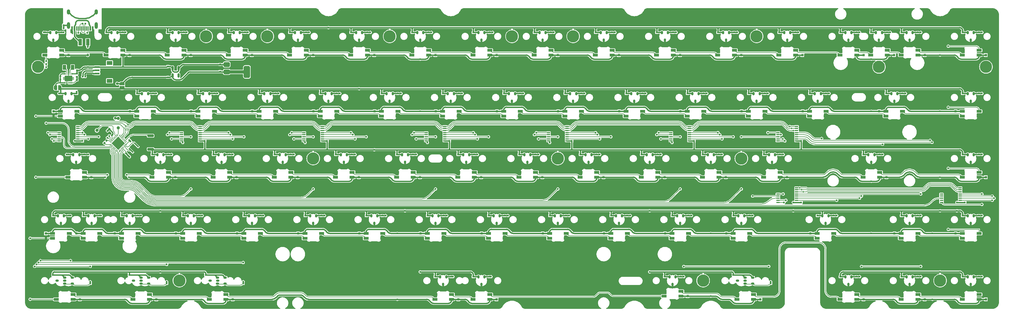
<source format=gbr>
%TF.GenerationSoftware,KiCad,Pcbnew,8.0.6*%
%TF.CreationDate,2024-11-15T04:32:27+07:00*%
%TF.ProjectId,Heart HE 65,48656172-7420-4484-9520-36352e6b6963,rev?*%
%TF.SameCoordinates,Original*%
%TF.FileFunction,Copper,L2,Bot*%
%TF.FilePolarity,Positive*%
%FSLAX46Y46*%
G04 Gerber Fmt 4.6, Leading zero omitted, Abs format (unit mm)*
G04 Created by KiCad (PCBNEW 8.0.6) date 2024-11-15 04:32:27*
%MOMM*%
%LPD*%
G01*
G04 APERTURE LIST*
G04 Aperture macros list*
%AMRoundRect*
0 Rectangle with rounded corners*
0 $1 Rounding radius*
0 $2 $3 $4 $5 $6 $7 $8 $9 X,Y pos of 4 corners*
0 Add a 4 corners polygon primitive as box body*
4,1,4,$2,$3,$4,$5,$6,$7,$8,$9,$2,$3,0*
0 Add four circle primitives for the rounded corners*
1,1,$1+$1,$2,$3*
1,1,$1+$1,$4,$5*
1,1,$1+$1,$6,$7*
1,1,$1+$1,$8,$9*
0 Add four rect primitives between the rounded corners*
20,1,$1+$1,$2,$3,$4,$5,0*
20,1,$1+$1,$4,$5,$6,$7,0*
20,1,$1+$1,$6,$7,$8,$9,0*
20,1,$1+$1,$8,$9,$2,$3,0*%
%AMRotRect*
0 Rectangle, with rotation*
0 The origin of the aperture is its center*
0 $1 length*
0 $2 width*
0 $3 Rotation angle, in degrees counterclockwise*
0 Add horizontal line*
21,1,$1,$2,0,0,$3*%
%AMFreePoly0*
4,1,21,-0.125000,1.200000,0.125000,1.200000,0.125000,1.700000,0.375000,1.700000,0.375000,1.200000,0.825000,1.200000,0.825000,-1.200000,0.375000,-1.200000,0.375000,-1.700000,0.125000,-1.700000,0.125000,-1.200000,-0.125000,-1.200000,-0.125000,-1.700000,-0.375000,-1.700000,-0.375000,-1.200000,-0.825000,-1.200000,-0.825000,1.200000,-0.375000,1.200000,-0.375000,1.700000,-0.125000,1.700000,
-0.125000,1.200000,-0.125000,1.200000,$1*%
%AMFreePoly1*
4,1,19,0.000000,0.744911,0.071157,0.744911,0.207708,0.704816,0.327430,0.627875,0.420627,0.520320,0.479746,0.390866,0.500000,0.250000,0.500000,-0.250000,0.479746,-0.390866,0.420627,-0.520320,0.327430,-0.627875,0.207708,-0.704816,0.071157,-0.744911,0.000000,-0.744911,0.000000,-0.750000,-0.500000,-0.750000,-0.500000,0.750000,0.000000,0.750000,0.000000,0.744911,0.000000,0.744911,
$1*%
%AMFreePoly2*
4,1,19,0.500000,-0.750000,0.000000,-0.750000,0.000000,-0.744911,-0.071157,-0.744911,-0.207708,-0.704816,-0.327430,-0.627875,-0.420627,-0.520320,-0.479746,-0.390866,-0.500000,-0.250000,-0.500000,0.250000,-0.479746,0.390866,-0.420627,0.520320,-0.327430,0.627875,-0.207708,0.704816,-0.071157,0.744911,0.000000,0.744911,0.000000,0.750000,0.500000,0.750000,0.500000,-0.750000,0.500000,-0.750000,
$1*%
G04 Aperture macros list end*
%TA.AperFunction,SMDPad,CuDef*%
%ADD10R,0.750000X0.800000*%
%TD*%
%TA.AperFunction,SMDPad,CuDef*%
%ADD11R,0.620000X0.560000*%
%TD*%
%TA.AperFunction,SMDPad,CuDef*%
%ADD12RoundRect,0.082000X0.718000X-0.328000X0.718000X0.328000X-0.718000X0.328000X-0.718000X-0.328000X0*%
%TD*%
%TA.AperFunction,SMDPad,CuDef*%
%ADD13RoundRect,0.082000X-0.718000X0.328000X-0.718000X-0.328000X0.718000X-0.328000X0.718000X0.328000X0*%
%TD*%
%TA.AperFunction,ComponentPad*%
%ADD14C,3.800000*%
%TD*%
%TA.AperFunction,SMDPad,CuDef*%
%ADD15RoundRect,0.200000X-0.800000X0.200000X-0.800000X-0.200000X0.800000X-0.200000X0.800000X0.200000X0*%
%TD*%
%TA.AperFunction,SMDPad,CuDef*%
%ADD16RotRect,0.560000X0.620000X225.000000*%
%TD*%
%TA.AperFunction,SMDPad,CuDef*%
%ADD17RoundRect,0.150000X-0.150000X0.350000X-0.150000X-0.350000X0.150000X-0.350000X0.150000X0.350000X0*%
%TD*%
%TA.AperFunction,SMDPad,CuDef*%
%ADD18R,1.000000X0.400000*%
%TD*%
%TA.AperFunction,SMDPad,CuDef*%
%ADD19RoundRect,0.375000X-0.625000X-0.375000X0.625000X-0.375000X0.625000X0.375000X-0.625000X0.375000X0*%
%TD*%
%TA.AperFunction,SMDPad,CuDef*%
%ADD20RoundRect,0.500000X-0.500000X-1.400000X0.500000X-1.400000X0.500000X1.400000X-0.500000X1.400000X0*%
%TD*%
%TA.AperFunction,SMDPad,CuDef*%
%ADD21C,1.000000*%
%TD*%
%TA.AperFunction,SMDPad,CuDef*%
%ADD22R,0.560000X0.620000*%
%TD*%
%TA.AperFunction,SMDPad,CuDef*%
%ADD23RotRect,0.400000X1.900000X225.000000*%
%TD*%
%TA.AperFunction,SMDPad,CuDef*%
%ADD24RoundRect,0.150000X0.350000X0.150000X-0.350000X0.150000X-0.350000X-0.150000X0.350000X-0.150000X0*%
%TD*%
%TA.AperFunction,HeatsinkPad*%
%ADD25C,0.500000*%
%TD*%
%TA.AperFunction,HeatsinkPad*%
%ADD26RotRect,2.900000X2.900000X135.000000*%
%TD*%
%TA.AperFunction,SMDPad,CuDef*%
%ADD27RoundRect,0.050000X0.247487X0.176777X0.176777X0.247487X-0.247487X-0.176777X-0.176777X-0.247487X0*%
%TD*%
%TA.AperFunction,SMDPad,CuDef*%
%ADD28RoundRect,0.050000X0.247487X-0.176777X-0.176777X0.247487X-0.247487X0.176777X0.176777X-0.247487X0*%
%TD*%
%TA.AperFunction,SMDPad,CuDef*%
%ADD29RotRect,0.560000X0.620000X315.000000*%
%TD*%
%TA.AperFunction,ComponentPad*%
%ADD30C,0.500000*%
%TD*%
%TA.AperFunction,SMDPad,CuDef*%
%ADD31FreePoly0,270.000000*%
%TD*%
%TA.AperFunction,SMDPad,CuDef*%
%ADD32RoundRect,0.060000X-0.060000X0.240000X-0.060000X-0.240000X0.060000X-0.240000X0.060000X0.240000X0*%
%TD*%
%TA.AperFunction,SMDPad,CuDef*%
%ADD33R,1.550000X0.600000*%
%TD*%
%TA.AperFunction,SMDPad,CuDef*%
%ADD34R,1.800000X1.200000*%
%TD*%
%TA.AperFunction,SMDPad,CuDef*%
%ADD35RotRect,0.560000X0.620000X135.000000*%
%TD*%
%TA.AperFunction,SMDPad,CuDef*%
%ADD36R,1.000000X1.500000*%
%TD*%
%TA.AperFunction,ComponentPad*%
%ADD37O,1.000000X2.100000*%
%TD*%
%TA.AperFunction,ComponentPad*%
%ADD38O,1.000000X1.600000*%
%TD*%
%TA.AperFunction,SMDPad,CuDef*%
%ADD39R,0.600000X1.450000*%
%TD*%
%TA.AperFunction,SMDPad,CuDef*%
%ADD40R,0.300000X1.450000*%
%TD*%
%TA.AperFunction,SMDPad,CuDef*%
%ADD41RoundRect,0.150000X-0.150000X0.512500X-0.150000X-0.512500X0.150000X-0.512500X0.150000X0.512500X0*%
%TD*%
%TA.AperFunction,SMDPad,CuDef*%
%ADD42RoundRect,0.135000X-0.185000X0.135000X-0.185000X-0.135000X0.185000X-0.135000X0.185000X0.135000X0*%
%TD*%
%TA.AperFunction,SMDPad,CuDef*%
%ADD43RoundRect,0.140000X0.170000X-0.140000X0.170000X0.140000X-0.170000X0.140000X-0.170000X-0.140000X0*%
%TD*%
%TA.AperFunction,SMDPad,CuDef*%
%ADD44FreePoly1,270.000000*%
%TD*%
%TA.AperFunction,SMDPad,CuDef*%
%ADD45FreePoly2,270.000000*%
%TD*%
%TA.AperFunction,SMDPad,CuDef*%
%ADD46FreePoly1,0.000000*%
%TD*%
%TA.AperFunction,SMDPad,CuDef*%
%ADD47FreePoly2,0.000000*%
%TD*%
%TA.AperFunction,SMDPad,CuDef*%
%ADD48R,1.140000X2.030000*%
%TD*%
%TA.AperFunction,ViaPad*%
%ADD49C,0.600000*%
%TD*%
%TA.AperFunction,ViaPad*%
%ADD50C,0.800000*%
%TD*%
%TA.AperFunction,ViaPad*%
%ADD51C,0.500000*%
%TD*%
%TA.AperFunction,Conductor*%
%ADD52C,0.200000*%
%TD*%
%TA.AperFunction,Conductor*%
%ADD53C,0.400000*%
%TD*%
%TA.AperFunction,Conductor*%
%ADD54C,0.300000*%
%TD*%
%TA.AperFunction,Conductor*%
%ADD55C,1.000000*%
%TD*%
%TA.AperFunction,Conductor*%
%ADD56C,0.430000*%
%TD*%
G04 APERTURE END LIST*
D10*
%TO.P,C242,1*%
%TO.N,GND*%
X309449999Y-99530000D03*
%TO.P,C242,2*%
%TO.N,+5V*%
X309449999Y-101030000D03*
%TD*%
%TO.P,C241,1*%
%TO.N,GND*%
X290399999Y-99530000D03*
%TO.P,C241,2*%
%TO.N,+5V*%
X290399999Y-101030000D03*
%TD*%
%TO.P,C240,1*%
%TO.N,GND*%
X271349999Y-99530000D03*
%TO.P,C240,2*%
%TO.N,+5V*%
X271349999Y-101030000D03*
%TD*%
%TO.P,C239,1*%
%TO.N,GND*%
X239203124Y-99530000D03*
%TO.P,C239,2*%
%TO.N,+5V*%
X239203124Y-101030000D03*
%TD*%
%TO.P,C238,1*%
%TO.N,GND*%
X216581249Y-98530000D03*
%TO.P,C238,2*%
%TO.N,+5V*%
X216581249Y-100030000D03*
%TD*%
%TO.P,C237,1*%
%TO.N,GND*%
X157049999Y-99530000D03*
%TO.P,C237,2*%
%TO.N,+5V*%
X157049999Y-101030000D03*
%TD*%
%TO.P,C236,1*%
%TO.N,GND*%
X145143749Y-99530000D03*
%TO.P,C236,2*%
%TO.N,+5V*%
X145143749Y-101030000D03*
%TD*%
%TO.P,C235,1*%
%TO.N,GND*%
X74896874Y-99530000D03*
%TO.P,C235,2*%
%TO.N,+5V*%
X74896874Y-101030000D03*
%TD*%
%TO.P,C234,1*%
%TO.N,GND*%
X51084374Y-99530000D03*
%TO.P,C234,2*%
%TO.N,+5V*%
X51084374Y-101030000D03*
%TD*%
%TO.P,C233,1*%
%TO.N,GND*%
X27271874Y-99530000D03*
%TO.P,C233,2*%
%TO.N,+5V*%
X27271874Y-101030000D03*
%TD*%
%TO.P,C231,1*%
%TO.N,GND*%
X300050001Y-81979999D03*
%TO.P,C231,2*%
%TO.N,+5V*%
X300050001Y-80479999D03*
%TD*%
%TO.P,C232,1*%
%TO.N,GND*%
X281000001Y-81979999D03*
%TO.P,C232,2*%
%TO.N,+5V*%
X281000001Y-80479999D03*
%TD*%
%TO.P,C230,1*%
%TO.N,GND*%
X254806251Y-81979999D03*
%TO.P,C230,2*%
%TO.N,+5V*%
X254806251Y-80479999D03*
%TD*%
%TO.P,C229,1*%
%TO.N,GND*%
X309449999Y-61430000D03*
%TO.P,C229,2*%
%TO.N,+5V*%
X309449999Y-62930000D03*
%TD*%
%TO.P,C228,1*%
%TO.N,GND*%
X228612501Y-81979999D03*
%TO.P,C228,2*%
%TO.N,+5V*%
X228612501Y-80479999D03*
%TD*%
%TO.P,C227,1*%
%TO.N,GND*%
X278493749Y-61430000D03*
%TO.P,C227,2*%
%TO.N,+5V*%
X278493749Y-62930000D03*
%TD*%
%TO.P,C226,1*%
%TO.N,GND*%
X209562501Y-81979999D03*
%TO.P,C226,2*%
%TO.N,+5V*%
X209562501Y-80479999D03*
%TD*%
%TO.P,C225,1*%
%TO.N,GND*%
X247537499Y-61430000D03*
%TO.P,C225,2*%
%TO.N,+5V*%
X247537499Y-62930000D03*
%TD*%
%TO.P,C224,1*%
%TO.N,GND*%
X190512501Y-81979999D03*
%TO.P,C224,2*%
%TO.N,+5V*%
X190512501Y-80479999D03*
%TD*%
%TO.P,C223,1*%
%TO.N,GND*%
X228487499Y-61430000D03*
%TO.P,C223,2*%
%TO.N,+5V*%
X228487499Y-62930000D03*
%TD*%
%TO.P,C222,1*%
%TO.N,GND*%
X171462501Y-81979999D03*
%TO.P,C222,2*%
%TO.N,+5V*%
X171462501Y-80479999D03*
%TD*%
%TO.P,C221,1*%
%TO.N,GND*%
X209437499Y-61430000D03*
%TO.P,C221,2*%
%TO.N,+5V*%
X209437499Y-62930000D03*
%TD*%
%TO.P,C220,1*%
%TO.N,GND*%
X152412501Y-81979999D03*
%TO.P,C220,2*%
%TO.N,+5V*%
X152412501Y-80479999D03*
%TD*%
%TO.P,C219,1*%
%TO.N,GND*%
X190387499Y-61430000D03*
%TO.P,C219,2*%
%TO.N,+5V*%
X190387499Y-62930000D03*
%TD*%
%TO.P,C218,1*%
%TO.N,GND*%
X133362501Y-81979999D03*
%TO.P,C218,2*%
%TO.N,+5V*%
X133362501Y-80479999D03*
%TD*%
%TO.P,C217,1*%
%TO.N,GND*%
X171337499Y-61430000D03*
%TO.P,C217,2*%
%TO.N,+5V*%
X171337499Y-62930000D03*
%TD*%
%TO.P,C216,1*%
%TO.N,GND*%
X114312501Y-81979999D03*
%TO.P,C216,2*%
%TO.N,+5V*%
X114312501Y-80479999D03*
%TD*%
%TO.P,C215,1*%
%TO.N,GND*%
X152287499Y-61430000D03*
%TO.P,C215,2*%
%TO.N,+5V*%
X152287499Y-62930000D03*
%TD*%
%TO.P,C214,1*%
%TO.N,GND*%
X95262501Y-81979999D03*
%TO.P,C214,2*%
%TO.N,+5V*%
X95262501Y-80479999D03*
%TD*%
%TO.P,C213,1*%
%TO.N,GND*%
X133237499Y-61430000D03*
%TO.P,C213,2*%
%TO.N,+5V*%
X133237499Y-62930000D03*
%TD*%
%TO.P,C212,1*%
%TO.N,GND*%
X76212501Y-81979999D03*
%TO.P,C212,2*%
%TO.N,+5V*%
X76212501Y-80479999D03*
%TD*%
%TO.P,C211,1*%
%TO.N,GND*%
X114187499Y-61430000D03*
%TO.P,C211,2*%
%TO.N,+5V*%
X114187499Y-62930000D03*
%TD*%
%TO.P,C210,1*%
%TO.N,GND*%
X57162501Y-81979999D03*
%TO.P,C210,2*%
%TO.N,+5V*%
X57162501Y-80479999D03*
%TD*%
%TO.P,C209,1*%
%TO.N,GND*%
X95137499Y-61430000D03*
%TO.P,C209,2*%
%TO.N,+5V*%
X95137499Y-62930000D03*
%TD*%
%TO.P,C208,1*%
%TO.N,GND*%
X38112501Y-81979999D03*
%TO.P,C208,2*%
%TO.N,+5V*%
X38112501Y-80479999D03*
%TD*%
%TO.P,C207,1*%
%TO.N,GND*%
X76087499Y-61430000D03*
%TO.P,C207,2*%
%TO.N,+5V*%
X76087499Y-62930000D03*
%TD*%
%TO.P,C206,1*%
%TO.N,GND*%
X26206251Y-81979999D03*
%TO.P,C206,2*%
%TO.N,+5V*%
X26206251Y-80479999D03*
%TD*%
%TO.P,C205,1*%
%TO.N,GND*%
X57037499Y-61430000D03*
%TO.P,C205,2*%
%TO.N,+5V*%
X57037499Y-62930000D03*
%TD*%
%TO.P,C204,1*%
%TO.N,GND*%
X16681251Y-81979999D03*
%TO.P,C204,2*%
%TO.N,+5V*%
X16681251Y-80479999D03*
%TD*%
%TO.P,C203,1*%
%TO.N,GND*%
X30843749Y-61430000D03*
%TO.P,C203,2*%
%TO.N,+5V*%
X30843749Y-62930000D03*
%TD*%
%TO.P,C202,1*%
%TO.N,GND*%
X300050001Y-43879999D03*
%TO.P,C202,2*%
%TO.N,+5V*%
X300050001Y-42379999D03*
%TD*%
%TO.P,C201,1*%
%TO.N,GND*%
X276237501Y-43879999D03*
%TO.P,C201,2*%
%TO.N,+5V*%
X276237501Y-42379999D03*
%TD*%
%TO.P,C200,1*%
%TO.N,GND*%
X252425001Y-43879999D03*
%TO.P,C200,2*%
%TO.N,+5V*%
X252425001Y-42379999D03*
%TD*%
%TO.P,C199,1*%
%TO.N,GND*%
X233375001Y-43879999D03*
%TO.P,C199,2*%
%TO.N,+5V*%
X233375001Y-42379999D03*
%TD*%
%TO.P,C198,1*%
%TO.N,GND*%
X214325001Y-43879999D03*
%TO.P,C198,2*%
%TO.N,+5V*%
X214325001Y-42379999D03*
%TD*%
%TO.P,C197,1*%
%TO.N,GND*%
X195275001Y-43879999D03*
%TO.P,C197,2*%
%TO.N,+5V*%
X195275001Y-42379999D03*
%TD*%
%TO.P,C196,1*%
%TO.N,GND*%
X176225001Y-43879999D03*
%TO.P,C196,2*%
%TO.N,+5V*%
X176225001Y-42379999D03*
%TD*%
%TO.P,C195,1*%
%TO.N,GND*%
X157175001Y-43879999D03*
%TO.P,C195,2*%
%TO.N,+5V*%
X157175001Y-42379999D03*
%TD*%
%TO.P,C194,1*%
%TO.N,GND*%
X138125001Y-43879999D03*
%TO.P,C194,2*%
%TO.N,+5V*%
X138125001Y-42379999D03*
%TD*%
%TO.P,C193,1*%
%TO.N,GND*%
X119075001Y-43879999D03*
%TO.P,C193,2*%
%TO.N,+5V*%
X119075001Y-42379999D03*
%TD*%
%TO.P,C192,1*%
%TO.N,GND*%
X100025001Y-43879999D03*
%TO.P,C192,2*%
%TO.N,+5V*%
X100025001Y-42379999D03*
%TD*%
%TO.P,C191,1*%
%TO.N,GND*%
X80975001Y-43879999D03*
%TO.P,C191,2*%
%TO.N,+5V*%
X80975001Y-42379999D03*
%TD*%
%TO.P,C190,1*%
%TO.N,GND*%
X61925001Y-43879999D03*
%TO.P,C190,2*%
%TO.N,+5V*%
X61925001Y-42379999D03*
%TD*%
%TO.P,C189,1*%
%TO.N,GND*%
X42875001Y-43879999D03*
%TO.P,C189,2*%
%TO.N,+5V*%
X42875001Y-42379999D03*
%TD*%
%TO.P,C188,1*%
%TO.N,GND*%
X19062501Y-43879999D03*
%TO.P,C188,2*%
%TO.N,+5V*%
X19062501Y-42379999D03*
%TD*%
%TO.P,C187,1*%
%TO.N,GND*%
X309449999Y-23330000D03*
%TO.P,C187,2*%
%TO.N,+5V*%
X309449999Y-24830000D03*
%TD*%
%TO.P,C186,2*%
%TO.N,+5V*%
X290399999Y-24830000D03*
%TO.P,C186,1*%
%TO.N,GND*%
X290399999Y-23330000D03*
%TD*%
%TO.P,C183,1*%
%TO.N,GND*%
X280874999Y-23330000D03*
%TO.P,C183,2*%
%TO.N,+5V*%
X280874999Y-24830000D03*
%TD*%
%TO.P,C182,1*%
%TO.N,GND*%
X271349999Y-23330000D03*
%TO.P,C182,2*%
%TO.N,+5V*%
X271349999Y-24830000D03*
%TD*%
%TO.P,C181,1*%
%TO.N,GND*%
X252299999Y-23330000D03*
%TO.P,C181,2*%
%TO.N,+5V*%
X252299999Y-24830000D03*
%TD*%
%TO.P,C180,1*%
%TO.N,GND*%
X233249999Y-23330000D03*
%TO.P,C180,2*%
%TO.N,+5V*%
X233249999Y-24830000D03*
%TD*%
%TO.P,C179,1*%
%TO.N,GND*%
X214199999Y-23330000D03*
%TO.P,C179,2*%
%TO.N,+5V*%
X214199999Y-24830000D03*
%TD*%
%TO.P,C167,1*%
%TO.N,GND*%
X195149999Y-23330000D03*
%TO.P,C167,2*%
%TO.N,+5V*%
X195149999Y-24830000D03*
%TD*%
%TO.P,C166,1*%
%TO.N,GND*%
X176099999Y-23330000D03*
%TO.P,C166,2*%
%TO.N,+5V*%
X176099999Y-24830000D03*
%TD*%
%TO.P,C162,1*%
%TO.N,GND*%
X157049999Y-23330000D03*
%TO.P,C162,2*%
%TO.N,+5V*%
X157049999Y-24830000D03*
%TD*%
%TO.P,C150,1*%
%TO.N,GND*%
X137999999Y-23330000D03*
%TO.P,C150,2*%
%TO.N,+5V*%
X137999999Y-24830000D03*
%TD*%
%TO.P,C110,1*%
%TO.N,GND*%
X118949999Y-23330000D03*
%TO.P,C110,2*%
%TO.N,+5V*%
X118949999Y-24830000D03*
%TD*%
%TO.P,C103,1*%
%TO.N,GND*%
X99899999Y-23330000D03*
%TO.P,C103,2*%
%TO.N,+5V*%
X99899999Y-24830000D03*
%TD*%
D11*
%TO.P,R4,1*%
%TO.N,Net-(RGB1_A16-DIN)*%
X16762500Y-26690000D03*
%TO.P,R4,2*%
%TO.N,A9*%
X16762500Y-27650000D03*
%TD*%
D10*
%TO.P,C104,2*%
%TO.N,+5V*%
X23699999Y-24830000D03*
%TO.P,C104,1*%
%TO.N,GND*%
X23699999Y-23330000D03*
%TD*%
%TO.P,C98,1*%
%TO.N,GND*%
X80849999Y-23330000D03*
%TO.P,C98,2*%
%TO.N,+5V*%
X80849999Y-24830000D03*
%TD*%
%TO.P,C62,1*%
%TO.N,GND*%
X61799999Y-23330000D03*
%TO.P,C62,2*%
%TO.N,+5V*%
X61799999Y-24830000D03*
%TD*%
%TO.P,C50,2*%
%TO.N,+5V*%
X42749999Y-24830000D03*
%TO.P,C50,1*%
%TO.N,GND*%
X42749999Y-23330000D03*
%TD*%
D12*
%TO.P,RGB1_A45,3,VSS*%
%TO.N,GND*%
X283100000Y-99530000D03*
%TO.P,RGB1_A45,4,DIN*%
%TO.N,Net-(RGB1_A44-DOUT)*%
X283100000Y-101030000D03*
%TO.P,RGB1_A45,2,DOUT*%
%TO.N,Net-(RGB1_A43-DIN)*%
X288300000Y-99530000D03*
%TO.P,RGB1_A45,1,VDD*%
%TO.N,+5V*%
X288300000Y-101030000D03*
%TD*%
%TO.P,RGB1_A44,3,VSS*%
%TO.N,GND*%
X264050000Y-99530000D03*
%TO.P,RGB1_A44,4,DIN*%
%TO.N,Net-(RGB1_A42-DOUT)*%
X264050000Y-101030000D03*
%TO.P,RGB1_A44,2,DOUT*%
%TO.N,Net-(RGB1_A44-DOUT)*%
X269250000Y-99530000D03*
%TO.P,RGB1_A44,1,VDD*%
%TO.N,+5V*%
X269250000Y-101030000D03*
%TD*%
%TO.P,RGB1_A43,3,VSS*%
%TO.N,GND*%
X302150000Y-99530000D03*
%TO.P,RGB1_A43,4,DIN*%
%TO.N,Net-(RGB1_A43-DIN)*%
X302150000Y-101030000D03*
%TO.P,RGB1_A43,2,DOUT*%
%TO.N,unconnected-(RGB1_A43-DOUT-Pad2)*%
X307350000Y-99530000D03*
%TO.P,RGB1_A43,1,VDD*%
%TO.N,+5V*%
X307350000Y-101030000D03*
%TD*%
%TO.P,RGB1_A42,3,VSS*%
%TO.N,GND*%
X231903125Y-99530000D03*
%TO.P,RGB1_A42,4,DIN*%
%TO.N,Net-(RGB1_A40-DOUT)*%
X231903125Y-101030000D03*
%TO.P,RGB1_A42,2,DOUT*%
%TO.N,Net-(RGB1_A42-DOUT)*%
X237103125Y-99530000D03*
%TO.P,RGB1_A42,1,VDD*%
%TO.N,+5V*%
X237103125Y-101030000D03*
%TD*%
%TO.P,RGB1_A40,1,VDD*%
%TO.N,+5V*%
X214481251Y-100029999D03*
%TO.P,RGB1_A40,2,DOUT*%
%TO.N,Net-(RGB1_A40-DOUT)*%
X214481249Y-98529999D03*
%TO.P,RGB1_A40,4,DIN*%
%TO.N,Net-(RGB1_A38-DOUT)*%
X209281250Y-100030000D03*
%TO.P,RGB1_A40,3,VSS*%
%TO.N,GND*%
X209281250Y-98530000D03*
%TD*%
%TO.P,RGB1_A38,3,VSS*%
%TO.N,GND*%
X149750000Y-99530000D03*
%TO.P,RGB1_A38,4,DIN*%
%TO.N,Net-(RGB1_A36-DOUT)*%
X149750000Y-101030000D03*
%TO.P,RGB1_A38,2,DOUT*%
%TO.N,Net-(RGB1_A38-DOUT)*%
X154950000Y-99530000D03*
%TO.P,RGB1_A38,1,VDD*%
%TO.N,+5V*%
X154950000Y-101030000D03*
%TD*%
%TO.P,RGB1_A36,3,VSS*%
%TO.N,GND*%
X137843750Y-99530000D03*
%TO.P,RGB1_A36,4,DIN*%
%TO.N,Net-(RGB1_A34-DOUT)*%
X137843750Y-101030000D03*
%TO.P,RGB1_A36,2,DOUT*%
%TO.N,Net-(RGB1_A36-DOUT)*%
X143043750Y-99530000D03*
%TO.P,RGB1_A36,1,VDD*%
%TO.N,+5V*%
X143043750Y-101030000D03*
%TD*%
%TO.P,RGB1_A34,3,VSS*%
%TO.N,GND*%
X67596875Y-99530000D03*
%TO.P,RGB1_A34,4,DIN*%
%TO.N,Net-(RGB1_A21-DOUT)*%
X67596875Y-101030000D03*
%TO.P,RGB1_A34,2,DOUT*%
%TO.N,Net-(RGB1_A34-DOUT)*%
X72796875Y-99530000D03*
%TO.P,RGB1_A34,1,VDD*%
%TO.N,+5V*%
X72796875Y-101030000D03*
%TD*%
%TO.P,RGB1_A21,3,VSS*%
%TO.N,GND*%
X43784375Y-99530000D03*
%TO.P,RGB1_A21,4,DIN*%
%TO.N,Net-(RGB1_A19-DOUT)*%
X43784375Y-101030000D03*
%TO.P,RGB1_A21,2,DOUT*%
%TO.N,Net-(RGB1_A21-DOUT)*%
X48984375Y-99530000D03*
%TO.P,RGB1_A21,1,VDD*%
%TO.N,+5V*%
X48984375Y-101030000D03*
%TD*%
%TO.P,RGB1_A19,1,VDD*%
%TO.N,+5V*%
X25171875Y-101030000D03*
%TO.P,RGB1_A19,2,DOUT*%
%TO.N,Net-(RGB1_A19-DOUT)*%
X25171875Y-99530000D03*
%TO.P,RGB1_A19,4,DIN*%
%TO.N,Net-(RGB1_A19-DIN)*%
X19971875Y-101030000D03*
%TO.P,RGB1_A19,3,VSS*%
%TO.N,GND*%
X19971875Y-99530000D03*
%TD*%
D13*
%TO.P,RGB1_B31,3,VSS*%
%TO.N,GND*%
X307350000Y-81979999D03*
%TO.P,RGB1_B31,4,DIN*%
%TO.N,Net-(RGB1_A23-DOUT)*%
X307350000Y-80479999D03*
%TO.P,RGB1_B31,2,DOUT*%
%TO.N,Net-(RGB1_B17-DIN)*%
X302150000Y-81979999D03*
%TO.P,RGB1_B31,1,VDD*%
%TO.N,+5V*%
X302150000Y-80479999D03*
%TD*%
%TO.P,RGB1_B30,3,VSS*%
%TO.N,GND*%
X140662500Y-81979999D03*
%TO.P,RGB1_B30,4,DIN*%
%TO.N,Net-(RGB1_B29-DOUT)*%
X140662500Y-80479999D03*
%TO.P,RGB1_B30,2,DOUT*%
%TO.N,Net-(RGB1_B28-DIN)*%
X135462500Y-81979999D03*
%TO.P,RGB1_B30,1,VDD*%
%TO.N,+5V*%
X135462500Y-80479999D03*
%TD*%
%TO.P,RGB1_B29,3,VSS*%
%TO.N,GND*%
X159712500Y-81979999D03*
%TO.P,RGB1_B29,4,DIN*%
%TO.N,Net-(RGB1_B27-DOUT)*%
X159712500Y-80479999D03*
%TO.P,RGB1_B29,2,DOUT*%
%TO.N,Net-(RGB1_B29-DOUT)*%
X154512500Y-81979999D03*
%TO.P,RGB1_B29,1,VDD*%
%TO.N,+5V*%
X154512500Y-80479999D03*
%TD*%
%TO.P,RGB1_B28,3,VSS*%
%TO.N,GND*%
X121612500Y-81979999D03*
%TO.P,RGB1_B28,4,DIN*%
%TO.N,Net-(RGB1_B28-DIN)*%
X121612500Y-80479999D03*
%TO.P,RGB1_B28,2,DOUT*%
%TO.N,Net-(RGB1_B26-DIN)*%
X116412500Y-81979999D03*
%TO.P,RGB1_B28,1,VDD*%
%TO.N,+5V*%
X116412500Y-80479999D03*
%TD*%
%TO.P,RGB1_B27,3,VSS*%
%TO.N,GND*%
X178762500Y-81979999D03*
%TO.P,RGB1_B27,4,DIN*%
%TO.N,Net-(RGB1_B25-DOUT)*%
X178762500Y-80479999D03*
%TO.P,RGB1_B27,2,DOUT*%
%TO.N,Net-(RGB1_B27-DOUT)*%
X173562500Y-81979999D03*
%TO.P,RGB1_B27,1,VDD*%
%TO.N,+5V*%
X173562500Y-80479999D03*
%TD*%
%TO.P,RGB1_B26,3,VSS*%
%TO.N,GND*%
X102562500Y-81979999D03*
%TO.P,RGB1_B26,4,DIN*%
%TO.N,Net-(RGB1_B26-DIN)*%
X102562500Y-80479999D03*
%TO.P,RGB1_B26,2,DOUT*%
%TO.N,Net-(RGB1_B24-DIN)*%
X97362500Y-81979999D03*
%TO.P,RGB1_B26,1,VDD*%
%TO.N,+5V*%
X97362500Y-80479999D03*
%TD*%
%TO.P,RGB1_B25,3,VSS*%
%TO.N,GND*%
X197812500Y-81979999D03*
%TO.P,RGB1_B25,4,DIN*%
%TO.N,Net-(RGB1_B23-DOUT)*%
X197812500Y-80479999D03*
%TO.P,RGB1_B25,2,DOUT*%
%TO.N,Net-(RGB1_B25-DOUT)*%
X192612500Y-81979999D03*
%TO.P,RGB1_B25,1,VDD*%
%TO.N,+5V*%
X192612500Y-80479999D03*
%TD*%
%TO.P,RGB1_B24,3,VSS*%
%TO.N,GND*%
X83512500Y-81979999D03*
%TO.P,RGB1_B24,4,DIN*%
%TO.N,Net-(RGB1_B24-DIN)*%
X83512500Y-80479999D03*
%TO.P,RGB1_B24,2,DOUT*%
%TO.N,Net-(RGB1_B22-DIN)*%
X78312500Y-81979999D03*
%TO.P,RGB1_B24,1,VDD*%
%TO.N,+5V*%
X78312500Y-80479999D03*
%TD*%
%TO.P,RGB1_B23,3,VSS*%
%TO.N,GND*%
X216862500Y-81979999D03*
%TO.P,RGB1_B23,4,DIN*%
%TO.N,Net-(RGB1_B21-DOUT)*%
X216862500Y-80479999D03*
%TO.P,RGB1_B23,2,DOUT*%
%TO.N,Net-(RGB1_B23-DOUT)*%
X211662500Y-81979999D03*
%TO.P,RGB1_B23,1,VDD*%
%TO.N,+5V*%
X211662500Y-80479999D03*
%TD*%
%TO.P,RGB1_B22,3,VSS*%
%TO.N,GND*%
X64462500Y-81979999D03*
%TO.P,RGB1_B22,4,DIN*%
%TO.N,Net-(RGB1_B22-DIN)*%
X64462500Y-80479999D03*
%TO.P,RGB1_B22,2,DOUT*%
%TO.N,Net-(RGB1_B20-DIN)*%
X59262500Y-81979999D03*
%TO.P,RGB1_B22,1,VDD*%
%TO.N,+5V*%
X59262500Y-80479999D03*
%TD*%
%TO.P,RGB1_B21,3,VSS*%
%TO.N,GND*%
X235912500Y-81979999D03*
%TO.P,RGB1_B21,4,DIN*%
%TO.N,Net-(RGB1_B19-DOUT)*%
X235912500Y-80479999D03*
%TO.P,RGB1_B21,2,DOUT*%
%TO.N,Net-(RGB1_B21-DOUT)*%
X230712500Y-81979999D03*
%TO.P,RGB1_B21,1,VDD*%
%TO.N,+5V*%
X230712500Y-80479999D03*
%TD*%
%TO.P,RGB1_B20,3,VSS*%
%TO.N,GND*%
X45412500Y-81979999D03*
%TO.P,RGB1_B20,4,DIN*%
%TO.N,Net-(RGB1_B20-DIN)*%
X45412500Y-80479999D03*
%TO.P,RGB1_B20,2,DOUT*%
%TO.N,Net-(RGB1_B18-DIN)*%
X40212500Y-81979999D03*
%TO.P,RGB1_B20,1,VDD*%
%TO.N,+5V*%
X40212500Y-80479999D03*
%TD*%
%TO.P,RGB1_B19,3,VSS*%
%TO.N,GND*%
X262106250Y-81979999D03*
%TO.P,RGB1_B19,4,DIN*%
%TO.N,Net-(RGB1_B17-DOUT)*%
X262106250Y-80479999D03*
%TO.P,RGB1_B19,2,DOUT*%
%TO.N,Net-(RGB1_B19-DOUT)*%
X256906250Y-81979999D03*
%TO.P,RGB1_B19,1,VDD*%
%TO.N,+5V*%
X256906250Y-80479999D03*
%TD*%
%TO.P,RGB1_B18,3,VSS*%
%TO.N,GND*%
X33506250Y-81979999D03*
%TO.P,RGB1_B18,4,DIN*%
%TO.N,Net-(RGB1_B18-DIN)*%
X33506250Y-80479999D03*
%TO.P,RGB1_B18,2,DOUT*%
%TO.N,Net-(RGB1_B16-DIN)*%
X28306250Y-81979999D03*
%TO.P,RGB1_B18,1,VDD*%
%TO.N,+5V*%
X28306250Y-80479999D03*
%TD*%
%TO.P,RGB1_B17,3,VSS*%
%TO.N,GND*%
X288300000Y-81979999D03*
%TO.P,RGB1_B17,4,DIN*%
%TO.N,Net-(RGB1_B17-DIN)*%
X288300000Y-80479999D03*
%TO.P,RGB1_B17,2,DOUT*%
%TO.N,Net-(RGB1_B17-DOUT)*%
X283100000Y-81979999D03*
%TO.P,RGB1_B17,1,VDD*%
%TO.N,+5V*%
X283100000Y-80479999D03*
%TD*%
%TO.P,RGB1_B16,3,VSS*%
%TO.N,GND*%
X23981250Y-81979999D03*
%TO.P,RGB1_B16,4,DIN*%
%TO.N,Net-(RGB1_B16-DIN)*%
X23981250Y-80479999D03*
%TO.P,RGB1_B16,2,DOUT*%
%TO.N,Net-(RGB1_A19-DIN)*%
X18781250Y-81979999D03*
%TO.P,RGB1_B16,1,VDD*%
%TO.N,+5V*%
X18781250Y-80479999D03*
%TD*%
D12*
%TO.P,RGB1_A33,3,VSS*%
%TO.N,GND*%
X183087500Y-61430000D03*
%TO.P,RGB1_A33,4,DIN*%
%TO.N,Net-(RGB1_A32-DOUT)*%
X183087500Y-62930000D03*
%TO.P,RGB1_A33,2,DOUT*%
%TO.N,Net-(RGB1_A31-DIN)*%
X188287500Y-61430000D03*
%TO.P,RGB1_A33,1,VDD*%
%TO.N,+5V*%
X188287500Y-62930000D03*
%TD*%
%TO.P,RGB1_A32,3,VSS*%
%TO.N,GND*%
X164037500Y-61430000D03*
%TO.P,RGB1_A32,4,DIN*%
%TO.N,Net-(RGB1_A30-DOUT)*%
X164037500Y-62930000D03*
%TO.P,RGB1_A32,2,DOUT*%
%TO.N,Net-(RGB1_A32-DOUT)*%
X169237500Y-61430000D03*
%TO.P,RGB1_A32,1,VDD*%
%TO.N,+5V*%
X169237500Y-62930000D03*
%TD*%
%TO.P,RGB1_A31,3,VSS*%
%TO.N,GND*%
X202137500Y-61430000D03*
%TO.P,RGB1_A31,4,DIN*%
%TO.N,Net-(RGB1_A31-DIN)*%
X202137500Y-62930000D03*
%TO.P,RGB1_A31,2,DOUT*%
%TO.N,Net-(RGB1_A29-DIN)*%
X207337500Y-61430000D03*
%TO.P,RGB1_A31,1,VDD*%
%TO.N,+5V*%
X207337500Y-62930000D03*
%TD*%
%TO.P,RGB1_A30,3,VSS*%
%TO.N,GND*%
X144987500Y-61430000D03*
%TO.P,RGB1_A30,4,DIN*%
%TO.N,Net-(RGB1_A28-DOUT)*%
X144987500Y-62930000D03*
%TO.P,RGB1_A30,2,DOUT*%
%TO.N,Net-(RGB1_A30-DOUT)*%
X150187500Y-61430000D03*
%TO.P,RGB1_A30,1,VDD*%
%TO.N,+5V*%
X150187500Y-62930000D03*
%TD*%
%TO.P,RGB1_A29,3,VSS*%
%TO.N,GND*%
X221187500Y-61430000D03*
%TO.P,RGB1_A29,4,DIN*%
%TO.N,Net-(RGB1_A29-DIN)*%
X221187500Y-62930000D03*
%TO.P,RGB1_A29,2,DOUT*%
%TO.N,Net-(RGB1_A27-DIN)*%
X226387500Y-61430000D03*
%TO.P,RGB1_A29,1,VDD*%
%TO.N,+5V*%
X226387500Y-62930000D03*
%TD*%
%TO.P,RGB1_A28,3,VSS*%
%TO.N,GND*%
X125937500Y-61430000D03*
%TO.P,RGB1_A28,4,DIN*%
%TO.N,Net-(RGB1_A26-DOUT)*%
X125937500Y-62930000D03*
%TO.P,RGB1_A28,2,DOUT*%
%TO.N,Net-(RGB1_A28-DOUT)*%
X131137500Y-61430000D03*
%TO.P,RGB1_A28,1,VDD*%
%TO.N,+5V*%
X131137500Y-62930000D03*
%TD*%
%TO.P,RGB1_A27,3,VSS*%
%TO.N,GND*%
X240237500Y-61430000D03*
%TO.P,RGB1_A27,4,DIN*%
%TO.N,Net-(RGB1_A27-DIN)*%
X240237500Y-62930000D03*
%TO.P,RGB1_A27,2,DOUT*%
%TO.N,Net-(RGB1_A25-DIN)*%
X245437500Y-61430000D03*
%TO.P,RGB1_A27,1,VDD*%
%TO.N,+5V*%
X245437500Y-62930000D03*
%TD*%
%TO.P,RGB1_A26,3,VSS*%
%TO.N,GND*%
X106887500Y-61430000D03*
%TO.P,RGB1_A26,4,DIN*%
%TO.N,Net-(RGB1_A24-DOUT)*%
X106887500Y-62930000D03*
%TO.P,RGB1_A26,2,DOUT*%
%TO.N,Net-(RGB1_A26-DOUT)*%
X112087500Y-61430000D03*
%TO.P,RGB1_A26,1,VDD*%
%TO.N,+5V*%
X112087500Y-62930000D03*
%TD*%
%TO.P,RGB1_A25,3,VSS*%
%TO.N,GND*%
X271193750Y-61430000D03*
%TO.P,RGB1_A25,4,DIN*%
%TO.N,Net-(RGB1_A25-DIN)*%
X271193750Y-62930000D03*
%TO.P,RGB1_A25,2,DOUT*%
%TO.N,Net-(RGB1_A23-DIN)*%
X276393750Y-61430000D03*
%TO.P,RGB1_A25,1,VDD*%
%TO.N,+5V*%
X276393750Y-62930000D03*
%TD*%
%TO.P,RGB1_A24,3,VSS*%
%TO.N,GND*%
X87837500Y-61430000D03*
%TO.P,RGB1_A24,4,DIN*%
%TO.N,Net-(RGB1_A22-DOUT)*%
X87837500Y-62930000D03*
%TO.P,RGB1_A24,2,DOUT*%
%TO.N,Net-(RGB1_A24-DOUT)*%
X93037500Y-61430000D03*
%TO.P,RGB1_A24,1,VDD*%
%TO.N,+5V*%
X93037500Y-62930000D03*
%TD*%
%TO.P,RGB1_A23,3,VSS*%
%TO.N,GND*%
X302150000Y-61430000D03*
%TO.P,RGB1_A23,4,DIN*%
%TO.N,Net-(RGB1_A23-DIN)*%
X302150000Y-62930000D03*
%TO.P,RGB1_A23,2,DOUT*%
%TO.N,Net-(RGB1_A23-DOUT)*%
X307350000Y-61430000D03*
%TO.P,RGB1_A23,1,VDD*%
%TO.N,+5V*%
X307350000Y-62930000D03*
%TD*%
%TO.P,RGB1_A22,3,VSS*%
%TO.N,GND*%
X68787500Y-61430000D03*
%TO.P,RGB1_A22,4,DIN*%
%TO.N,Net-(RGB1_A20-DOUT)*%
X68787500Y-62930000D03*
%TO.P,RGB1_A22,2,DOUT*%
%TO.N,Net-(RGB1_A22-DOUT)*%
X73987500Y-61430000D03*
%TO.P,RGB1_A22,1,VDD*%
%TO.N,+5V*%
X73987500Y-62930000D03*
%TD*%
%TO.P,RGB1_A20,3,VSS*%
%TO.N,GND*%
X49737500Y-61430000D03*
%TO.P,RGB1_A20,4,DIN*%
%TO.N,Net-(RGB1_A18-DOUT)*%
X49737500Y-62930000D03*
%TO.P,RGB1_A20,2,DOUT*%
%TO.N,Net-(RGB1_A20-DOUT)*%
X54937500Y-61430000D03*
%TO.P,RGB1_A20,1,VDD*%
%TO.N,+5V*%
X54937500Y-62930000D03*
%TD*%
%TO.P,RGB1_A18,3,VSS*%
%TO.N,GND*%
X23543750Y-61430000D03*
%TO.P,RGB1_A18,4,DIN*%
%TO.N,Net-(RGB1_A18-DIN)*%
X23543750Y-62930000D03*
%TO.P,RGB1_A18,2,DOUT*%
%TO.N,Net-(RGB1_A18-DOUT)*%
X28743750Y-61430000D03*
%TO.P,RGB1_A18,1,VDD*%
%TO.N,+5V*%
X28743750Y-62930000D03*
%TD*%
%TO.P,RGB1_A16,3,VSS*%
%TO.N,GND*%
X16400000Y-23330000D03*
%TO.P,RGB1_A16,4,DIN*%
%TO.N,Net-(RGB1_A16-DIN)*%
X16400000Y-24830000D03*
%TO.P,RGB1_A16,2,DOUT*%
%TO.N,Net-(RGB1_A1-DIN)*%
X21600000Y-23330000D03*
%TO.P,RGB1_A16,1,VDD*%
%TO.N,+5V*%
X21600000Y-24830000D03*
%TD*%
%TO.P,RGB1_A15,3,VSS*%
%TO.N,GND*%
X283100000Y-23330000D03*
%TO.P,RGB1_A15,4,DIN*%
%TO.N,Net-(RGB1_A14-DOUT)*%
X283100000Y-24830000D03*
%TO.P,RGB1_A15,2,DOUT*%
%TO.N,Net-(RGB1_A15-DOUT)*%
X288300000Y-23330000D03*
%TO.P,RGB1_A15,1,VDD*%
%TO.N,+5V*%
X288300000Y-24830000D03*
%TD*%
%TO.P,RGB1_A14,3,VSS*%
%TO.N,GND*%
X273575000Y-23330000D03*
%TO.P,RGB1_A14,4,DIN*%
%TO.N,Net-(RGB1_A13-DOUT)*%
X273575000Y-24830000D03*
%TO.P,RGB1_A14,2,DOUT*%
%TO.N,Net-(RGB1_A14-DOUT)*%
X278775000Y-23330000D03*
%TO.P,RGB1_A14,1,VDD*%
%TO.N,+5V*%
X278775000Y-24830000D03*
%TD*%
%TO.P,RGB1_A13,3,VSS*%
%TO.N,GND*%
X264050000Y-23330000D03*
%TO.P,RGB1_A13,4,DIN*%
%TO.N,Net-(RGB1_A12-DOUT)*%
X264050000Y-24830000D03*
%TO.P,RGB1_A13,2,DOUT*%
%TO.N,Net-(RGB1_A13-DOUT)*%
X269250000Y-23330000D03*
%TO.P,RGB1_A13,1,VDD*%
%TO.N,+5V*%
X269250000Y-24830000D03*
%TD*%
%TO.P,RGB1_A12,3,VSS*%
%TO.N,GND*%
X245000000Y-23330000D03*
%TO.P,RGB1_A12,4,DIN*%
%TO.N,Net-(RGB1_A11-DOUT)*%
X245000000Y-24830000D03*
%TO.P,RGB1_A12,2,DOUT*%
%TO.N,Net-(RGB1_A12-DOUT)*%
X250200000Y-23330000D03*
%TO.P,RGB1_A12,1,VDD*%
%TO.N,+5V*%
X250200000Y-24830000D03*
%TD*%
%TO.P,RGB1_A11,3,VSS*%
%TO.N,GND*%
X225950000Y-23330000D03*
%TO.P,RGB1_A11,4,DIN*%
%TO.N,Net-(RGB1_A10-DOUT)*%
X225950000Y-24830000D03*
%TO.P,RGB1_A11,2,DOUT*%
%TO.N,Net-(RGB1_A11-DOUT)*%
X231150000Y-23330000D03*
%TO.P,RGB1_A11,1,VDD*%
%TO.N,+5V*%
X231150000Y-24830000D03*
%TD*%
%TO.P,RGB1_A10,3,VSS*%
%TO.N,GND*%
X206900000Y-23330000D03*
%TO.P,RGB1_A10,4,DIN*%
%TO.N,Net-(RGB1_A10-DIN)*%
X206900000Y-24830000D03*
%TO.P,RGB1_A10,2,DOUT*%
%TO.N,Net-(RGB1_A10-DOUT)*%
X212100000Y-23330000D03*
%TO.P,RGB1_A10,1,VDD*%
%TO.N,+5V*%
X212100000Y-24830000D03*
%TD*%
%TO.P,RGB1_A9,3,VSS*%
%TO.N,GND*%
X187850000Y-23330000D03*
%TO.P,RGB1_A9,4,DIN*%
%TO.N,Net-(RGB1_A8-DOUT)*%
X187850000Y-24830000D03*
%TO.P,RGB1_A9,2,DOUT*%
%TO.N,Net-(RGB1_A10-DIN)*%
X193050000Y-23330000D03*
%TO.P,RGB1_A9,1,VDD*%
%TO.N,+5V*%
X193050000Y-24830000D03*
%TD*%
%TO.P,RGB1_A8,3,VSS*%
%TO.N,GND*%
X168800000Y-23330000D03*
%TO.P,RGB1_A8,4,DIN*%
%TO.N,Net-(RGB1_A7-DOUT)*%
X168800000Y-24830000D03*
%TO.P,RGB1_A8,2,DOUT*%
%TO.N,Net-(RGB1_A8-DOUT)*%
X174000000Y-23330000D03*
%TO.P,RGB1_A8,1,VDD*%
%TO.N,+5V*%
X174000000Y-24830000D03*
%TD*%
%TO.P,RGB1_A7,3,VSS*%
%TO.N,GND*%
X149750000Y-23330000D03*
%TO.P,RGB1_A7,4,DIN*%
%TO.N,Net-(RGB1_A6-DOUT)*%
X149750000Y-24830000D03*
%TO.P,RGB1_A7,2,DOUT*%
%TO.N,Net-(RGB1_A7-DOUT)*%
X154950000Y-23330000D03*
%TO.P,RGB1_A7,1,VDD*%
%TO.N,+5V*%
X154950000Y-24830000D03*
%TD*%
%TO.P,RGB1_A6,3,VSS*%
%TO.N,GND*%
X130700000Y-23330000D03*
%TO.P,RGB1_A6,4,DIN*%
%TO.N,Net-(RGB1_A5-DOUT)*%
X130700000Y-24830000D03*
%TO.P,RGB1_A6,2,DOUT*%
%TO.N,Net-(RGB1_A6-DOUT)*%
X135900000Y-23330000D03*
%TO.P,RGB1_A6,1,VDD*%
%TO.N,+5V*%
X135900000Y-24830000D03*
%TD*%
%TO.P,RGB1_A5,3,VSS*%
%TO.N,GND*%
X111650000Y-23330000D03*
%TO.P,RGB1_A5,4,DIN*%
%TO.N,Net-(RGB1_A4-DOUT)*%
X111650000Y-24830000D03*
%TO.P,RGB1_A5,2,DOUT*%
%TO.N,Net-(RGB1_A5-DOUT)*%
X116850000Y-23330000D03*
%TO.P,RGB1_A5,1,VDD*%
%TO.N,+5V*%
X116850000Y-24830000D03*
%TD*%
%TO.P,RGB1_A4,3,VSS*%
%TO.N,GND*%
X92600000Y-23330000D03*
%TO.P,RGB1_A4,4,DIN*%
%TO.N,Net-(RGB1_A3-DOUT)*%
X92600000Y-24830000D03*
%TO.P,RGB1_A4,2,DOUT*%
%TO.N,Net-(RGB1_A4-DOUT)*%
X97800000Y-23330000D03*
%TO.P,RGB1_A4,1,VDD*%
%TO.N,+5V*%
X97800000Y-24830000D03*
%TD*%
%TO.P,RGB1_A3,3,VSS*%
%TO.N,GND*%
X73550000Y-23330000D03*
%TO.P,RGB1_A3,4,DIN*%
%TO.N,Net-(RGB1_A2-DOUT)*%
X73550000Y-24830000D03*
%TO.P,RGB1_A3,2,DOUT*%
%TO.N,Net-(RGB1_A3-DOUT)*%
X78750000Y-23330000D03*
%TO.P,RGB1_A3,1,VDD*%
%TO.N,+5V*%
X78750000Y-24830000D03*
%TD*%
%TO.P,RGB1_A2,3,VSS*%
%TO.N,GND*%
X54500000Y-23330000D03*
%TO.P,RGB1_A2,4,DIN*%
%TO.N,Net-(RGB1_A1-DOUT)*%
X54500000Y-24830000D03*
%TO.P,RGB1_A2,2,DOUT*%
%TO.N,Net-(RGB1_A2-DOUT)*%
X59700000Y-23330000D03*
%TO.P,RGB1_A2,1,VDD*%
%TO.N,+5V*%
X59700000Y-24830000D03*
%TD*%
%TO.P,RGB1_A1,3,VSS*%
%TO.N,GND*%
X35450000Y-23330000D03*
%TO.P,RGB1_A1,4,DIN*%
%TO.N,Net-(RGB1_A1-DIN)*%
X35450000Y-24830000D03*
%TO.P,RGB1_A1,2,DOUT*%
%TO.N,Net-(RGB1_A1-DOUT)*%
X40650000Y-23330000D03*
%TO.P,RGB1_A1,1,VDD*%
%TO.N,+5V*%
X40650000Y-24830000D03*
%TD*%
D13*
%TO.P,RGB1_B15,1,VDD*%
%TO.N,+5V*%
X21162500Y-42379999D03*
%TO.P,RGB1_B15,2,DOUT*%
%TO.N,Net-(RGB1_A18-DIN)*%
X21162500Y-43879999D03*
%TO.P,RGB1_B15,4,DIN*%
%TO.N,Net-(RGB1_B14-DOUT)*%
X26362500Y-42379999D03*
%TO.P,RGB1_B15,3,VSS*%
%TO.N,GND*%
X26362500Y-43879999D03*
%TD*%
%TO.P,RGB1_B14,1,VDD*%
%TO.N,+5V*%
X44975000Y-42379999D03*
%TO.P,RGB1_B14,2,DOUT*%
%TO.N,Net-(RGB1_B14-DOUT)*%
X44975000Y-43879999D03*
%TO.P,RGB1_B14,4,DIN*%
%TO.N,Net-(RGB1_B13-DOUT)*%
X50175000Y-42379999D03*
%TO.P,RGB1_B14,3,VSS*%
%TO.N,GND*%
X50175000Y-43879999D03*
%TD*%
%TO.P,RGB1_B13,1,VDD*%
%TO.N,+5V*%
X64025000Y-42379999D03*
%TO.P,RGB1_B13,2,DOUT*%
%TO.N,Net-(RGB1_B13-DOUT)*%
X64025000Y-43879999D03*
%TO.P,RGB1_B13,4,DIN*%
%TO.N,Net-(RGB1_B12-DOUT)*%
X69225000Y-42379999D03*
%TO.P,RGB1_B13,3,VSS*%
%TO.N,GND*%
X69225000Y-43879999D03*
%TD*%
%TO.P,RGB1_B12,1,VDD*%
%TO.N,+5V*%
X83075000Y-42379999D03*
%TO.P,RGB1_B12,2,DOUT*%
%TO.N,Net-(RGB1_B12-DOUT)*%
X83075000Y-43879999D03*
%TO.P,RGB1_B12,4,DIN*%
%TO.N,Net-(RGB1_B11-DOUT)*%
X88275000Y-42379999D03*
%TO.P,RGB1_B12,3,VSS*%
%TO.N,GND*%
X88275000Y-43879999D03*
%TD*%
%TO.P,RGB1_B11,1,VDD*%
%TO.N,+5V*%
X102125000Y-42379999D03*
%TO.P,RGB1_B11,2,DOUT*%
%TO.N,Net-(RGB1_B11-DOUT)*%
X102125000Y-43879999D03*
%TO.P,RGB1_B11,4,DIN*%
%TO.N,Net-(RGB1_B10-DOUT)*%
X107325000Y-42379999D03*
%TO.P,RGB1_B11,3,VSS*%
%TO.N,GND*%
X107325000Y-43879999D03*
%TD*%
%TO.P,RGB1_B10,1,VDD*%
%TO.N,+5V*%
X121175000Y-42379999D03*
%TO.P,RGB1_B10,2,DOUT*%
%TO.N,Net-(RGB1_B10-DOUT)*%
X121175000Y-43879999D03*
%TO.P,RGB1_B10,4,DIN*%
%TO.N,Net-(RGB1_B10-DIN)*%
X126375000Y-42379999D03*
%TO.P,RGB1_B10,3,VSS*%
%TO.N,GND*%
X126375000Y-43879999D03*
%TD*%
%TO.P,RGB1_B9,1,VDD*%
%TO.N,+5V*%
X140225000Y-42379999D03*
%TO.P,RGB1_B9,2,DOUT*%
%TO.N,Net-(RGB1_B10-DIN)*%
X140225000Y-43879999D03*
%TO.P,RGB1_B9,4,DIN*%
%TO.N,Net-(RGB1_B8-DOUT)*%
X145425000Y-42379999D03*
%TO.P,RGB1_B9,3,VSS*%
%TO.N,GND*%
X145425000Y-43879999D03*
%TD*%
%TO.P,RGB1_B8,1,VDD*%
%TO.N,+5V*%
X159275000Y-42379999D03*
%TO.P,RGB1_B8,2,DOUT*%
%TO.N,Net-(RGB1_B8-DOUT)*%
X159275000Y-43879999D03*
%TO.P,RGB1_B8,4,DIN*%
%TO.N,Net-(RGB1_B7-DOUT)*%
X164475000Y-42379999D03*
%TO.P,RGB1_B8,3,VSS*%
%TO.N,GND*%
X164475000Y-43879999D03*
%TD*%
%TO.P,RGB1_B7,1,VDD*%
%TO.N,+5V*%
X178325000Y-42379999D03*
%TO.P,RGB1_B7,2,DOUT*%
%TO.N,Net-(RGB1_B7-DOUT)*%
X178325000Y-43879999D03*
%TO.P,RGB1_B7,4,DIN*%
%TO.N,Net-(RGB1_B6-DOUT)*%
X183525000Y-42379999D03*
%TO.P,RGB1_B7,3,VSS*%
%TO.N,GND*%
X183525000Y-43879999D03*
%TD*%
%TO.P,RGB1_B6,1,VDD*%
%TO.N,+5V*%
X197375000Y-42379999D03*
%TO.P,RGB1_B6,2,DOUT*%
%TO.N,Net-(RGB1_B6-DOUT)*%
X197375000Y-43879999D03*
%TO.P,RGB1_B6,4,DIN*%
%TO.N,Net-(RGB1_B5-DOUT)*%
X202575000Y-42379999D03*
%TO.P,RGB1_B6,3,VSS*%
%TO.N,GND*%
X202575000Y-43879999D03*
%TD*%
%TO.P,RGB1_B5,1,VDD*%
%TO.N,+5V*%
X216425000Y-42379999D03*
%TO.P,RGB1_B5,2,DOUT*%
%TO.N,Net-(RGB1_B5-DOUT)*%
X216425000Y-43879999D03*
%TO.P,RGB1_B5,4,DIN*%
%TO.N,Net-(RGB1_B4-DOUT)*%
X221625000Y-42379999D03*
%TO.P,RGB1_B5,3,VSS*%
%TO.N,GND*%
X221625000Y-43879999D03*
%TD*%
%TO.P,RGB1_B4,1,VDD*%
%TO.N,+5V*%
X235475000Y-42379999D03*
%TO.P,RGB1_B4,2,DOUT*%
%TO.N,Net-(RGB1_B4-DOUT)*%
X235475000Y-43879999D03*
%TO.P,RGB1_B4,4,DIN*%
%TO.N,Net-(RGB1_B3-DOUT)*%
X240675000Y-42379999D03*
%TO.P,RGB1_B4,3,VSS*%
%TO.N,GND*%
X240675000Y-43879999D03*
%TD*%
%TO.P,RGB1_B3,1,VDD*%
%TO.N,+5V*%
X254525000Y-42379999D03*
%TO.P,RGB1_B3,2,DOUT*%
%TO.N,Net-(RGB1_B3-DOUT)*%
X254525000Y-43879999D03*
%TO.P,RGB1_B3,4,DIN*%
%TO.N,Net-(RGB1_B2-DOUT)*%
X259725000Y-42379999D03*
%TO.P,RGB1_B3,3,VSS*%
%TO.N,GND*%
X259725000Y-43879999D03*
%TD*%
%TO.P,RGB1_B2,1,VDD*%
%TO.N,+5V*%
X278337500Y-42379999D03*
%TO.P,RGB1_B2,2,DOUT*%
%TO.N,Net-(RGB1_B2-DOUT)*%
X278337500Y-43879999D03*
%TO.P,RGB1_B2,4,DIN*%
%TO.N,Net-(RGB1_B1-DOUT)*%
X283537500Y-42379999D03*
%TO.P,RGB1_B2,3,VSS*%
%TO.N,GND*%
X283537500Y-43879999D03*
%TD*%
%TO.P,RGB1_B1,1,VDD*%
%TO.N,+5V*%
X302150000Y-42379999D03*
%TO.P,RGB1_B1,2,DOUT*%
%TO.N,Net-(RGB1_B1-DOUT)*%
X302150000Y-43879999D03*
%TO.P,RGB1_B1,4,DIN*%
%TO.N,Net-(RGB1_A17-DOUT)*%
X307350000Y-42379999D03*
%TO.P,RGB1_B1,3,VSS*%
%TO.N,GND*%
X307350000Y-43879999D03*
%TD*%
D14*
%TO.P,H11,1*%
%TO.N,N/C*%
X238075000Y-19000000D03*
%TD*%
%TO.P,H13,1*%
%TO.N,N/C*%
X233312500Y-57100000D03*
%TD*%
%TO.P,H16,1*%
%TO.N,N/C*%
X309512500Y-28525000D03*
%TD*%
%TO.P,H14,1*%
%TO.N,N/C*%
X58290625Y-95200000D03*
%TD*%
%TO.P,H10,1*%
%TO.N,N/C*%
X180925000Y-19000000D03*
%TD*%
%TO.P,H4,1*%
%TO.N,N/C*%
X99962500Y-57100000D03*
%TD*%
%TO.P,H18,1*%
%TO.N,N/C*%
X276175000Y-28525000D03*
%TD*%
%TO.P,H12,1*%
%TO.N,N/C*%
X14237500Y-28525000D03*
%TD*%
%TO.P,H8,1*%
%TO.N,N/C*%
X161875000Y-19000000D03*
%TD*%
%TO.P,H17,1*%
%TO.N,N/C*%
X295225000Y-95200000D03*
%TD*%
%TO.P,H9,1*%
%TO.N,N/C*%
X123775000Y-19000000D03*
%TD*%
%TO.P,H15,1*%
%TO.N,N/C*%
X221406250Y-95200000D03*
%TD*%
%TO.P,H5,1*%
%TO.N,N/C*%
X85675000Y-19000000D03*
%TD*%
%TO.P,H3,1*%
%TO.N,N/C*%
X66625000Y-19000000D03*
%TD*%
%TO.P,H7,1*%
%TO.N,N/C*%
X176162500Y-57100000D03*
%TD*%
D11*
%TO.P,C33,2*%
%TO.N,+3.3VA*%
X54600000Y-17770000D03*
%TO.P,C33,1*%
%TO.N,GND*%
X54600000Y-18730000D03*
%TD*%
%TO.P,C73,2*%
%TO.N,38*%
X178662500Y-74920000D03*
%TO.P,C73,1*%
%TO.N,GND*%
X178662500Y-75880000D03*
%TD*%
%TO.P,C160,2*%
%TO.N,+3.3VA*%
X283200000Y-93970000D03*
%TO.P,C160,1*%
%TO.N,GND*%
X283200000Y-94930000D03*
%TD*%
D15*
%TO.P,SW1,2,2*%
%TO.N,+3.3VA*%
X49300000Y-54200000D03*
%TO.P,SW1,1,1*%
%TO.N,Boot0*%
X49300000Y-50000000D03*
%TD*%
D11*
%TO.P,C60,2*%
%TO.N,27*%
X169137500Y-55870000D03*
%TO.P,C60,1*%
%TO.N,GND*%
X169137500Y-56830000D03*
%TD*%
D16*
%TO.P,C13,2*%
%TO.N,GND*%
X41022535Y-56212445D03*
%TO.P,C13,1*%
%TO.N,+3.3VA*%
X41701357Y-55533623D03*
%TD*%
D17*
%TO.P,U25,3*%
%TO.N,32*%
X62812500Y-74995000D03*
%TO.P,U25,2,-*%
%TO.N,GND*%
X61862500Y-77345000D03*
%TO.P,U25,1,+*%
%TO.N,+3.3VA*%
X60912500Y-74995000D03*
%TD*%
D11*
%TO.P,C22,2*%
%TO.N,01*%
X40550000Y-17770000D03*
%TO.P,C22,1*%
%TO.N,GND*%
X40550000Y-18730000D03*
%TD*%
D17*
%TO.P,U23,3*%
%TO.N,12*%
X67575000Y-36895000D03*
%TO.P,U23,2,-*%
%TO.N,GND*%
X66625000Y-39245000D03*
%TO.P,U23,1,+*%
%TO.N,+3.3VA*%
X65675000Y-36895000D03*
%TD*%
D18*
%TO.P,U56,16,VCC*%
%TO.N,+3.3VA*%
X217162500Y-51635938D03*
%TO.P,U56,15,A2*%
%TO.N,210*%
X217162500Y-50985938D03*
%TO.P,U56,14,A1*%
%TO.N,310*%
X217162500Y-50335938D03*
%TO.P,U56,13,A0*%
%TO.N,010*%
X217162500Y-49685938D03*
%TO.P,U56,12,A3*%
%TO.N,110*%
X217162500Y-49035938D03*
%TO.P,U56,11,S0*%
%TO.N,S0*%
X217162500Y-48385938D03*
%TO.P,U56,10,S1*%
%TO.N,S1*%
X217162500Y-47735938D03*
%TO.P,U56,9,S2*%
%TO.N,S2*%
X217162500Y-47085938D03*
%TO.P,U56,8,GND*%
%TO.N,GND*%
X211362500Y-47085938D03*
%TO.P,U56,7,VEE*%
X211362500Y-47735938D03*
%TO.P,U56,6,~{E}*%
X211362500Y-48385938D03*
%TO.P,U56,5,A5*%
%TO.N,09*%
X211362500Y-49035938D03*
%TO.P,U56,4,A7*%
%TO.N,19*%
X211362500Y-49685938D03*
%TO.P,U56,3,A*%
%TO.N,A4*%
X211362500Y-50335938D03*
%TO.P,U56,2,A6*%
%TO.N,29*%
X211362500Y-50985938D03*
%TO.P,U56,1,A4*%
%TO.N,39*%
X211362500Y-51635938D03*
%TD*%
D11*
%TO.P,C125,2*%
%TO.N,+3.3VA*%
X145087500Y-55870000D03*
%TO.P,C125,1*%
%TO.N,GND*%
X145087500Y-56830000D03*
%TD*%
%TO.P,C23,2*%
%TO.N,11*%
X50075000Y-36820000D03*
%TO.P,C23,1*%
%TO.N,GND*%
X50075000Y-37780000D03*
%TD*%
D19*
%TO.P,U63,3,VI*%
%TO.N,+5V*%
X73000000Y-27784344D03*
D20*
%TO.P,U63,2,VO*%
%TO.N,+3.3VA*%
X79300000Y-30084344D03*
D19*
X73000000Y-30084344D03*
%TO.P,U63,1,GND*%
%TO.N,GND*%
X73000000Y-32384344D03*
%TD*%
D21*
%TO.P,TP3,1,1*%
%TO.N,p23*%
X32600000Y-48334344D03*
%TD*%
D11*
%TO.P,C18,2*%
%TO.N,20*%
X28643750Y-55870000D03*
%TO.P,C18,1*%
%TO.N,GND*%
X28643750Y-56830000D03*
%TD*%
%TO.P,C123,2*%
%TO.N,+3.3VA*%
X183187500Y-55870000D03*
%TO.P,C123,1*%
%TO.N,GND*%
X183187500Y-56830000D03*
%TD*%
%TO.P,C17,2*%
%TO.N,10*%
X26262500Y-36820000D03*
%TO.P,C17,1*%
%TO.N,GND*%
X26262500Y-37780000D03*
%TD*%
D17*
%TO.P,U30,3*%
%TO.N,23*%
X91387500Y-55945000D03*
%TO.P,U30,2,-*%
%TO.N,GND*%
X90437500Y-58295000D03*
%TO.P,U30,1,+*%
%TO.N,+3.3VA*%
X89487500Y-55945000D03*
%TD*%
D11*
%TO.P,C105,2*%
%TO.N,+3.3VA*%
X197475000Y-36820000D03*
%TO.P,C105,1*%
%TO.N,GND*%
X197475000Y-37780000D03*
%TD*%
%TO.P,C99,2*%
%TO.N,+3.3VA*%
X140325000Y-36820000D03*
%TO.P,C99,1*%
%TO.N,GND*%
X140325000Y-37780000D03*
%TD*%
%TO.P,R3,2*%
%TO.N,Net-(USB1-CC2)*%
X29550000Y-17924656D03*
%TO.P,R3,1*%
%TO.N,GND*%
X29550000Y-18884656D03*
%TD*%
%TO.P,C122,2*%
%TO.N,+3.3VA*%
X68887500Y-55870000D03*
%TO.P,C122,1*%
%TO.N,GND*%
X68887500Y-56830000D03*
%TD*%
%TO.P,C71,2*%
%TO.N,19*%
X202475000Y-36820000D03*
%TO.P,C71,1*%
%TO.N,GND*%
X202475000Y-37780000D03*
%TD*%
D22*
%TO.P,C3,2*%
%TO.N,+3.3VA*%
X302878750Y-70785938D03*
%TO.P,C3,1*%
%TO.N,GND*%
X303838750Y-70785938D03*
%TD*%
D23*
%TO.P,Y1,3,3*%
%TO.N,XTAL_OUT*%
X43200423Y-54600242D03*
%TO.P,Y1,2,2*%
%TO.N,GND*%
X44048951Y-53751714D03*
%TO.P,Y1,1,1*%
%TO.N,XTAL_IN*%
X44897479Y-52903186D03*
%TD*%
D17*
%TO.P,U66,3*%
%TO.N,29*%
X205687500Y-55945000D03*
%TO.P,U66,2,-*%
%TO.N,GND*%
X204737500Y-58295000D03*
%TO.P,U66,1,+*%
%TO.N,+3.3VA*%
X203787500Y-55945000D03*
%TD*%
D11*
%TO.P,C44,2*%
%TO.N,+3.3VA*%
X111750000Y-17770000D03*
%TO.P,C44,1*%
%TO.N,GND*%
X111750000Y-18730000D03*
%TD*%
%TO.P,C19,2*%
%TO.N,30*%
X23881250Y-74920000D03*
%TO.P,C19,1*%
%TO.N,GND*%
X23881250Y-75880000D03*
%TD*%
D22*
%TO.P,C5,2*%
%TO.N,+3.3VA*%
X142382500Y-51635938D03*
%TO.P,C5,1*%
%TO.N,GND*%
X143342500Y-51635938D03*
%TD*%
D17*
%TO.P,U75,3*%
%TO.N,30*%
X22331250Y-74995000D03*
%TO.P,U75,2,-*%
%TO.N,GND*%
X21381250Y-77345000D03*
%TO.P,U75,1,+*%
%TO.N,+3.3VA*%
X20431250Y-74995000D03*
%TD*%
D11*
%TO.P,C24,2*%
%TO.N,21*%
X54837500Y-55870000D03*
%TO.P,C24,1*%
%TO.N,GND*%
X54837500Y-56830000D03*
%TD*%
D17*
%TO.P,U72,3*%
%TO.N,210*%
X224737500Y-55945000D03*
%TO.P,U72,2,-*%
%TO.N,GND*%
X223787500Y-58295000D03*
%TO.P,U72,1,+*%
%TO.N,+3.3VA*%
X222837500Y-55945000D03*
%TD*%
D11*
%TO.P,C117,2*%
%TO.N,+3.3VA*%
X21262500Y-36820000D03*
%TO.P,C117,1*%
%TO.N,GND*%
X21262500Y-37780000D03*
%TD*%
%TO.P,C30,2*%
%TO.N,22*%
X73887500Y-55870000D03*
%TO.P,C30,1*%
%TO.N,GND*%
X73887500Y-56830000D03*
%TD*%
D17*
%TO.P,U79,3*%
%TO.N,311*%
X234262500Y-74995000D03*
%TO.P,U79,2,-*%
%TO.N,GND*%
X233312500Y-77345000D03*
%TO.P,U79,1,+*%
%TO.N,+3.3VA*%
X232362500Y-74995000D03*
%TD*%
D11*
%TO.P,C128,2*%
%TO.N,+3.3VA*%
X87937500Y-55870000D03*
%TO.P,C128,1*%
%TO.N,GND*%
X87937500Y-56830000D03*
%TD*%
%TO.P,C56,2*%
%TO.N,+3.3VA*%
X273675000Y-17770000D03*
%TO.P,C56,1*%
%TO.N,GND*%
X273675000Y-18730000D03*
%TD*%
D18*
%TO.P,U45,16,VCC*%
%TO.N,+3.3VA*%
X140962500Y-51635938D03*
%TO.P,U45,15,A2*%
%TO.N,26*%
X140962500Y-50985938D03*
%TO.P,U45,14,A1*%
%TO.N,45*%
X140962500Y-50335938D03*
%TO.P,U45,13,A0*%
%TO.N,06*%
X140962500Y-49685938D03*
%TO.P,U45,12,A3*%
%TO.N,16*%
X140962500Y-49035938D03*
%TO.P,U45,11,S0*%
%TO.N,S0*%
X140962500Y-48385938D03*
%TO.P,U45,10,S1*%
%TO.N,S1*%
X140962500Y-47735938D03*
%TO.P,U45,9,S2*%
%TO.N,S2*%
X140962500Y-47085938D03*
%TO.P,U45,8,GND*%
%TO.N,GND*%
X135162500Y-47085938D03*
%TO.P,U45,7,VEE*%
X135162500Y-47735938D03*
%TO.P,U45,6,~{E}*%
X135162500Y-48385938D03*
%TO.P,U45,5,A5*%
%TO.N,05*%
X135162500Y-49035938D03*
%TO.P,U45,4,A7*%
%TO.N,15*%
X135162500Y-49685938D03*
%TO.P,U45,3,A*%
%TO.N,A2*%
X135162500Y-50335938D03*
%TO.P,U45,2,A6*%
%TO.N,25*%
X135162500Y-50985938D03*
%TO.P,U45,1,A4*%
%TO.N,36*%
X135162500Y-51635938D03*
%TD*%
D11*
%TO.P,C35,2*%
%TO.N,13*%
X88175000Y-36820000D03*
%TO.P,C35,1*%
%TO.N,GND*%
X88175000Y-37780000D03*
%TD*%
%TO.P,C36,2*%
%TO.N,23*%
X92937500Y-55870000D03*
%TO.P,C36,1*%
%TO.N,GND*%
X92937500Y-56830000D03*
%TD*%
D17*
%TO.P,U55,3*%
%TO.N,37*%
X158062500Y-74995000D03*
%TO.P,U55,2,-*%
%TO.N,GND*%
X157112500Y-77345000D03*
%TO.P,U55,1,+*%
%TO.N,+3.3VA*%
X156162500Y-74995000D03*
%TD*%
D11*
%TO.P,C58,2*%
%TO.N,07*%
X154850000Y-17770000D03*
%TO.P,C58,1*%
%TO.N,GND*%
X154850000Y-18730000D03*
%TD*%
D17*
%TO.P,U82,3*%
%TO.N,012*%
X248550000Y-17845000D03*
%TO.P,U82,2,-*%
%TO.N,GND*%
X247600000Y-20195000D03*
%TO.P,U82,1,+*%
%TO.N,+3.3VA*%
X246650000Y-17845000D03*
%TD*%
D11*
%TO.P,C173,2*%
%TO.N,414*%
X288200000Y-93970000D03*
%TO.P,C173,1*%
%TO.N,GND*%
X288200000Y-94930000D03*
%TD*%
D17*
%TO.P,U77,3*%
%TO.N,111*%
X239025000Y-36895000D03*
%TO.P,U77,2,-*%
%TO.N,GND*%
X238075000Y-39245000D03*
%TO.P,U77,1,+*%
%TO.N,+3.3VA*%
X237125000Y-36895000D03*
%TD*%
D11*
%TO.P,C75,2*%
%TO.N,+3.3VA*%
X264150000Y-17770000D03*
%TO.P,C75,1*%
%TO.N,GND*%
X264150000Y-18730000D03*
%TD*%
D22*
%TO.P,C171,2*%
%TO.N,42*%
X78157500Y-96050000D03*
%TO.P,C171,1*%
%TO.N,GND*%
X79117500Y-96050000D03*
%TD*%
D11*
%TO.P,C129,2*%
%TO.N,+3.3VA*%
X106987500Y-55870000D03*
%TO.P,C129,1*%
%TO.N,GND*%
X106987500Y-56830000D03*
%TD*%
D22*
%TO.P,C176,2*%
%TO.N,410*%
X242463750Y-96050000D03*
%TO.P,C176,1*%
%TO.N,GND*%
X243423750Y-96050000D03*
%TD*%
D11*
%TO.P,C127,2*%
%TO.N,+3.3VA*%
X49837500Y-55870000D03*
%TO.P,C127,1*%
%TO.N,GND*%
X49837500Y-56830000D03*
%TD*%
D17*
%TO.P,U58,3*%
%TO.N,08*%
X172350000Y-17845000D03*
%TO.P,U58,2,-*%
%TO.N,GND*%
X171400000Y-20195000D03*
%TO.P,U58,1,+*%
%TO.N,+3.3VA*%
X170450000Y-17845000D03*
%TD*%
%TO.P,U31,3*%
%TO.N,33*%
X81862500Y-74995000D03*
%TO.P,U31,2,-*%
%TO.N,GND*%
X80912500Y-77345000D03*
%TO.P,U31,1,+*%
%TO.N,+3.3VA*%
X79962500Y-74995000D03*
%TD*%
%TO.P,U89,3*%
%TO.N,113*%
X281887500Y-36895000D03*
%TO.P,U89,2,-*%
%TO.N,GND*%
X280937500Y-39245000D03*
%TO.P,U89,1,+*%
%TO.N,+3.3VA*%
X279987500Y-36895000D03*
%TD*%
%TO.P,U92,3*%
%TO.N,413*%
X267600000Y-94045000D03*
%TO.P,U92,2,-*%
%TO.N,GND*%
X266650000Y-96395000D03*
%TO.P,U92,1,+*%
%TO.N,+3.3VA*%
X265700000Y-94045000D03*
%TD*%
%TO.P,U37,3*%
%TO.N,34*%
X100912500Y-74995000D03*
%TO.P,U37,2,-*%
%TO.N,GND*%
X99962500Y-77345000D03*
%TO.P,U37,1,+*%
%TO.N,+3.3VA*%
X99012500Y-74995000D03*
%TD*%
%TO.P,U18,3*%
%TO.N,21*%
X53287500Y-55945000D03*
%TO.P,U18,2,-*%
%TO.N,GND*%
X52337500Y-58295000D03*
%TO.P,U18,1,+*%
%TO.N,+3.3VA*%
X51387500Y-55945000D03*
%TD*%
D11*
%TO.P,C66,2*%
%TO.N,28*%
X188187500Y-55870000D03*
%TO.P,C66,1*%
%TO.N,GND*%
X188187500Y-56830000D03*
%TD*%
%TO.P,C141,2*%
%TO.N,+3.3VA*%
X78412500Y-74920000D03*
%TO.P,C141,1*%
%TO.N,GND*%
X78412500Y-75880000D03*
%TD*%
D17*
%TO.P,U65,3*%
%TO.N,19*%
X200925000Y-36895000D03*
%TO.P,U65,2,-*%
%TO.N,GND*%
X199975000Y-39245000D03*
%TO.P,U65,1,+*%
%TO.N,+3.3VA*%
X199025000Y-36895000D03*
%TD*%
D11*
%TO.P,C72,2*%
%TO.N,29*%
X207237500Y-55870000D03*
%TO.P,C72,1*%
%TO.N,GND*%
X207237500Y-56830000D03*
%TD*%
%TO.P,C41,2*%
%TO.N,14*%
X107225000Y-36820000D03*
%TO.P,C41,1*%
%TO.N,GND*%
X107225000Y-37780000D03*
%TD*%
%TO.P,C95,2*%
%TO.N,113*%
X283437500Y-36820000D03*
%TO.P,C95,1*%
%TO.N,GND*%
X283437500Y-37780000D03*
%TD*%
D17*
%TO.P,U10,3*%
%TO.N,00*%
X19950000Y-17845000D03*
%TO.P,U10,2,-*%
%TO.N,GND*%
X19000000Y-20195000D03*
%TO.P,U10,1,+*%
%TO.N,+3.3VA*%
X18050000Y-17845000D03*
%TD*%
D11*
%TO.P,C34,2*%
%TO.N,03*%
X78650000Y-17770000D03*
%TO.P,C34,1*%
%TO.N,GND*%
X78650000Y-18730000D03*
%TD*%
D22*
%TO.P,C155,2*%
%TO.N,+3.3VA*%
X104282500Y-51635938D03*
%TO.P,C155,1*%
%TO.N,GND*%
X105242500Y-51635938D03*
%TD*%
%TO.P,C151,2*%
%TO.N,+3.3VA*%
X251920000Y-51635938D03*
%TO.P,C151,1*%
%TO.N,GND*%
X252880000Y-51635938D03*
%TD*%
D24*
%TO.P,U26,3*%
%TO.N,42*%
X70161250Y-96150000D03*
%TO.P,U26,2,-*%
%TO.N,GND*%
X67811250Y-95200000D03*
%TO.P,U26,1,+*%
%TO.N,+3.3VA*%
X70161250Y-94250000D03*
%TD*%
D17*
%TO.P,U12,3*%
%TO.N,20*%
X27093750Y-55945000D03*
%TO.P,U12,2,-*%
%TO.N,GND*%
X26143750Y-58295000D03*
%TO.P,U12,1,+*%
%TO.N,+3.3VA*%
X25193750Y-55945000D03*
%TD*%
D11*
%TO.P,C28,2*%
%TO.N,02*%
X59600000Y-17770000D03*
%TO.P,C28,1*%
%TO.N,GND*%
X59600000Y-18730000D03*
%TD*%
D17*
%TO.P,U83,3*%
%TO.N,112*%
X258075000Y-36895000D03*
%TO.P,U83,2,-*%
%TO.N,GND*%
X257125000Y-39245000D03*
%TO.P,U83,1,+*%
%TO.N,+3.3VA*%
X256175000Y-36895000D03*
%TD*%
D11*
%TO.P,C140,2*%
%TO.N,+3.3VA*%
X154612500Y-74920000D03*
%TO.P,C140,1*%
%TO.N,GND*%
X154612500Y-75880000D03*
%TD*%
D17*
%TO.P,U101,3*%
%TO.N,115*%
X305700000Y-36895000D03*
%TO.P,U101,2,-*%
%TO.N,GND*%
X304750000Y-39245000D03*
%TO.P,U101,1,+*%
%TO.N,+3.3VA*%
X303800000Y-36895000D03*
%TD*%
%TO.P,U33,3*%
%TO.N,30*%
X31856250Y-74995000D03*
%TO.P,U33,2,-*%
%TO.N,GND*%
X30906250Y-77345000D03*
%TO.P,U33,1,+*%
%TO.N,+3.3VA*%
X29956250Y-74995000D03*
%TD*%
D11*
%TO.P,C96,2*%
%TO.N,+3.3VA*%
X121275000Y-36820000D03*
%TO.P,C96,1*%
%TO.N,GND*%
X121275000Y-37780000D03*
%TD*%
D25*
%TO.P,U27,33,VSS/VSSA*%
%TO.N,GND*%
X39240625Y-50640444D03*
X38392097Y-51488972D03*
X37543569Y-52337500D03*
X40089153Y-51488972D03*
D26*
X39240625Y-52337500D03*
D25*
X39240625Y-52337500D03*
X38392097Y-53186028D03*
X40937681Y-52337500D03*
X40089153Y-53186028D03*
X39240625Y-54034556D03*
D27*
%TO.P,U27,32,PB8*%
%TO.N,unconnected-(U27-PB8-Pad32)*%
X41644788Y-51913236D03*
%TO.P,U27,31,PF11/BOOT0*%
%TO.N,Boot0*%
X41361945Y-51630393D03*
%TO.P,U27,30,PB7*%
%TO.N,unconnected-(U27-PB7-Pad30)*%
X41079103Y-51347551D03*
%TO.P,U27,29,PB6*%
%TO.N,unconnected-(U27-PB6-Pad29)*%
X40796260Y-51064708D03*
%TO.P,U27,28,PB5*%
%TO.N,S2*%
X40513417Y-50781865D03*
%TO.P,U27,27,PB4*%
%TO.N,S1*%
X40230574Y-50499022D03*
%TO.P,U27,26,PB3*%
%TO.N,S0*%
X39947732Y-50216180D03*
%TO.P,U27,25,PA15*%
%TO.N,unconnected-(U27-PA15-Pad25)*%
X39664889Y-49933337D03*
D28*
%TO.P,U27,24,PA14*%
%TO.N,p24*%
X38816361Y-49933337D03*
%TO.P,U27,23,PA13*%
%TO.N,p23*%
X38533518Y-50216180D03*
%TO.P,U27,22,PA12*%
%TO.N,unconnected-(U27-PA12-Pad22)*%
X38250676Y-50499022D03*
%TO.P,U27,21,PA11*%
%TO.N,unconnected-(U27-PA11-Pad21)*%
X37967833Y-50781865D03*
%TO.P,U27,20,VDD*%
%TO.N,+3.3VA*%
X37684990Y-51064708D03*
%TO.P,U27,19,OTGHS_D+*%
%TO.N,D+*%
X37402147Y-51347551D03*
%TO.P,U27,18,OTGHS_D-*%
%TO.N,D-*%
X37119305Y-51630393D03*
%TO.P,U27,17,OTGHS_R*%
%TO.N,Net-(U27-OTGHS_R)*%
X36836462Y-51913236D03*
D27*
%TO.P,U27,16,PB2*%
%TO.N,Net-(U27-PB2)*%
X36836462Y-52761764D03*
%TO.P,U27,15,PB1*%
%TO.N,A9*%
X37119305Y-53044607D03*
%TO.P,U27,14,PB0*%
%TO.N,A8*%
X37402147Y-53327449D03*
%TO.P,U27,13,PA7*%
%TO.N,A7*%
X37684990Y-53610292D03*
%TO.P,U27,12,PA6*%
%TO.N,A6*%
X37967833Y-53893135D03*
%TO.P,U27,11,PA5*%
%TO.N,A5*%
X38250676Y-54175978D03*
%TO.P,U27,10,PA4*%
%TO.N,A4*%
X38533518Y-54458820D03*
%TO.P,U27,9,PA3*%
%TO.N,A3*%
X38816361Y-54741663D03*
D28*
%TO.P,U27,8,PA2*%
%TO.N,A2*%
X39664889Y-54741663D03*
%TO.P,U27,7,PA1*%
%TO.N,A1*%
X39947732Y-54458820D03*
%TO.P,U27,6,PA0*%
%TO.N,A0*%
X40230574Y-54175978D03*
%TO.P,U27,5,VDDA*%
%TO.N,+3.3VA*%
X40513417Y-53893135D03*
%TO.P,U27,4,NRST*%
%TO.N,NRST*%
X40796260Y-53610292D03*
%TO.P,U27,3,PF1*%
%TO.N,XTAL_OUT*%
X41079103Y-53327449D03*
%TO.P,U27,2,PF0*%
%TO.N,XTAL_IN*%
X41361945Y-53044607D03*
%TO.P,U27,1,VDD*%
%TO.N,+3.3VA*%
X41644788Y-52761764D03*
%TD*%
D11*
%TO.P,C43,2*%
%TO.N,33*%
X83412500Y-74920000D03*
%TO.P,C43,1*%
%TO.N,GND*%
X83412500Y-75880000D03*
%TD*%
D22*
%TO.P,C2,2*%
%TO.N,+3.3VA*%
X28082500Y-51635938D03*
%TO.P,C2,1*%
%TO.N,GND*%
X29042500Y-51635938D03*
%TD*%
D11*
%TO.P,C184,2*%
%TO.N,115*%
X307250000Y-36820000D03*
%TO.P,C184,1*%
%TO.N,GND*%
X307250000Y-37780000D03*
%TD*%
%TO.P,C93,2*%
%TO.N,+3.3VA*%
X45075000Y-36820000D03*
%TO.P,C93,1*%
%TO.N,GND*%
X45075000Y-37780000D03*
%TD*%
%TO.P,C130,2*%
%TO.N,+3.3VA*%
X23643750Y-55870000D03*
%TO.P,C130,1*%
%TO.N,GND*%
X23643750Y-56830000D03*
%TD*%
D22*
%TO.P,C14,2*%
%TO.N,+3.3VA*%
X21242500Y-32496875D03*
%TO.P,C14,1*%
%TO.N,GND*%
X20282500Y-32496875D03*
%TD*%
D11*
%TO.P,C89,2*%
%TO.N,112*%
X259625000Y-36820000D03*
%TO.P,C89,1*%
%TO.N,GND*%
X259625000Y-37780000D03*
%TD*%
D17*
%TO.P,U104,3*%
%TO.N,415*%
X305700000Y-94045000D03*
%TO.P,U104,2,-*%
%TO.N,GND*%
X304750000Y-96395000D03*
%TO.P,U104,1,+*%
%TO.N,+3.3VA*%
X303800000Y-94045000D03*
%TD*%
D11*
%TO.P,C177,2*%
%TO.N,45*%
X154850000Y-93970000D03*
%TO.P,C177,1*%
%TO.N,GND*%
X154850000Y-94930000D03*
%TD*%
%TO.P,C63,2*%
%TO.N,+3.3VA*%
X168900000Y-17770000D03*
%TO.P,C63,1*%
%TO.N,GND*%
X168900000Y-18730000D03*
%TD*%
%TO.P,C88,2*%
%TO.N,012*%
X250100000Y-17770000D03*
%TO.P,C88,1*%
%TO.N,GND*%
X250100000Y-18730000D03*
%TD*%
D18*
%TO.P,U51,16,VCC*%
%TO.N,+3.3VA*%
X179062500Y-51635938D03*
%TO.P,U51,15,A2*%
%TO.N,28*%
X179062500Y-50985938D03*
%TO.P,U51,14,A1*%
%TO.N,38*%
X179062500Y-50335938D03*
%TO.P,U51,13,A0*%
%TO.N,08*%
X179062500Y-49685938D03*
%TO.P,U51,12,A3*%
%TO.N,18*%
X179062500Y-49035938D03*
%TO.P,U51,11,S0*%
%TO.N,S0*%
X179062500Y-48385938D03*
%TO.P,U51,10,S1*%
%TO.N,S1*%
X179062500Y-47735938D03*
%TO.P,U51,9,S2*%
%TO.N,S2*%
X179062500Y-47085938D03*
%TO.P,U51,8,GND*%
%TO.N,GND*%
X173262500Y-47085938D03*
%TO.P,U51,7,VEE*%
X173262500Y-47735938D03*
%TO.P,U51,6,~{E}*%
X173262500Y-48385938D03*
%TO.P,U51,5,A5*%
%TO.N,07*%
X173262500Y-49035938D03*
%TO.P,U51,4,A7*%
%TO.N,17*%
X173262500Y-49685938D03*
%TO.P,U51,3,A*%
%TO.N,A3*%
X173262500Y-50335938D03*
%TO.P,U51,2,A6*%
%TO.N,27*%
X173262500Y-50985938D03*
%TO.P,U51,1,A4*%
%TO.N,37*%
X173262500Y-51635938D03*
%TD*%
D17*
%TO.P,U17,3*%
%TO.N,11*%
X48525000Y-36895000D03*
%TO.P,U17,2,-*%
%TO.N,GND*%
X47575000Y-39245000D03*
%TO.P,U17,1,+*%
%TO.N,+3.3VA*%
X46625000Y-36895000D03*
%TD*%
D22*
%TO.P,C4,2*%
%TO.N,+3.3VA*%
X251920000Y-70785938D03*
%TO.P,C4,1*%
%TO.N,GND*%
X252880000Y-70785938D03*
%TD*%
D11*
%TO.P,C37,2*%
%TO.N,32*%
X64362500Y-74920000D03*
%TO.P,C37,1*%
%TO.N,GND*%
X64362500Y-75880000D03*
%TD*%
D21*
%TO.P,TP4,1,1*%
%TO.N,p24*%
X39240625Y-47537500D03*
%TD*%
D17*
%TO.P,U102,3*%
%TO.N,215*%
X305700000Y-55945000D03*
%TO.P,U102,2,-*%
%TO.N,GND*%
X304750000Y-58295000D03*
%TO.P,U102,1,+*%
%TO.N,+3.3VA*%
X303800000Y-55945000D03*
%TD*%
D11*
%TO.P,C137,2*%
%TO.N,+3.3VA*%
X211762500Y-74920000D03*
%TO.P,C137,1*%
%TO.N,GND*%
X211762500Y-75880000D03*
%TD*%
%TO.P,C168,2*%
%TO.N,30*%
X33406250Y-74920000D03*
%TO.P,C168,1*%
%TO.N,GND*%
X33406250Y-75880000D03*
%TD*%
D17*
%TO.P,U3,3*%
%TO.N,013*%
X277125000Y-17845000D03*
%TO.P,U3,2,-*%
%TO.N,GND*%
X276175000Y-20195000D03*
%TO.P,U3,1,+*%
%TO.N,+3.3VA*%
X275225000Y-17845000D03*
%TD*%
D11*
%TO.P,C113,2*%
%TO.N,+3.3VA*%
X271293750Y-55870000D03*
%TO.P,C113,1*%
%TO.N,GND*%
X271293750Y-56830000D03*
%TD*%
D29*
%TO.P,C10,2*%
%TO.N,+3.3VA*%
X37317295Y-49848484D03*
%TO.P,C10,1*%
%TO.N,GND*%
X36638473Y-49169662D03*
%TD*%
D18*
%TO.P,U62,16,VCC*%
%TO.N,+3.3VA*%
X250500000Y-51635938D03*
%TO.P,U62,15,A2*%
%TO.N,212*%
X250500000Y-50985938D03*
%TO.P,U62,14,A1*%
%TO.N,014*%
X250500000Y-50335938D03*
%TO.P,U62,13,A0*%
%TO.N,113*%
X250500000Y-49685938D03*
%TO.P,U62,12,A3*%
%TO.N,112*%
X250500000Y-49035938D03*
%TO.P,U62,11,S0*%
%TO.N,S0*%
X250500000Y-48385938D03*
%TO.P,U62,10,S1*%
%TO.N,S1*%
X250500000Y-47735938D03*
%TO.P,U62,9,S2*%
%TO.N,S2*%
X250500000Y-47085938D03*
%TO.P,U62,8,GND*%
%TO.N,GND*%
X244700000Y-47085938D03*
%TO.P,U62,7,VEE*%
X244700000Y-47735938D03*
%TO.P,U62,6,~{E}*%
X244700000Y-48385938D03*
%TO.P,U62,5,A5*%
%TO.N,111*%
X244700000Y-49035938D03*
%TO.P,U62,4,A7*%
%TO.N,011*%
X244700000Y-49685938D03*
%TO.P,U62,3,A*%
%TO.N,A5*%
X244700000Y-50335938D03*
%TO.P,U62,2,A6*%
%TO.N,012*%
X244700000Y-50985938D03*
%TO.P,U62,1,A4*%
%TO.N,013*%
X244700000Y-51635938D03*
%TD*%
D11*
%TO.P,C52,2*%
%TO.N,06*%
X135800000Y-17770000D03*
%TO.P,C52,1*%
%TO.N,GND*%
X135800000Y-18730000D03*
%TD*%
%TO.P,C51,2*%
%TO.N,+3.3VA*%
X16500000Y-17770000D03*
%TO.P,C51,1*%
%TO.N,GND*%
X16500000Y-18730000D03*
%TD*%
%TO.P,C85,2*%
%TO.N,310*%
X216762500Y-74920000D03*
%TO.P,C85,1*%
%TO.N,GND*%
X216762500Y-75880000D03*
%TD*%
%TO.P,C31,2*%
%TO.N,31*%
X45312500Y-74920000D03*
%TO.P,C31,1*%
%TO.N,GND*%
X45312500Y-75880000D03*
%TD*%
%TO.P,C124,2*%
%TO.N,+3.3VA*%
X164137500Y-55870000D03*
%TO.P,C124,1*%
%TO.N,GND*%
X164137500Y-56830000D03*
%TD*%
%TO.P,C118,2*%
%TO.N,+3.3VA*%
X302250000Y-55870000D03*
%TO.P,C118,1*%
%TO.N,GND*%
X302250000Y-56830000D03*
%TD*%
D17*
%TO.P,U34,3*%
%TO.N,04*%
X96150000Y-17845000D03*
%TO.P,U34,2,-*%
%TO.N,GND*%
X95200000Y-20195000D03*
%TO.P,U34,1,+*%
%TO.N,+3.3VA*%
X94250000Y-17845000D03*
%TD*%
%TO.P,U35,3*%
%TO.N,14*%
X105675000Y-36895000D03*
%TO.P,U35,2,-*%
%TO.N,GND*%
X104725000Y-39245000D03*
%TO.P,U35,1,+*%
%TO.N,+3.3VA*%
X103775000Y-36895000D03*
%TD*%
D11*
%TO.P,C53,2*%
%TO.N,16*%
X145325000Y-36820000D03*
%TO.P,C53,1*%
%TO.N,GND*%
X145325000Y-37780000D03*
%TD*%
%TO.P,C80,2*%
%TO.N,+3.3VA*%
X245100000Y-17770000D03*
%TO.P,C80,1*%
%TO.N,GND*%
X245100000Y-18730000D03*
%TD*%
%TO.P,C107,2*%
%TO.N,313*%
X262006250Y-74920000D03*
%TO.P,C107,1*%
%TO.N,GND*%
X262006250Y-75880000D03*
%TD*%
%TO.P,C139,2*%
%TO.N,+3.3VA*%
X173662500Y-74920000D03*
%TO.P,C139,1*%
%TO.N,GND*%
X173662500Y-75880000D03*
%TD*%
D22*
%TO.P,C6,2*%
%TO.N,+3.3VA*%
X66182500Y-51635938D03*
%TO.P,C6,1*%
%TO.N,GND*%
X67142500Y-51635938D03*
%TD*%
D11*
%TO.P,C7,2*%
%TO.N,+5V*%
X26362500Y-29576875D03*
%TO.P,C7,1*%
%TO.N,GND*%
X26362500Y-28616875D03*
%TD*%
%TO.P,C143,2*%
%TO.N,+3.3VA*%
X116512500Y-74920000D03*
%TO.P,C143,1*%
%TO.N,GND*%
X116512500Y-75880000D03*
%TD*%
%TO.P,C111,2*%
%TO.N,+3.3VA*%
X216525000Y-36820000D03*
%TO.P,C111,1*%
%TO.N,GND*%
X216525000Y-37780000D03*
%TD*%
D24*
%TO.P,U6,3*%
%TO.N,42*%
X72542500Y-96150000D03*
%TO.P,U6,2,-*%
%TO.N,GND*%
X70192500Y-95200000D03*
%TO.P,U6,1,+*%
%TO.N,+3.3VA*%
X72542500Y-94250000D03*
%TD*%
D11*
%TO.P,C76,2*%
%TO.N,010*%
X212000000Y-17770000D03*
%TO.P,C76,1*%
%TO.N,GND*%
X212000000Y-18730000D03*
%TD*%
D30*
%TO.P,U85,11,PGND*%
%TO.N,GND*%
X23762500Y-32671875D03*
X22812500Y-32096875D03*
D31*
X23762500Y-32096875D03*
D30*
X24712500Y-32096875D03*
X23762500Y-31521875D03*
D32*
%TO.P,U85,10,FB*%
%TO.N,+3.3VA*%
X22762500Y-33496875D03*
%TO.P,U85,9,GND*%
%TO.N,GND*%
X23262500Y-33496875D03*
%TO.P,U85,8,VINA*%
%TO.N,Net-(U85-EN)*%
X23762500Y-33496875D03*
%TO.P,U85,7,PS/SYNC*%
X24262500Y-33496875D03*
%TO.P,U85,6,EN*%
X24762500Y-33496875D03*
%TO.P,U85,5,VIN*%
%TO.N,+5V*%
X24762500Y-30696875D03*
%TO.P,U85,4,L1*%
%TO.N,Net-(U85-L1)*%
X24262500Y-30696875D03*
%TO.P,U85,3,PGND*%
%TO.N,GND*%
X23762500Y-30696875D03*
%TO.P,U85,2,L2*%
%TO.N,Net-(U85-L2)*%
X23262500Y-30696875D03*
%TO.P,U85,1,VOUT*%
%TO.N,+3.3VA*%
X22762500Y-30696875D03*
%TD*%
D22*
%TO.P,C169,2*%
%TO.N,40*%
X30532500Y-96050000D03*
%TO.P,C169,1*%
%TO.N,GND*%
X31492500Y-96050000D03*
%TD*%
D11*
%TO.P,C45,2*%
%TO.N,+3.3VA*%
X130800000Y-17770000D03*
%TO.P,C45,1*%
%TO.N,GND*%
X130800000Y-18730000D03*
%TD*%
%TO.P,C67,2*%
%TO.N,37*%
X159612500Y-74920000D03*
%TO.P,C67,1*%
%TO.N,GND*%
X159612500Y-75880000D03*
%TD*%
%TO.P,C109,2*%
%TO.N,315*%
X307250000Y-74920000D03*
%TO.P,C109,1*%
%TO.N,GND*%
X307250000Y-75880000D03*
%TD*%
%TO.P,C133,2*%
%TO.N,+3.3VA*%
X59362500Y-74920000D03*
%TO.P,C133,1*%
%TO.N,GND*%
X59362500Y-75880000D03*
%TD*%
D18*
%TO.P,U74,16,VCC*%
%TO.N,+3.3VA*%
X301458750Y-70785938D03*
%TO.P,U74,15,A2*%
%TO.N,415*%
X301458750Y-70135938D03*
%TO.P,U74,14,A1*%
%TO.N,015*%
X301458750Y-69485938D03*
%TO.P,U74,13,A0*%
%TO.N,115*%
X301458750Y-68835938D03*
%TO.P,U74,12,A3*%
%TO.N,215*%
X301458750Y-68185938D03*
%TO.P,U74,11,S0*%
%TO.N,S0*%
X301458750Y-67535938D03*
%TO.P,U74,10,S1*%
%TO.N,S1*%
X301458750Y-66885938D03*
%TO.P,U74,9,S2*%
%TO.N,S2*%
X301458750Y-66235938D03*
%TO.P,U74,8,GND*%
%TO.N,GND*%
X295658750Y-66235938D03*
%TO.P,U74,7,VEE*%
X295658750Y-66885938D03*
%TO.P,U74,6,~{E}*%
X295658750Y-67535938D03*
%TO.P,U74,5,A5*%
%TO.N,unconnected-(U74-A5-Pad5)*%
X295658750Y-68185938D03*
%TO.P,U74,4,A7*%
%TO.N,unconnected-(U74-A7-Pad4)*%
X295658750Y-68835938D03*
%TO.P,U74,3,A*%
%TO.N,A7*%
X295658750Y-69485938D03*
%TO.P,U74,2,A6*%
%TO.N,unconnected-(U74-A6-Pad2)*%
X295658750Y-70135938D03*
%TO.P,U74,1,A4*%
%TO.N,315*%
X295658750Y-70785938D03*
%TD*%
D11*
%TO.P,C29,2*%
%TO.N,12*%
X69125000Y-36820000D03*
%TO.P,C29,1*%
%TO.N,GND*%
X69125000Y-37780000D03*
%TD*%
D17*
%TO.P,U36,3*%
%TO.N,24*%
X110437500Y-55945000D03*
%TO.P,U36,2,-*%
%TO.N,GND*%
X109487500Y-58295000D03*
%TO.P,U36,1,+*%
%TO.N,+3.3VA*%
X108537500Y-55945000D03*
%TD*%
%TO.P,U70,3*%
%TO.N,010*%
X210450000Y-17845000D03*
%TO.P,U70,2,-*%
%TO.N,GND*%
X209500000Y-20195000D03*
%TO.P,U70,1,+*%
%TO.N,+3.3VA*%
X208550000Y-17845000D03*
%TD*%
D24*
%TO.P,U8,3*%
%TO.N,410*%
X234467500Y-96150000D03*
%TO.P,U8,2,-*%
%TO.N,GND*%
X232117500Y-95200000D03*
%TO.P,U8,1,+*%
%TO.N,+3.3VA*%
X234467500Y-94250000D03*
%TD*%
D11*
%TO.P,C86,2*%
%TO.N,+3.3VA*%
X302250000Y-17770000D03*
%TO.P,C86,1*%
%TO.N,GND*%
X302250000Y-18730000D03*
%TD*%
D17*
%TO.P,U43,3*%
%TO.N,35*%
X119962500Y-74995000D03*
%TO.P,U43,2,-*%
%TO.N,GND*%
X119012500Y-77345000D03*
%TO.P,U43,1,+*%
%TO.N,+3.3VA*%
X118062500Y-74995000D03*
%TD*%
%TO.P,U15,3*%
%TO.N,49*%
X212831250Y-94045000D03*
%TO.P,U15,2,-*%
%TO.N,GND*%
X211881250Y-96395000D03*
%TO.P,U15,1,+*%
%TO.N,+3.3VA*%
X210931250Y-94045000D03*
%TD*%
D11*
%TO.P,R2,2*%
%TO.N,Net-(USB1-CC1)*%
X26799999Y-17924656D03*
%TO.P,R2,1*%
%TO.N,GND*%
X26799999Y-18884656D03*
%TD*%
%TO.P,C79,2*%
%TO.N,39*%
X197712500Y-74920000D03*
%TO.P,C79,1*%
%TO.N,GND*%
X197712500Y-75880000D03*
%TD*%
D17*
%TO.P,U103,3*%
%TO.N,315*%
X305700000Y-74995000D03*
%TO.P,U103,2,-*%
%TO.N,GND*%
X304750000Y-77345000D03*
%TO.P,U103,1,+*%
%TO.N,+3.3VA*%
X303800000Y-74995000D03*
%TD*%
%TO.P,U52,3*%
%TO.N,07*%
X153300000Y-17845000D03*
%TO.P,U52,2,-*%
%TO.N,GND*%
X152350000Y-20195000D03*
%TO.P,U52,1,+*%
%TO.N,+3.3VA*%
X151400000Y-17845000D03*
%TD*%
%TO.P,U97,3*%
%TO.N,314*%
X286650000Y-74995000D03*
%TO.P,U97,2,-*%
%TO.N,GND*%
X285700000Y-77345000D03*
%TO.P,U97,1,+*%
%TO.N,+3.3VA*%
X284750000Y-74995000D03*
%TD*%
%TO.P,U22,3*%
%TO.N,02*%
X58050000Y-17845000D03*
%TO.P,U22,2,-*%
%TO.N,GND*%
X57100000Y-20195000D03*
%TO.P,U22,1,+*%
%TO.N,+3.3VA*%
X56150000Y-17845000D03*
%TD*%
D11*
%TO.P,C97,2*%
%TO.N,311*%
X235812500Y-74920000D03*
%TO.P,C97,1*%
%TO.N,GND*%
X235812500Y-75880000D03*
%TD*%
D24*
%TO.P,U5,3*%
%TO.N,41*%
X48730000Y-96150000D03*
%TO.P,U5,2,-*%
%TO.N,GND*%
X46380000Y-95200000D03*
%TO.P,U5,1,+*%
%TO.N,+3.3VA*%
X48730000Y-94250000D03*
%TD*%
D17*
%TO.P,U67,3*%
%TO.N,39*%
X196162500Y-74995000D03*
%TO.P,U67,2,-*%
%TO.N,GND*%
X195212500Y-77345000D03*
%TO.P,U67,1,+*%
%TO.N,+3.3VA*%
X194262500Y-74995000D03*
%TD*%
D11*
%TO.P,C126,2*%
%TO.N,+3.3VA*%
X126037500Y-55870000D03*
%TO.P,C126,1*%
%TO.N,GND*%
X126037500Y-56830000D03*
%TD*%
D17*
%TO.P,U54,3*%
%TO.N,27*%
X167587500Y-55945000D03*
%TO.P,U54,2,-*%
%TO.N,GND*%
X166637500Y-58295000D03*
%TO.P,U54,1,+*%
%TO.N,+3.3VA*%
X165687500Y-55945000D03*
%TD*%
%TO.P,U53,3*%
%TO.N,17*%
X162825000Y-36895000D03*
%TO.P,U53,2,-*%
%TO.N,GND*%
X161875000Y-39245000D03*
%TO.P,U53,1,+*%
%TO.N,+3.3VA*%
X160925000Y-36895000D03*
%TD*%
D11*
%TO.P,C64,2*%
%TO.N,08*%
X173900000Y-17770000D03*
%TO.P,C64,1*%
%TO.N,GND*%
X173900000Y-18730000D03*
%TD*%
D17*
%TO.P,U29,3*%
%TO.N,13*%
X86625000Y-36895000D03*
%TO.P,U29,2,-*%
%TO.N,GND*%
X85675000Y-39245000D03*
%TO.P,U29,1,+*%
%TO.N,+3.3VA*%
X84725000Y-36895000D03*
%TD*%
D11*
%TO.P,C49,2*%
%TO.N,34*%
X102462500Y-74920000D03*
%TO.P,C49,1*%
%TO.N,GND*%
X102462500Y-75880000D03*
%TD*%
%TO.P,C82,2*%
%TO.N,011*%
X231050000Y-17770000D03*
%TO.P,C82,1*%
%TO.N,GND*%
X231050000Y-18730000D03*
%TD*%
%TO.P,C138,2*%
%TO.N,+3.3VA*%
X192712500Y-74920000D03*
%TO.P,C138,1*%
%TO.N,GND*%
X192712500Y-75880000D03*
%TD*%
D33*
%TO.P,J2,4,Pin_4*%
%TO.N,GND*%
X32638610Y-31584344D03*
%TO.P,J2,3,Pin_3*%
%TO.N,D+*%
X32638611Y-30584344D03*
%TO.P,J2,2,Pin_2*%
%TO.N,D-*%
X32638611Y-29584344D03*
%TO.P,J2,1,Pin_1*%
%TO.N,+5V*%
X32638610Y-28584344D03*
D34*
%TO.P,J2,*%
%TO.N,*%
X36513610Y-32884344D03*
X36513610Y-27284344D03*
%TD*%
D24*
%TO.P,U14,3*%
%TO.N,40*%
X22536250Y-96150000D03*
%TO.P,U14,2,-*%
%TO.N,GND*%
X20186250Y-95200000D03*
%TO.P,U14,1,+*%
%TO.N,+3.3VA*%
X22536250Y-94250000D03*
%TD*%
D11*
%TO.P,C55,2*%
%TO.N,35*%
X121512500Y-74920000D03*
%TO.P,C55,1*%
%TO.N,GND*%
X121512500Y-75880000D03*
%TD*%
%TO.P,C116,2*%
%TO.N,+3.3VA*%
X302250000Y-36820000D03*
%TO.P,C116,1*%
%TO.N,GND*%
X302250000Y-37780000D03*
%TD*%
%TO.P,C38,2*%
%TO.N,+3.3VA*%
X73650000Y-17770000D03*
%TO.P,C38,1*%
%TO.N,GND*%
X73650000Y-18730000D03*
%TD*%
D17*
%TO.P,U40,3*%
%TO.N,05*%
X115200000Y-17845000D03*
%TO.P,U40,2,-*%
%TO.N,GND*%
X114250000Y-20195000D03*
%TO.P,U40,1,+*%
%TO.N,+3.3VA*%
X113300000Y-17845000D03*
%TD*%
D22*
%TO.P,C158,2*%
%TO.N,+3.3VA*%
X230792500Y-93450000D03*
%TO.P,C158,1*%
%TO.N,GND*%
X229832500Y-93450000D03*
%TD*%
D35*
%TO.P,R35,2*%
%TO.N,GND*%
X34941416Y-50866718D03*
%TO.P,R35,1*%
%TO.N,Net-(U27-OTGHS_R)*%
X35620238Y-51545540D03*
%TD*%
D11*
%TO.P,C46,2*%
%TO.N,05*%
X116750000Y-17770000D03*
%TO.P,C46,1*%
%TO.N,GND*%
X116750000Y-18730000D03*
%TD*%
%TO.P,C69,2*%
%TO.N,+3.3VA*%
X207000000Y-17770000D03*
%TO.P,C69,1*%
%TO.N,GND*%
X207000000Y-18730000D03*
%TD*%
D22*
%TO.P,C149,2*%
%TO.N,+3.3VA*%
X66486250Y-93450000D03*
%TO.P,C149,1*%
%TO.N,GND*%
X65526250Y-93450000D03*
%TD*%
%TO.P,C1,2*%
%TO.N,GND*%
X21270000Y-16500001D03*
%TO.P,C1,1*%
%TO.N,Net-(USB1-SHIELD)*%
X22230000Y-16500001D03*
%TD*%
D11*
%TO.P,C74,2*%
%TO.N,+3.3VA*%
X226050000Y-17770000D03*
%TO.P,C74,1*%
%TO.N,GND*%
X226050000Y-18730000D03*
%TD*%
D18*
%TO.P,U2,16,VCC*%
%TO.N,+3.3VA*%
X26662500Y-51635938D03*
%TO.P,U2,15,A2*%
%TO.N,20*%
X26662500Y-50985938D03*
%TO.P,U2,14,A1*%
%TO.N,31*%
X26662500Y-50335938D03*
%TO.P,U2,13,A0*%
%TO.N,00*%
X26662500Y-49685938D03*
%TO.P,U2,12,A3*%
%TO.N,10*%
X26662500Y-49035938D03*
%TO.P,U2,11,S0*%
%TO.N,S0*%
X26662500Y-48385938D03*
%TO.P,U2,10,S1*%
%TO.N,S1*%
X26662500Y-47735938D03*
%TO.P,U2,9,S2*%
%TO.N,S2*%
X26662500Y-47085938D03*
%TO.P,U2,8,GND*%
%TO.N,GND*%
X20862500Y-47085938D03*
%TO.P,U2,7,VEE*%
X20862500Y-47735938D03*
%TO.P,U2,6,~{E}*%
X20862500Y-48385938D03*
%TO.P,U2,5,A5*%
%TO.N,40*%
X20862500Y-49035938D03*
%TO.P,U2,4,A7*%
%TO.N,41*%
X20862500Y-49685938D03*
%TO.P,U2,3,A*%
%TO.N,A8*%
X20862500Y-50335938D03*
%TO.P,U2,2,A6*%
%TO.N,42*%
X20862500Y-50985938D03*
%TO.P,U2,1,A4*%
%TO.N,30*%
X20862500Y-51635938D03*
%TD*%
D11*
%TO.P,C163,2*%
%TO.N,+3.3VA*%
X149850000Y-93970000D03*
%TO.P,C163,1*%
%TO.N,GND*%
X149850000Y-94930000D03*
%TD*%
%TO.P,C32,2*%
%TO.N,+3.3VA*%
X54700000Y-31764344D03*
%TO.P,C32,1*%
%TO.N,GND*%
X54700000Y-30804344D03*
%TD*%
D17*
%TO.P,U47,3*%
%TO.N,16*%
X143775000Y-36895000D03*
%TO.P,U47,2,-*%
%TO.N,GND*%
X142825000Y-39245000D03*
%TO.P,U47,1,+*%
%TO.N,+3.3VA*%
X141875000Y-36895000D03*
%TD*%
D11*
%TO.P,C112,2*%
%TO.N,+3.3VA*%
X235575000Y-36820000D03*
%TO.P,C112,1*%
%TO.N,GND*%
X235575000Y-37780000D03*
%TD*%
%TO.P,C68,2*%
%TO.N,+3.3VA*%
X187950000Y-17770000D03*
%TO.P,C68,1*%
%TO.N,GND*%
X187950000Y-18730000D03*
%TD*%
%TO.P,C27,2*%
%TO.N,+3.3VA*%
X35550000Y-17770000D03*
%TO.P,C27,1*%
%TO.N,GND*%
X35550000Y-18730000D03*
%TD*%
D22*
%TO.P,R1,2*%
%TO.N,GND*%
X21270000Y-15500001D03*
%TO.P,R1,1*%
%TO.N,Net-(USB1-SHIELD)*%
X22230000Y-15500001D03*
%TD*%
D17*
%TO.P,U71,3*%
%TO.N,110*%
X219975000Y-36895000D03*
%TO.P,U71,2,-*%
%TO.N,GND*%
X219025000Y-39245000D03*
%TO.P,U71,1,+*%
%TO.N,+3.3VA*%
X218075000Y-36895000D03*
%TD*%
D11*
%TO.P,C94,2*%
%TO.N,013*%
X269150000Y-17770000D03*
%TO.P,C94,1*%
%TO.N,GND*%
X269150000Y-18730000D03*
%TD*%
%TO.P,C15,2*%
%TO.N,013*%
X278675000Y-17770000D03*
%TO.P,C15,1*%
%TO.N,GND*%
X278675000Y-18730000D03*
%TD*%
D36*
%TO.P,L1,2,2*%
%TO.N,Net-(U85-L2)*%
X22512500Y-28696875D03*
%TO.P,L1,1,1*%
%TO.N,Net-(U85-L1)*%
X25012500Y-28696875D03*
%TD*%
D11*
%TO.P,C142,2*%
%TO.N,+3.3VA*%
X97462500Y-74920000D03*
%TO.P,C142,1*%
%TO.N,GND*%
X97462500Y-75880000D03*
%TD*%
D22*
%TO.P,C20,2*%
%TO.N,+3.3VA*%
X21242500Y-31496875D03*
%TO.P,C20,1*%
%TO.N,GND*%
X20282500Y-31496875D03*
%TD*%
D17*
%TO.P,U80,3*%
%TO.N,31*%
X43762500Y-74995000D03*
%TO.P,U80,2,-*%
%TO.N,GND*%
X42812500Y-77345000D03*
%TO.P,U80,1,+*%
%TO.N,+3.3VA*%
X41862500Y-74995000D03*
%TD*%
D37*
%TO.P,USB1,13,SHIELD*%
%TO.N,Net-(USB1-SHIELD)*%
X32370000Y-15599000D03*
D38*
X32370000Y-11419000D03*
D37*
X23730000Y-15599000D03*
D38*
X23730000Y-11419000D03*
D39*
%TO.P,USB1,12,GND*%
%TO.N,GND*%
X31275000Y-16514000D03*
%TO.P,USB1,11,VBUS*%
%TO.N,VCC*%
X30500000Y-16514000D03*
D40*
%TO.P,USB1,10,CC2*%
%TO.N,Net-(USB1-CC2)*%
X29800000Y-16514000D03*
%TO.P,USB1,9,SBU1*%
%TO.N,unconnected-(USB1-SBU1-Pad9)*%
X29300000Y-16514000D03*
%TO.P,USB1,8,DP2*%
%TO.N,D+*%
X28800000Y-16514000D03*
%TO.P,USB1,7,DN1*%
%TO.N,D-*%
X28300000Y-16514000D03*
%TO.P,USB1,6,DP1*%
%TO.N,D+*%
X27800000Y-16514000D03*
%TO.P,USB1,5,DN2*%
%TO.N,D-*%
X27300000Y-16514000D03*
%TO.P,USB1,4,CC1*%
%TO.N,Net-(USB1-CC1)*%
X26800000Y-16514000D03*
%TO.P,USB1,3,SBU2*%
%TO.N,unconnected-(USB1-SBU2-Pad3)*%
X26300000Y-16514000D03*
D39*
%TO.P,USB1,2,VBUS*%
%TO.N,VCC*%
X25600000Y-16514000D03*
%TO.P,USB1,1,GND*%
%TO.N,GND*%
X24825000Y-16514000D03*
%TD*%
D11*
%TO.P,C90,2*%
%TO.N,212*%
X276293750Y-55870000D03*
%TO.P,C90,1*%
%TO.N,GND*%
X276293750Y-56830000D03*
%TD*%
%TO.P,C114,2*%
%TO.N,+3.3VA*%
X254625000Y-36820000D03*
%TO.P,C114,1*%
%TO.N,GND*%
X254625000Y-37780000D03*
%TD*%
D17*
%TO.P,U100,3*%
%TO.N,015*%
X305700000Y-17845000D03*
%TO.P,U100,2,-*%
%TO.N,GND*%
X304750000Y-20195000D03*
%TO.P,U100,1,+*%
%TO.N,+3.3VA*%
X303800000Y-17845000D03*
%TD*%
D41*
%TO.P,U19,5,VOUT*%
%TO.N,+3.3VA*%
X56150000Y-31221844D03*
%TO.P,U19,4,NC*%
%TO.N,unconnected-(U19-NC-Pad4)*%
X58050000Y-31221844D03*
%TO.P,U19,3,EN*%
%TO.N,+5V*%
X58050000Y-28946844D03*
%TO.P,U19,2,GND*%
%TO.N,GND*%
X57100000Y-28946844D03*
%TO.P,U19,1,VIN*%
%TO.N,+5V*%
X56150000Y-28946844D03*
%TD*%
D17*
%TO.P,U28,3*%
%TO.N,03*%
X77100000Y-17845000D03*
%TO.P,U28,2,-*%
%TO.N,GND*%
X76150000Y-20195000D03*
%TO.P,U28,1,+*%
%TO.N,+3.3VA*%
X75200000Y-17845000D03*
%TD*%
D11*
%TO.P,C172,2*%
%TO.N,413*%
X269150000Y-93970000D03*
%TO.P,C172,1*%
%TO.N,GND*%
X269150000Y-94930000D03*
%TD*%
%TO.P,C92,2*%
%TO.N,+3.3VA*%
X102225000Y-36820000D03*
%TO.P,C92,1*%
%TO.N,GND*%
X102225000Y-37780000D03*
%TD*%
%TO.P,C101,2*%
%TO.N,+3.3VA*%
X159375000Y-36820000D03*
%TO.P,C101,1*%
%TO.N,GND*%
X159375000Y-37780000D03*
%TD*%
D17*
%TO.P,U94,3*%
%TO.N,014*%
X286650000Y-17845000D03*
%TO.P,U94,2,-*%
%TO.N,GND*%
X285700000Y-20195000D03*
%TO.P,U94,1,+*%
%TO.N,+3.3VA*%
X284750000Y-17845000D03*
%TD*%
%TO.P,U42,3*%
%TO.N,25*%
X129487500Y-55945000D03*
%TO.P,U42,2,-*%
%TO.N,GND*%
X128537500Y-58295000D03*
%TO.P,U42,1,+*%
%TO.N,+3.3VA*%
X127587500Y-55945000D03*
%TD*%
D11*
%TO.P,C59,2*%
%TO.N,17*%
X164375000Y-36820000D03*
%TO.P,C59,1*%
%TO.N,GND*%
X164375000Y-37780000D03*
%TD*%
D18*
%TO.P,U38,16,VCC*%
%TO.N,+3.3VA*%
X102862500Y-51635938D03*
%TO.P,U38,15,A2*%
%TO.N,24*%
X102862500Y-50985938D03*
%TO.P,U38,14,A1*%
%TO.N,35*%
X102862500Y-50335938D03*
%TO.P,U38,13,A0*%
%TO.N,04*%
X102862500Y-49685938D03*
%TO.P,U38,12,A3*%
%TO.N,14*%
X102862500Y-49035938D03*
%TO.P,U38,11,S0*%
%TO.N,S0*%
X102862500Y-48385938D03*
%TO.P,U38,10,S1*%
%TO.N,S1*%
X102862500Y-47735938D03*
%TO.P,U38,9,S2*%
%TO.N,S2*%
X102862500Y-47085938D03*
%TO.P,U38,8,GND*%
%TO.N,GND*%
X97062500Y-47085938D03*
%TO.P,U38,7,VEE*%
X97062500Y-47735938D03*
%TO.P,U38,6,~{E}*%
X97062500Y-48385938D03*
%TO.P,U38,5,A5*%
%TO.N,03*%
X97062500Y-49035938D03*
%TO.P,U38,4,A7*%
%TO.N,13*%
X97062500Y-49685938D03*
%TO.P,U38,3,A*%
%TO.N,A1*%
X97062500Y-50335938D03*
%TO.P,U38,2,A6*%
%TO.N,23*%
X97062500Y-50985938D03*
%TO.P,U38,1,A4*%
%TO.N,34*%
X97062500Y-51635938D03*
%TD*%
D24*
%TO.P,U4,3*%
%TO.N,40*%
X24917500Y-96150000D03*
%TO.P,U4,2,-*%
%TO.N,GND*%
X22567500Y-95200000D03*
%TO.P,U4,1,+*%
%TO.N,+3.3VA*%
X24917500Y-94250000D03*
%TD*%
D17*
%TO.P,U91,3*%
%TO.N,313*%
X260456250Y-74995000D03*
%TO.P,U91,2,-*%
%TO.N,GND*%
X259506250Y-77345000D03*
%TO.P,U91,1,+*%
%TO.N,+3.3VA*%
X258556250Y-74995000D03*
%TD*%
%TO.P,U11,3*%
%TO.N,10*%
X24712500Y-36895000D03*
%TO.P,U11,2,-*%
%TO.N,GND*%
X23762500Y-39245000D03*
%TO.P,U11,1,+*%
%TO.N,+3.3VA*%
X22812500Y-36895000D03*
%TD*%
D11*
%TO.P,C40,2*%
%TO.N,04*%
X97700000Y-17770000D03*
%TO.P,C40,1*%
%TO.N,GND*%
X97700000Y-18730000D03*
%TD*%
%TO.P,C132,2*%
%TO.N,+3.3VA*%
X18881250Y-74920000D03*
%TO.P,C132,1*%
%TO.N,GND*%
X18881250Y-75880000D03*
%TD*%
D21*
%TO.P,TP1,1,1*%
%TO.N,GND*%
X35240625Y-44537500D03*
%TD*%
D11*
%TO.P,C108,2*%
%TO.N,314*%
X288200000Y-74920000D03*
%TO.P,C108,1*%
%TO.N,GND*%
X288200000Y-75880000D03*
%TD*%
%TO.P,C78,2*%
%TO.N,210*%
X226287500Y-55870000D03*
%TO.P,C78,1*%
%TO.N,GND*%
X226287500Y-56830000D03*
%TD*%
%TO.P,C100,2*%
%TO.N,014*%
X288200000Y-17770000D03*
%TO.P,C100,1*%
%TO.N,GND*%
X288200000Y-18730000D03*
%TD*%
%TO.P,C144,2*%
%TO.N,+3.3VA*%
X135562500Y-74920000D03*
%TO.P,C144,1*%
%TO.N,GND*%
X135562500Y-75880000D03*
%TD*%
D18*
%TO.P,U32,16,VCC*%
%TO.N,+3.3VA*%
X64762500Y-51635938D03*
%TO.P,U32,15,A2*%
%TO.N,22*%
X64762500Y-50985938D03*
%TO.P,U32,14,A1*%
%TO.N,33*%
X64762500Y-50335938D03*
%TO.P,U32,13,A0*%
%TO.N,02*%
X64762500Y-49685938D03*
%TO.P,U32,12,A3*%
%TO.N,12*%
X64762500Y-49035938D03*
%TO.P,U32,11,S0*%
%TO.N,S0*%
X64762500Y-48385938D03*
%TO.P,U32,10,S1*%
%TO.N,S1*%
X64762500Y-47735938D03*
%TO.P,U32,9,S2*%
%TO.N,S2*%
X64762500Y-47085938D03*
%TO.P,U32,8,GND*%
%TO.N,GND*%
X58962500Y-47085938D03*
%TO.P,U32,7,VEE*%
X58962500Y-47735938D03*
%TO.P,U32,6,~{E}*%
X58962500Y-48385938D03*
%TO.P,U32,5,A5*%
%TO.N,01*%
X58962500Y-49035938D03*
%TO.P,U32,4,A7*%
%TO.N,11*%
X58962500Y-49685938D03*
%TO.P,U32,3,A*%
%TO.N,A0*%
X58962500Y-50335938D03*
%TO.P,U32,2,A6*%
%TO.N,21*%
X58962500Y-50985938D03*
%TO.P,U32,1,A4*%
%TO.N,32*%
X58962500Y-51635938D03*
%TD*%
D17*
%TO.P,U73,3*%
%TO.N,310*%
X215212500Y-74995000D03*
%TO.P,U73,2,-*%
%TO.N,GND*%
X214262500Y-77345000D03*
%TO.P,U73,1,+*%
%TO.N,+3.3VA*%
X213312500Y-74995000D03*
%TD*%
%TO.P,U84,3*%
%TO.N,212*%
X274743750Y-55945000D03*
%TO.P,U84,2,-*%
%TO.N,GND*%
X273793750Y-58295000D03*
%TO.P,U84,1,+*%
%TO.N,+3.3VA*%
X272843750Y-55945000D03*
%TD*%
%TO.P,U41,3*%
%TO.N,15*%
X124725000Y-36895000D03*
%TO.P,U41,2,-*%
%TO.N,GND*%
X123775000Y-39245000D03*
%TO.P,U41,1,+*%
%TO.N,+3.3VA*%
X122825000Y-36895000D03*
%TD*%
%TO.P,U48,3*%
%TO.N,26*%
X148537500Y-55945000D03*
%TO.P,U48,2,-*%
%TO.N,GND*%
X147587500Y-58295000D03*
%TO.P,U48,1,+*%
%TO.N,+3.3VA*%
X146637500Y-55945000D03*
%TD*%
D11*
%TO.P,C57,2*%
%TO.N,+3.3VA*%
X149850000Y-17770000D03*
%TO.P,C57,1*%
%TO.N,GND*%
X149850000Y-18730000D03*
%TD*%
%TO.P,C65,2*%
%TO.N,18*%
X183425000Y-36820000D03*
%TO.P,C65,1*%
%TO.N,GND*%
X183425000Y-37780000D03*
%TD*%
D17*
%TO.P,U60,3*%
%TO.N,28*%
X186637500Y-55945000D03*
%TO.P,U60,2,-*%
%TO.N,GND*%
X185687500Y-58295000D03*
%TO.P,U60,1,+*%
%TO.N,+3.3VA*%
X184737500Y-55945000D03*
%TD*%
D22*
%TO.P,C147,2*%
%TO.N,+3.3VA*%
X18861250Y-93450000D03*
%TO.P,C147,1*%
%TO.N,GND*%
X17901250Y-93450000D03*
%TD*%
D11*
%TO.P,C174,2*%
%TO.N,415*%
X307250000Y-93970000D03*
%TO.P,C174,1*%
%TO.N,GND*%
X307250000Y-94930000D03*
%TD*%
D22*
%TO.P,C170,2*%
%TO.N,41*%
X54345000Y-96050000D03*
%TO.P,C170,1*%
%TO.N,GND*%
X55305000Y-96050000D03*
%TD*%
D11*
%TO.P,C25,2*%
%TO.N,+3.3VA*%
X70950000Y-30004344D03*
%TO.P,C25,1*%
%TO.N,GND*%
X70950000Y-30964344D03*
%TD*%
D17*
%TO.P,U64,3*%
%TO.N,09*%
X191400000Y-17845000D03*
%TO.P,U64,2,-*%
%TO.N,GND*%
X190450000Y-20195000D03*
%TO.P,U64,1,+*%
%TO.N,+3.3VA*%
X189500000Y-17845000D03*
%TD*%
D22*
%TO.P,C154,2*%
%TO.N,+3.3VA*%
X180482500Y-51635938D03*
%TO.P,C154,1*%
%TO.N,GND*%
X181442500Y-51635938D03*
%TD*%
D17*
%TO.P,U7,3*%
%TO.N,45*%
X153300000Y-94045000D03*
%TO.P,U7,2,-*%
%TO.N,GND*%
X152350000Y-96395000D03*
%TO.P,U7,1,+*%
%TO.N,+3.3VA*%
X151400000Y-94045000D03*
%TD*%
%TO.P,U59,3*%
%TO.N,18*%
X181875000Y-36895000D03*
%TO.P,U59,2,-*%
%TO.N,GND*%
X180925000Y-39245000D03*
%TO.P,U59,1,+*%
%TO.N,+3.3VA*%
X179975000Y-36895000D03*
%TD*%
D11*
%TO.P,C70,2*%
%TO.N,09*%
X192950000Y-17770000D03*
%TO.P,C70,1*%
%TO.N,GND*%
X192950000Y-18730000D03*
%TD*%
%TO.P,C119,2*%
%TO.N,+3.3VA*%
X240337500Y-55870000D03*
%TO.P,C119,1*%
%TO.N,GND*%
X240337500Y-56830000D03*
%TD*%
D18*
%TO.P,U69,16,VCC*%
%TO.N,+3.3VA*%
X250500000Y-70785938D03*
%TO.P,U69,15,A2*%
%TO.N,313*%
X250500000Y-70135938D03*
%TO.P,U69,14,A1*%
%TO.N,413*%
X250500000Y-69485938D03*
%TO.P,U69,13,A0*%
%TO.N,414*%
X250500000Y-68835938D03*
%TO.P,U69,12,A3*%
%TO.N,314*%
X250500000Y-68185938D03*
%TO.P,U69,11,S0*%
%TO.N,S0*%
X250500000Y-67535938D03*
%TO.P,U69,10,S1*%
%TO.N,S1*%
X250500000Y-66885938D03*
%TO.P,U69,9,S2*%
%TO.N,S2*%
X250500000Y-66235938D03*
%TO.P,U69,8,GND*%
%TO.N,GND*%
X244700000Y-66235938D03*
%TO.P,U69,7,VEE*%
X244700000Y-66885938D03*
%TO.P,U69,6,~{E}*%
X244700000Y-67535938D03*
%TO.P,U69,5,A5*%
%TO.N,211*%
X244700000Y-68185938D03*
%TO.P,U69,4,A7*%
%TO.N,311*%
X244700000Y-68835938D03*
%TO.P,U69,3,A*%
%TO.N,A6*%
X244700000Y-69485938D03*
%TO.P,U69,2,A6*%
%TO.N,410*%
X244700000Y-70135938D03*
%TO.P,U69,1,A4*%
%TO.N,49*%
X244700000Y-70785938D03*
%TD*%
D17*
%TO.P,U78,3*%
%TO.N,211*%
X243787500Y-55945000D03*
%TO.P,U78,2,-*%
%TO.N,GND*%
X242837500Y-58295000D03*
%TO.P,U78,1,+*%
%TO.N,+3.3VA*%
X241887500Y-55945000D03*
%TD*%
D11*
%TO.P,C131,2*%
%TO.N,+3.3VA*%
X28406250Y-74920000D03*
%TO.P,C131,1*%
%TO.N,GND*%
X28406250Y-75880000D03*
%TD*%
D16*
%TO.P,C11,2*%
%TO.N,GND*%
X41714613Y-56904524D03*
%TO.P,C11,1*%
%TO.N,+3.3VA*%
X42393435Y-56225702D03*
%TD*%
D17*
%TO.P,U16,3*%
%TO.N,01*%
X39000000Y-17845000D03*
%TO.P,U16,2,-*%
%TO.N,GND*%
X38050000Y-20195000D03*
%TO.P,U16,1,+*%
%TO.N,+3.3VA*%
X37100000Y-17845000D03*
%TD*%
D11*
%TO.P,C77,2*%
%TO.N,110*%
X221525000Y-36820000D03*
%TO.P,C77,1*%
%TO.N,GND*%
X221525000Y-37780000D03*
%TD*%
%TO.P,C157,2*%
%TO.N,+3.3VA*%
X209381250Y-93970000D03*
%TO.P,C157,1*%
%TO.N,GND*%
X209381250Y-94930000D03*
%TD*%
%TO.P,C16,2*%
%TO.N,00*%
X21500000Y-17770000D03*
%TO.P,C16,1*%
%TO.N,GND*%
X21500000Y-18730000D03*
%TD*%
%TO.P,C83,2*%
%TO.N,111*%
X240575000Y-36820000D03*
%TO.P,C83,1*%
%TO.N,GND*%
X240575000Y-37780000D03*
%TD*%
D42*
%TO.P,R113,2*%
%TO.N,Net-(U85-EN)*%
X26362500Y-31606875D03*
%TO.P,R113,1*%
%TO.N,+5V*%
X26362500Y-30586875D03*
%TD*%
D11*
%TO.P,C87,2*%
%TO.N,+3.3VA*%
X64125000Y-36820000D03*
%TO.P,C87,1*%
%TO.N,GND*%
X64125000Y-37780000D03*
%TD*%
%TO.P,C106,2*%
%TO.N,015*%
X307250000Y-17770000D03*
%TO.P,C106,1*%
%TO.N,GND*%
X307250000Y-18730000D03*
%TD*%
%TO.P,C39,2*%
%TO.N,+3.3VA*%
X92700000Y-17770000D03*
%TO.P,C39,1*%
%TO.N,GND*%
X92700000Y-18730000D03*
%TD*%
%TO.P,C146,2*%
%TO.N,+3.3VA*%
X40312500Y-74920000D03*
%TO.P,C146,1*%
%TO.N,GND*%
X40312500Y-75880000D03*
%TD*%
%TO.P,C26,2*%
%TO.N,+5V*%
X54700000Y-28404344D03*
%TO.P,C26,1*%
%TO.N,GND*%
X54700000Y-29364344D03*
%TD*%
%TO.P,C54,2*%
%TO.N,26*%
X150087500Y-55870000D03*
%TO.P,C54,1*%
%TO.N,GND*%
X150087500Y-56830000D03*
%TD*%
%TO.P,C136,2*%
%TO.N,+3.3VA*%
X230812500Y-74920000D03*
%TO.P,C136,1*%
%TO.N,GND*%
X230812500Y-75880000D03*
%TD*%
%TO.P,C102,2*%
%TO.N,+3.3VA*%
X178425000Y-36820000D03*
%TO.P,C102,1*%
%TO.N,GND*%
X178425000Y-37780000D03*
%TD*%
%TO.P,C47,2*%
%TO.N,15*%
X126275000Y-36820000D03*
%TO.P,C47,1*%
%TO.N,GND*%
X126275000Y-37780000D03*
%TD*%
%TO.P,C153,2*%
%TO.N,+3.3VA*%
X137943750Y-93970000D03*
%TO.P,C153,1*%
%TO.N,GND*%
X137943750Y-94930000D03*
%TD*%
%TO.P,C185,2*%
%TO.N,215*%
X307250000Y-55870000D03*
%TO.P,C185,1*%
%TO.N,GND*%
X307250000Y-56830000D03*
%TD*%
D43*
%TO.P,C165,2*%
%TO.N,Net-(U85-EN)*%
X26362500Y-32616875D03*
%TO.P,C165,1*%
%TO.N,GND*%
X26362500Y-33576875D03*
%TD*%
D17*
%TO.P,U88,3*%
%TO.N,013*%
X267600000Y-17845000D03*
%TO.P,U88,2,-*%
%TO.N,GND*%
X266650000Y-20195000D03*
%TO.P,U88,1,+*%
%TO.N,+3.3VA*%
X265700000Y-17845000D03*
%TD*%
D44*
%TO.P,JP1,2,B*%
%TO.N,+3.3VA*%
X40425000Y-35050000D03*
D45*
%TO.P,JP1,1,A*%
X40425000Y-33750000D03*
%TD*%
D17*
%TO.P,U49,3*%
%TO.N,36*%
X139012500Y-74995000D03*
%TO.P,U49,2,-*%
%TO.N,GND*%
X138062500Y-77345000D03*
%TO.P,U49,1,+*%
%TO.N,+3.3VA*%
X137112500Y-74995000D03*
%TD*%
D24*
%TO.P,U20,3*%
%TO.N,41*%
X46348750Y-96150000D03*
%TO.P,U20,2,-*%
%TO.N,GND*%
X43998750Y-95200000D03*
%TO.P,U20,1,+*%
%TO.N,+3.3VA*%
X46348750Y-94250000D03*
%TD*%
D11*
%TO.P,C134,2*%
%TO.N,+3.3VA*%
X257006250Y-74920000D03*
%TO.P,C134,1*%
%TO.N,GND*%
X257006250Y-75880000D03*
%TD*%
D22*
%TO.P,C152,2*%
%TO.N,+3.3VA*%
X218582500Y-51635938D03*
%TO.P,C152,1*%
%TO.N,GND*%
X219542500Y-51635938D03*
%TD*%
D17*
%TO.P,U61,3*%
%TO.N,38*%
X177112500Y-74995000D03*
%TO.P,U61,2,-*%
%TO.N,GND*%
X176162500Y-77345000D03*
%TO.P,U61,1,+*%
%TO.N,+3.3VA*%
X175212500Y-74995000D03*
%TD*%
%TO.P,U44,3*%
%TO.N,45*%
X141393750Y-94045000D03*
%TO.P,U44,2,-*%
%TO.N,GND*%
X140443750Y-96395000D03*
%TO.P,U44,1,+*%
%TO.N,+3.3VA*%
X139493750Y-94045000D03*
%TD*%
D11*
%TO.P,C81,2*%
%TO.N,+3.3VA*%
X283200000Y-17770000D03*
%TO.P,C81,1*%
%TO.N,GND*%
X283200000Y-18730000D03*
%TD*%
D17*
%TO.P,U46,3*%
%TO.N,06*%
X134250000Y-17845000D03*
%TO.P,U46,2,-*%
%TO.N,GND*%
X133300000Y-20195000D03*
%TO.P,U46,1,+*%
%TO.N,+3.3VA*%
X132350000Y-17845000D03*
%TD*%
D16*
%TO.P,C9,2*%
%TO.N,+3.3VA*%
X42719591Y-51404119D03*
%TO.P,C9,1*%
%TO.N,GND*%
X43398413Y-50725297D03*
%TD*%
D17*
%TO.P,U76,3*%
%TO.N,011*%
X229500000Y-17845000D03*
%TO.P,U76,2,-*%
%TO.N,GND*%
X228550000Y-20195000D03*
%TO.P,U76,1,+*%
%TO.N,+3.3VA*%
X227600000Y-17845000D03*
%TD*%
D46*
%TO.P,JP2,2,B*%
%TO.N,+3.3VA*%
X21000000Y-35000000D03*
D47*
%TO.P,JP2,1,A*%
X19700000Y-35000000D03*
%TD*%
D17*
%TO.P,U98,3*%
%TO.N,414*%
X286650000Y-94045000D03*
%TO.P,U98,2,-*%
%TO.N,GND*%
X285700000Y-96395000D03*
%TO.P,U98,1,+*%
%TO.N,+3.3VA*%
X284750000Y-94045000D03*
%TD*%
D22*
%TO.P,C148,2*%
%TO.N,+3.3VA*%
X42673750Y-93450000D03*
%TO.P,C148,1*%
%TO.N,GND*%
X41713750Y-93450000D03*
%TD*%
D11*
%TO.P,C91,2*%
%TO.N,+3.3VA*%
X83175000Y-36820000D03*
%TO.P,C91,1*%
%TO.N,GND*%
X83175000Y-37780000D03*
%TD*%
%TO.P,C159,2*%
%TO.N,+3.3VA*%
X264150000Y-93970000D03*
%TO.P,C159,1*%
%TO.N,GND*%
X264150000Y-94930000D03*
%TD*%
D24*
%TO.P,U21,3*%
%TO.N,410*%
X236848750Y-96150000D03*
%TO.P,U21,2,-*%
%TO.N,GND*%
X234498750Y-95200000D03*
%TO.P,U21,1,+*%
%TO.N,+3.3VA*%
X236848750Y-94250000D03*
%TD*%
D11*
%TO.P,C178,2*%
%TO.N,45*%
X142943750Y-93970000D03*
%TO.P,C178,1*%
%TO.N,GND*%
X142943750Y-94930000D03*
%TD*%
%TO.P,C175,2*%
%TO.N,49*%
X214381250Y-93970000D03*
%TO.P,C175,1*%
%TO.N,GND*%
X214381250Y-94930000D03*
%TD*%
%TO.P,C121,2*%
%TO.N,+3.3VA*%
X202237500Y-55870000D03*
%TO.P,C121,1*%
%TO.N,GND*%
X202237500Y-56830000D03*
%TD*%
D21*
%TO.P,TP2,1,1*%
%TO.N,+3.3VA*%
X39240625Y-44537500D03*
%TD*%
D11*
%TO.P,C61,2*%
%TO.N,36*%
X140562500Y-74920000D03*
%TO.P,C61,1*%
%TO.N,GND*%
X140562500Y-75880000D03*
%TD*%
D48*
%TO.P,F1,2*%
%TO.N,+5V*%
X29750000Y-20819000D03*
%TO.P,F1,1*%
%TO.N,VCC*%
X27350000Y-20819000D03*
%TD*%
D11*
%TO.P,C84,2*%
%TO.N,211*%
X245337500Y-55870000D03*
%TO.P,C84,1*%
%TO.N,GND*%
X245337500Y-56830000D03*
%TD*%
D35*
%TO.P,R30,2*%
%TO.N,GND*%
X34234310Y-51573825D03*
%TO.P,R30,1*%
%TO.N,Net-(U27-PB2)*%
X34913132Y-52252647D03*
%TD*%
D11*
%TO.P,C145,2*%
%TO.N,+3.3VA*%
X302250000Y-74920000D03*
%TO.P,C145,1*%
%TO.N,GND*%
X302250000Y-75880000D03*
%TD*%
D29*
%TO.P,C8,2*%
%TO.N,+3.3VA*%
X35939411Y-48439411D03*
%TO.P,C8,1*%
%TO.N,GND*%
X35260589Y-47760589D03*
%TD*%
D11*
%TO.P,C161,2*%
%TO.N,+3.3VA*%
X302250000Y-93970000D03*
%TO.P,C161,1*%
%TO.N,GND*%
X302250000Y-94930000D03*
%TD*%
D17*
%TO.P,U24,3*%
%TO.N,22*%
X72337500Y-55945000D03*
%TO.P,U24,2,-*%
%TO.N,GND*%
X71387500Y-58295000D03*
%TO.P,U24,1,+*%
%TO.N,+3.3VA*%
X70437500Y-55945000D03*
%TD*%
D11*
%TO.P,C135,2*%
%TO.N,+3.3VA*%
X283200000Y-74920000D03*
%TO.P,C135,1*%
%TO.N,GND*%
X283200000Y-75880000D03*
%TD*%
%TO.P,C42,2*%
%TO.N,24*%
X111987500Y-55870000D03*
%TO.P,C42,1*%
%TO.N,GND*%
X111987500Y-56830000D03*
%TD*%
%TO.P,C48,2*%
%TO.N,25*%
X131037500Y-55870000D03*
%TO.P,C48,1*%
%TO.N,GND*%
X131037500Y-56830000D03*
%TD*%
%TO.P,C21,2*%
%TO.N,+5V*%
X70950000Y-27764344D03*
%TO.P,C21,1*%
%TO.N,GND*%
X70950000Y-26804344D03*
%TD*%
%TO.P,C120,2*%
%TO.N,+3.3VA*%
X221287500Y-55870000D03*
%TO.P,C120,1*%
%TO.N,GND*%
X221287500Y-56830000D03*
%TD*%
%TO.P,C115,2*%
%TO.N,+3.3VA*%
X278437500Y-36820000D03*
%TO.P,C115,1*%
%TO.N,GND*%
X278437500Y-37780000D03*
%TD*%
D12*
%TO.P,RGB1_A17,3,VSS*%
%TO.N,GND*%
X302150000Y-23330000D03*
%TO.P,RGB1_A17,4,DIN*%
%TO.N,Net-(RGB1_A15-DOUT)*%
X302150000Y-24830000D03*
%TO.P,RGB1_A17,2,DOUT*%
%TO.N,Net-(RGB1_A17-DOUT)*%
X307350000Y-23330000D03*
%TO.P,RGB1_A17,1,VDD*%
%TO.N,+5V*%
X307350000Y-24830000D03*
%TD*%
D49*
%TO.N,A9*%
X16762500Y-28650000D03*
X16762500Y-46080000D03*
%TO.N,+5V*%
X273793750Y-64223335D03*
X273793750Y-80479999D03*
X126156250Y-101030000D03*
X126156250Y-80479999D03*
X223787500Y-80479999D03*
X223787500Y-100029999D03*
X133300000Y-26123335D03*
X133300000Y-42379999D03*
X292843750Y-101030000D03*
X292843750Y-80479999D03*
X295225000Y-62930000D03*
X295225000Y-24830000D03*
X295225000Y-42379999D03*
X273793750Y-26123335D03*
X273793750Y-42379999D03*
%TO.N,Net-(RGB1_A19-DIN)*%
X11781250Y-101030000D03*
X11781250Y-81979999D03*
%TO.N,Net-(RGB1_A18-DIN)*%
X13543750Y-62930000D03*
X13543750Y-43879999D03*
%TO.N,Net-(RGB1_A23-DOUT)*%
X297750000Y-79230000D03*
X297750000Y-60180000D03*
%TO.N,Net-(RGB1_A17-DOUT)*%
X297750000Y-41130000D03*
X297750000Y-22080000D03*
%TO.N,+5V*%
X42543748Y-62930000D03*
X35143749Y-62930000D03*
%TO.N,Net-(RGB1_A18-DOUT)*%
X41843749Y-62180000D03*
X35843749Y-62180000D03*
D50*
%TO.N,+5V*%
X29750000Y-24830000D03*
D49*
%TO.N,GND*%
X172262500Y-47735938D03*
X19000000Y-21195000D03*
X147587500Y-59295000D03*
X85675000Y-40245000D03*
X52337500Y-59295000D03*
X247600000Y-21195000D03*
X257125000Y-40245000D03*
X152350000Y-21195000D03*
X26143750Y-59295000D03*
X304750000Y-97395000D03*
X46380000Y-95200000D03*
X199975000Y-40245000D03*
X185687500Y-59295000D03*
X95200000Y-21195000D03*
X294658750Y-66885938D03*
X22567500Y-96950000D03*
X109487500Y-59295000D03*
X61862500Y-78345000D03*
X304750000Y-21195000D03*
X66625000Y-40245000D03*
X190450000Y-21195000D03*
X204737500Y-59295000D03*
X31300000Y-17569000D03*
X233312500Y-78345000D03*
X214262500Y-78345000D03*
X280937500Y-40245000D03*
X43998750Y-95200000D03*
X304750000Y-59295000D03*
X142825000Y-40245000D03*
X238075000Y-40245000D03*
X243700000Y-47735938D03*
X22567500Y-95200000D03*
X80912500Y-78345000D03*
X21381250Y-78345000D03*
X161875000Y-40245000D03*
X195212500Y-78345000D03*
X133300000Y-21195000D03*
X259506250Y-78345000D03*
X234498750Y-96950000D03*
X99962500Y-78345000D03*
X223787500Y-59295000D03*
X273793750Y-59295000D03*
X219025000Y-40245000D03*
X140443750Y-97395000D03*
X243700000Y-66885938D03*
X46380000Y-96950000D03*
X285700000Y-21195000D03*
X210362500Y-47735938D03*
X234498750Y-95200000D03*
X176162500Y-78345000D03*
X166637500Y-59295000D03*
X157112500Y-78345000D03*
X152350000Y-97395000D03*
X171400000Y-21195000D03*
X128537500Y-59295000D03*
X24800000Y-17569000D03*
X228550000Y-21195000D03*
X266650000Y-97395000D03*
X304750000Y-78345000D03*
X104725000Y-40245000D03*
X211881250Y-97395000D03*
X96062500Y-47735938D03*
X71387500Y-59295000D03*
X232117500Y-95200000D03*
X134162500Y-47735938D03*
X47575000Y-40245000D03*
X242837500Y-59295000D03*
X67811250Y-96950000D03*
X285700000Y-97395000D03*
X70192500Y-96950000D03*
X285700000Y-78345000D03*
X114250000Y-21195000D03*
X123775000Y-40245000D03*
X90437500Y-59295000D03*
X70192500Y-95200000D03*
X42812500Y-78345000D03*
X232117500Y-96950000D03*
X43998750Y-96950000D03*
X180925000Y-40245000D03*
X57100000Y-21195000D03*
X38050000Y-21195000D03*
X119012500Y-78345000D03*
X67811250Y-95200000D03*
X138062500Y-78345000D03*
X23762500Y-40245000D03*
X57962500Y-47735938D03*
X209500000Y-21195000D03*
X20186250Y-96950000D03*
X266650000Y-21195000D03*
X76150000Y-21195000D03*
X30906250Y-78345000D03*
X20186250Y-95200000D03*
X276175000Y-21195000D03*
X304750000Y-40245000D03*
D51*
%TO.N,S0*%
X252600000Y-67535938D03*
X249500000Y-48385938D03*
%TO.N,S1*%
X41604698Y-48169003D03*
X252050000Y-66885938D03*
X41604698Y-47069003D03*
X248950000Y-47735938D03*
%TO.N,S2*%
X248400000Y-47085938D03*
X42304701Y-48169003D03*
X42304701Y-46519003D03*
X251500000Y-66235938D03*
D50*
%TO.N,+3.3VA*%
X38900000Y-33750000D03*
D49*
X119012500Y-54370000D03*
X16000000Y-17770000D03*
X300458750Y-70785938D03*
X249500000Y-73420000D03*
X204737500Y-73420000D03*
X52337500Y-73420000D03*
X128537500Y-73420000D03*
X249500000Y-70785938D03*
X300458750Y-73420000D03*
X204737500Y-92470000D03*
X104725000Y-16270000D03*
X42746989Y-56579255D03*
X20762500Y-36820000D03*
D50*
X36425862Y-47952959D03*
X38275001Y-44529999D03*
D49*
X43073144Y-51757672D03*
X25662500Y-51635938D03*
X133300000Y-92470000D03*
X295225000Y-73420000D03*
X52337500Y-92470000D03*
X114250000Y-35320000D03*
X295225000Y-92470000D03*
X23143750Y-55870000D03*
%TO.N,D+*%
X28950000Y-15065026D03*
X28950000Y-31568999D03*
X36412198Y-50074758D03*
%TO.N,D-*%
X28150001Y-15065026D03*
X28150000Y-31568998D03*
X35846513Y-50640444D03*
%TO.N,+5V*%
X29800000Y-28584344D03*
X29750000Y-22319000D03*
%TO.N,49*%
X215381250Y-93970000D03*
X246600000Y-70785938D03*
X241863750Y-90770000D03*
X215381250Y-90770000D03*
%TO.N,00*%
X22250000Y-17770000D03*
X28762500Y-49685938D03*
%TO.N,10*%
X26262500Y-36320000D03*
X28162500Y-49035938D03*
%TO.N,20*%
X29893750Y-55870000D03*
X29893750Y-50985938D03*
%TO.N,30*%
X24381250Y-74920000D03*
X33906250Y-74920000D03*
X19143750Y-51635938D03*
X14981250Y-88970000D03*
X24381250Y-88970000D03*
%TO.N,40*%
X13181250Y-90770000D03*
X30532500Y-95550000D03*
X30532500Y-90770000D03*
X17343750Y-49035938D03*
%TO.N,410*%
X247200000Y-70135938D03*
X242463750Y-95550000D03*
%TO.N,01*%
X55175000Y-49035938D03*
X41550000Y-17770000D03*
%TO.N,11*%
X54575000Y-49685938D03*
X51075000Y-36820000D03*
%TO.N,21*%
X55837500Y-50985938D03*
X55837500Y-55870000D03*
%TO.N,41*%
X13781250Y-90170000D03*
X54345000Y-90170000D03*
X54345000Y-95550000D03*
X17943750Y-49685938D03*
%TO.N,02*%
X74225000Y-49685938D03*
X60600000Y-17770000D03*
%TO.N,12*%
X73625000Y-49035938D03*
X70125000Y-36820000D03*
%TO.N,22*%
X74887500Y-55870000D03*
X74887500Y-50985938D03*
%TO.N,32*%
X59337500Y-52135938D03*
X65362500Y-74920000D03*
%TO.N,42*%
X78157500Y-89570000D03*
X78157500Y-95550000D03*
X14381250Y-89570000D03*
X18543750Y-50985938D03*
%TO.N,03*%
X93275000Y-49035938D03*
X79650000Y-17770000D03*
%TO.N,13*%
X92675000Y-49685938D03*
X89175000Y-36820000D03*
%TO.N,23*%
X93937500Y-55870000D03*
X93937500Y-50985938D03*
%TO.N,33*%
X78387500Y-50335938D03*
X84412500Y-74920000D03*
%TO.N,04*%
X98700000Y-17770000D03*
X112325000Y-49685938D03*
%TO.N,14*%
X108225000Y-36820000D03*
X111725000Y-49035938D03*
%TO.N,24*%
X112987500Y-50985938D03*
X112987500Y-55870000D03*
%TO.N,34*%
X103462500Y-74920000D03*
X97437500Y-52135938D03*
%TO.N,05*%
X131375000Y-49035938D03*
X117750000Y-17770000D03*
%TO.N,15*%
X130775000Y-49685938D03*
X127275000Y-36820000D03*
%TO.N,25*%
X132037500Y-50985938D03*
X132037500Y-55870000D03*
%TO.N,35*%
X122512500Y-74920000D03*
X116487500Y-50335938D03*
%TO.N,45*%
X143443750Y-93970000D03*
X155350000Y-93970000D03*
X154587500Y-50335938D03*
%TO.N,06*%
X150425000Y-49685938D03*
X136800000Y-17770000D03*
%TO.N,16*%
X146325000Y-36820000D03*
X149825000Y-49035938D03*
%TO.N,26*%
X151087500Y-50985938D03*
X151087500Y-55870000D03*
%TO.N,36*%
X135537500Y-52135938D03*
X141562500Y-74920000D03*
%TO.N,07*%
X155850000Y-17770000D03*
X169475000Y-49035938D03*
%TO.N,17*%
X168875000Y-49685938D03*
X165375000Y-36820000D03*
%TO.N,27*%
X170137500Y-50985938D03*
X170137500Y-55870000D03*
%TO.N,37*%
X173637500Y-52135938D03*
X160612500Y-74920000D03*
%TO.N,08*%
X174900000Y-17770000D03*
X188525000Y-49685938D03*
%TO.N,18*%
X187925000Y-49035938D03*
X184425000Y-36820000D03*
%TO.N,28*%
X189187500Y-55870000D03*
X189187500Y-50985938D03*
%TO.N,38*%
X179662500Y-74920000D03*
X192687500Y-50335938D03*
%TO.N,09*%
X193950000Y-17770000D03*
X207575000Y-49035938D03*
%TO.N,19*%
X203475000Y-36820000D03*
X206975000Y-49685938D03*
%TO.N,29*%
X208237500Y-50985938D03*
X208237500Y-55870000D03*
%TO.N,39*%
X198712500Y-74920000D03*
X211737500Y-52135938D03*
%TO.N,010*%
X213000000Y-17770000D03*
X226625000Y-49685938D03*
%TO.N,110*%
X226025000Y-49035938D03*
X222525000Y-36820000D03*
%TO.N,210*%
X227287500Y-50985938D03*
X227287500Y-55870000D03*
%TO.N,310*%
X230787500Y-50335938D03*
X217762500Y-74920000D03*
%TO.N,011*%
X245675000Y-49685938D03*
X232050000Y-17770000D03*
%TO.N,111*%
X241575000Y-49035938D03*
X241575000Y-36820000D03*
%TO.N,211*%
X246337500Y-55870000D03*
X246337500Y-68185938D03*
%TO.N,311*%
X236812500Y-74920000D03*
X236812500Y-68835938D03*
%TO.N,012*%
X251100000Y-17770000D03*
X246275000Y-50985938D03*
%TO.N,112*%
X258315625Y-50870000D03*
X260625000Y-36820000D03*
%TO.N,212*%
X277293750Y-55870000D03*
X277293750Y-52670000D03*
%TO.N,013*%
X279675000Y-17770000D03*
X246875000Y-51635938D03*
X270150000Y-17770000D03*
%TO.N,113*%
X292100000Y-51470000D03*
X284437500Y-36820000D03*
%TO.N,313*%
X263006250Y-74920000D03*
X263006250Y-70135938D03*
%TO.N,413*%
X270150000Y-69485938D03*
X270150000Y-93970000D03*
%TO.N,014*%
X292700000Y-52070000D03*
X289200000Y-17770000D03*
%TO.N,314*%
X289200000Y-68185938D03*
X289200000Y-74920000D03*
%TO.N,414*%
X270750000Y-90770000D03*
X270750000Y-68835938D03*
X289200000Y-93970000D03*
X289200000Y-90770000D03*
%TO.N,015*%
X308250000Y-17770000D03*
X312050000Y-69485938D03*
%TO.N,115*%
X311450000Y-68835938D03*
X308250000Y-36820000D03*
%TO.N,215*%
X308250000Y-68185938D03*
X308250000Y-55870000D03*
%TO.N,315*%
X308250000Y-71435938D03*
X308250000Y-74920000D03*
%TO.N,415*%
X311450000Y-70135938D03*
X308250000Y-93970000D03*
%TO.N,A2*%
X138062500Y-50335938D03*
X138062500Y-66625000D03*
%TO.N,A5*%
X233312500Y-66625000D03*
X233312500Y-50335938D03*
%TO.N,A0*%
X61862500Y-50335938D03*
X61862500Y-66625000D03*
%TO.N,A1*%
X99962500Y-66625000D03*
X99962500Y-50335938D03*
%TO.N,A4*%
X214262500Y-66625000D03*
X214262500Y-50335938D03*
%TO.N,A3*%
X176162500Y-50335938D03*
X176162500Y-66625000D03*
%TO.N,31*%
X46312500Y-74920000D03*
X33143750Y-50335938D03*
%TD*%
D52*
%TO.N,Net-(RGB1_A42-DOUT)*%
X257506250Y-83293750D02*
G75*
G02*
X259506250Y-85293750I50J-1999950D01*
G01*
X261506250Y-100280000D02*
G75*
G02*
X259506200Y-98280000I-50J2000000D01*
G01*
X245218750Y-98280000D02*
G75*
G02*
X243218750Y-100279950I-1999950J0D01*
G01*
X245218750Y-85293750D02*
G75*
G02*
X247218750Y-83293750I1999950J50D01*
G01*
X262885786Y-100280000D02*
G75*
G02*
X263592900Y-100572886I14J-1000000D01*
G01*
X237560232Y-99987107D02*
X237103125Y-99530000D01*
X243218750Y-100280000D02*
X238267339Y-100280000D01*
X245218750Y-85293750D02*
X245218750Y-98280000D01*
X238267339Y-100280000D02*
G75*
G02*
X237560213Y-99987126I-39J1000000D01*
G01*
X264050000Y-101030000D02*
X263592893Y-100572893D01*
X257506250Y-83293750D02*
X247218750Y-83293750D01*
X262885786Y-100280000D02*
X261506250Y-100280000D01*
X259506250Y-98280000D02*
X259506250Y-85293750D01*
D53*
%TO.N,+5V*%
X154950000Y-101030000D02*
X157049999Y-101030000D01*
X250200000Y-24830000D02*
X252299999Y-24830000D01*
X307350000Y-101030000D02*
X309449999Y-101030000D01*
X237103125Y-101030000D02*
X239203124Y-101030000D01*
X18781250Y-80479999D02*
X16681251Y-80479999D01*
X307350000Y-62930000D02*
X309449999Y-62930000D01*
X21162500Y-42379999D02*
X19062501Y-42379999D01*
X307350000Y-24830000D02*
X309449999Y-24830000D01*
X278775000Y-24830000D02*
X280874999Y-24830000D01*
X269250000Y-24830000D02*
X271349999Y-24830000D01*
D52*
%TO.N,A9*%
X16762500Y-27650000D02*
X16762500Y-28650000D01*
%TO.N,Net-(RGB1_A16-DIN)*%
X16762500Y-26690000D02*
X16762500Y-24830000D01*
%TO.N,A9*%
X21762500Y-46080000D02*
G75*
G02*
X23762500Y-48080000I0J-2000000D01*
G01*
X23762500Y-51435938D02*
G75*
G03*
X25762500Y-53435940I2000000J-2D01*
G01*
%TO.N,A8*%
X37157262Y-53572334D02*
G75*
G02*
X36520866Y-53835903I-636362J636434D01*
G01*
%TO.N,A9*%
X36874420Y-53289492D02*
G75*
G02*
X36520867Y-53435904I-353520J353592D01*
G01*
X21762500Y-46080000D02*
X16762500Y-46080000D01*
X23762500Y-51435938D02*
X23762500Y-48080000D01*
X36520867Y-53435938D02*
X25762500Y-53435938D01*
X37119305Y-53044607D02*
X36874420Y-53289492D01*
D53*
%TO.N,+5V*%
X28870049Y-42379999D02*
G75*
G02*
X28162918Y-42087130I-49J999999D01*
G01*
X148657107Y-102030442D02*
G75*
G03*
X149364214Y-102323315I707093J707142D01*
G01*
X147949558Y-101322893D02*
G75*
G03*
X147242451Y-101030034I-707058J-707107D01*
G01*
X136750857Y-102030442D02*
G75*
G03*
X137457964Y-102323351I707143J707142D01*
G01*
X282714214Y-102323335D02*
G75*
G02*
X282007093Y-102030456I-14J1000035D01*
G01*
X280592451Y-101030000D02*
G75*
G02*
X281299582Y-101322869I49J-1000000D01*
G01*
X301057107Y-63930442D02*
G75*
G03*
X301764214Y-64223315I707093J707142D01*
G01*
X35306692Y-80187106D02*
G75*
G03*
X36013799Y-80480000I707108J707106D01*
G01*
X24367036Y-79186664D02*
G75*
G02*
X25074132Y-79479568I-36J-1000036D01*
G01*
X185342451Y-24830000D02*
G75*
G02*
X186049582Y-25122869I49J-1000000D01*
G01*
X301057107Y-25830442D02*
G75*
G03*
X301764214Y-26123315I707093J707142D01*
G01*
X187464214Y-26123335D02*
G75*
G02*
X186757093Y-25830456I-14J1000035D01*
G01*
X243907107Y-25830442D02*
G75*
G03*
X244614214Y-26123315I707093J707142D01*
G01*
X223442451Y-24830000D02*
G75*
G02*
X224149582Y-25122869I49J-1000000D01*
G01*
X204392451Y-24830000D02*
G75*
G02*
X205099582Y-25122869I49J-1000000D01*
G01*
X206514214Y-26123335D02*
G75*
G02*
X205807093Y-25830456I-14J1000035D01*
G01*
X225564214Y-26123335D02*
G75*
G02*
X224857093Y-25830456I-14J1000035D01*
G01*
X167707107Y-25830442D02*
G75*
G03*
X168414214Y-26123315I707093J707142D01*
G01*
X166999558Y-25122893D02*
G75*
G03*
X166292451Y-24830034I-707058J-707107D01*
G01*
X242492451Y-24830000D02*
G75*
G02*
X243199582Y-25122869I49J-1000000D01*
G01*
X148657107Y-25830442D02*
G75*
G03*
X149364214Y-26123315I707093J707142D01*
G01*
X147242451Y-24830000D02*
G75*
G02*
X147949582Y-25122869I49J-1000000D01*
G01*
X91507107Y-25830442D02*
G75*
G03*
X92214214Y-26123315I707093J707142D01*
G01*
X90092451Y-24830000D02*
G75*
G02*
X90799582Y-25122869I49J-1000000D01*
G01*
X72457107Y-25830442D02*
G75*
G03*
X73164214Y-26123315I707093J707142D01*
G01*
X53407107Y-25830442D02*
G75*
G03*
X54114214Y-26123315I707093J707142D01*
G01*
X51992451Y-24830000D02*
G75*
G02*
X52699582Y-25122869I49J-1000000D01*
G01*
X128899558Y-25122893D02*
G75*
G03*
X128192451Y-24830034I-707058J-707107D01*
G01*
X111264214Y-26123335D02*
G75*
G02*
X110557093Y-25830456I-14J1000035D01*
G01*
X109142451Y-24830000D02*
G75*
G02*
X109849582Y-25122869I49J-1000000D01*
G01*
X71042451Y-24830000D02*
G75*
G02*
X71749582Y-25122869I49J-1000000D01*
G01*
X290100442Y-80187106D02*
G75*
G03*
X290807549Y-80479965I707058J707106D01*
G01*
X261525442Y-42087106D02*
G75*
G03*
X262232549Y-42379965I707058J707106D01*
G01*
X260110786Y-41086664D02*
G75*
G02*
X260817907Y-41379543I14J-1000036D01*
G01*
X65796433Y-101322893D02*
G75*
G03*
X65089326Y-101029981I-707133J-707107D01*
G01*
X42691482Y-102030442D02*
G75*
G03*
X43398589Y-102323333I707118J707142D01*
G01*
X41276826Y-101030000D02*
G75*
G02*
X41983920Y-101322906I-26J-1000000D01*
G01*
X268686201Y-62930000D02*
G75*
G02*
X269393307Y-63222894I-1J-1000000D01*
G01*
X288685786Y-79186664D02*
G75*
G02*
X289392907Y-79479543I14J-1000036D01*
G01*
X283923286Y-41086664D02*
G75*
G02*
X284630407Y-41379543I14J-1000036D01*
G01*
X26748286Y-41086664D02*
G75*
G02*
X27455407Y-41379543I14J-1000036D01*
G01*
X47937058Y-63222893D02*
G75*
G03*
X47229951Y-62930034I-707058J-707107D01*
G01*
X230810232Y-102030442D02*
G75*
G03*
X231517339Y-102323297I707068J707142D01*
G01*
X230152683Y-101372893D02*
G75*
G03*
X229445576Y-101080017I-707083J-707107D01*
G01*
X301057107Y-102030442D02*
G75*
G03*
X301764214Y-102323315I707093J707142D01*
G01*
X300349558Y-101322893D02*
G75*
G03*
X299642451Y-101030034I-707058J-707107D01*
G01*
X275393750Y-64223335D02*
G75*
G03*
X276393835Y-63223335I50J1000035D01*
G01*
X264613799Y-80479999D02*
G75*
G02*
X263906693Y-80187105I1J999999D01*
G01*
X270807964Y-64223335D02*
G75*
G02*
X270100868Y-63930431I36J1000035D01*
G01*
X299642451Y-24830000D02*
G75*
G02*
X300349582Y-25122869I49J-1000000D01*
G01*
X286045049Y-42379999D02*
G75*
G02*
X285337918Y-42087130I-49J999999D01*
G01*
X130314214Y-26123335D02*
G75*
G02*
X129607093Y-25830456I-14J1000035D01*
G01*
X49351714Y-64223335D02*
G75*
G02*
X48644593Y-63930456I-14J1000035D01*
G01*
X67211089Y-102323335D02*
G75*
G02*
X66503980Y-102030444I11J1000035D01*
G01*
X135336201Y-101030000D02*
G75*
G02*
X136043307Y-101322894I-1J-1000000D01*
G01*
X66970049Y-80479999D02*
G75*
G02*
X66262918Y-80187130I-49J999999D01*
G01*
X141048286Y-79186664D02*
G75*
G02*
X141755407Y-79479543I14J-1000036D01*
G01*
X123412942Y-80187106D02*
G75*
G03*
X124120049Y-80479965I707058J707106D01*
G01*
X160805393Y-79479557D02*
G75*
G03*
X160098286Y-79186684I-707093J-707143D01*
G01*
X161512942Y-80187106D02*
G75*
G03*
X162220049Y-80479965I707058J707106D01*
G01*
X198905393Y-79479557D02*
G75*
G03*
X198198286Y-79186684I-707093J-707143D01*
G01*
X199612942Y-80187106D02*
G75*
G03*
X200320049Y-80479965I707058J707106D01*
G01*
X121998286Y-79186664D02*
G75*
G02*
X122705407Y-79479543I14J-1000036D01*
G01*
X64848286Y-79186664D02*
G75*
G02*
X65555407Y-79479543I14J-1000036D01*
G01*
X179855393Y-79479557D02*
G75*
G03*
X179148286Y-79186684I-707093J-707143D01*
G01*
X180562942Y-80187106D02*
G75*
G03*
X181270049Y-80479965I707058J707106D01*
G01*
X103655393Y-79479557D02*
G75*
G03*
X102948286Y-79186684I-707093J-707143D01*
G01*
X104362942Y-80187106D02*
G75*
G03*
X105070049Y-80479965I707058J707106D01*
G01*
X143170049Y-80479999D02*
G75*
G02*
X142462918Y-80187130I-49J999999D01*
G01*
X84605393Y-79479557D02*
G75*
G03*
X83898286Y-79186684I-707093J-707143D01*
G01*
X85312942Y-80187106D02*
G75*
G03*
X86020049Y-80479965I707058J707106D01*
G01*
X217955393Y-79479557D02*
G75*
G03*
X217248286Y-79186684I-707093J-707143D01*
G01*
X218662942Y-80187106D02*
G75*
G03*
X219370049Y-80479965I707058J707106D01*
G01*
X105794607Y-63930442D02*
G75*
G03*
X106501714Y-64223315I707093J707142D01*
G01*
X124844607Y-63930442D02*
G75*
G03*
X125551714Y-64223315I707093J707142D01*
G01*
X220094607Y-63930442D02*
G75*
G03*
X220801714Y-64223315I707093J707142D01*
G01*
X162944607Y-63930442D02*
G75*
G03*
X163651714Y-64223315I707093J707142D01*
G01*
X143894607Y-63930442D02*
G75*
G03*
X144601714Y-64223315I707093J707142D01*
G01*
X67694607Y-63930442D02*
G75*
G03*
X68401714Y-64223315I707093J707142D01*
G01*
X66987058Y-63222893D02*
G75*
G03*
X66279951Y-62930034I-707058J-707107D01*
G01*
X239144607Y-63930442D02*
G75*
G03*
X239851714Y-64223315I707093J707142D01*
G01*
X123429951Y-62930000D02*
G75*
G02*
X124137082Y-63222869I49J-1000000D01*
G01*
X142479951Y-62930000D02*
G75*
G02*
X143187082Y-63222869I49J-1000000D01*
G01*
X237729951Y-62930000D02*
G75*
G02*
X238437082Y-63222869I49J-1000000D01*
G01*
X218679951Y-62930000D02*
G75*
G02*
X219387082Y-63222869I49J-1000000D01*
G01*
X46505393Y-79479557D02*
G75*
G03*
X45798286Y-79186684I-707093J-707143D01*
G01*
X86744607Y-63930442D02*
G75*
G03*
X87451714Y-64223315I707093J707142D01*
G01*
X86037058Y-63222893D02*
G75*
G03*
X85329951Y-62930034I-707058J-707107D01*
G01*
X201044607Y-63930442D02*
G75*
G03*
X201751714Y-64223315I707093J707142D01*
G01*
X200337058Y-63222893D02*
G75*
G03*
X199629951Y-62930034I-707058J-707107D01*
G01*
X181994607Y-63930442D02*
G75*
G03*
X182701714Y-64223315I707093J707142D01*
G01*
X181287058Y-63222893D02*
G75*
G03*
X180579951Y-62930034I-707058J-707107D01*
G01*
X104379951Y-62930000D02*
G75*
G02*
X105087082Y-63222869I49J-1000000D01*
G01*
X47920049Y-80479999D02*
G75*
G02*
X47212918Y-80187130I-49J999999D01*
G01*
X161529951Y-62930000D02*
G75*
G02*
X162237082Y-63222869I49J-1000000D01*
G01*
X237005393Y-79479557D02*
G75*
G03*
X236298286Y-79186684I-707093J-707143D01*
G01*
X238420049Y-80479999D02*
G75*
G02*
X237712918Y-80187130I-49J999999D01*
G01*
X262492036Y-79186664D02*
G75*
G02*
X263199132Y-79479568I-36J-1000036D01*
G01*
X33892036Y-79186664D02*
G75*
G02*
X34599132Y-79479568I-36J-1000036D01*
G01*
X51267893Y-41379557D02*
G75*
G03*
X50560786Y-41086684I-707093J-707143D01*
G01*
X52682549Y-42379999D02*
G75*
G02*
X51975418Y-42087130I-49J999999D01*
G01*
X70317893Y-41379557D02*
G75*
G03*
X69610786Y-41086684I-707093J-707143D01*
G01*
X71732549Y-42379999D02*
G75*
G02*
X71025418Y-42087130I-49J999999D01*
G01*
X90075442Y-42087106D02*
G75*
G03*
X90782549Y-42379965I707058J707106D01*
G01*
X166982549Y-42379999D02*
G75*
G02*
X166275418Y-42087130I-49J999999D01*
G01*
X222717893Y-41379557D02*
G75*
G03*
X222010786Y-41086684I-707093J-707143D01*
G01*
X241060786Y-41086664D02*
G75*
G02*
X241767907Y-41379543I14J-1000036D01*
G01*
X224132549Y-42379999D02*
G75*
G02*
X223425418Y-42087130I-49J999999D01*
G01*
X204375442Y-42087106D02*
G75*
G03*
X205082549Y-42379965I707058J707106D01*
G01*
X145810786Y-41086664D02*
G75*
G02*
X146517907Y-41379543I14J-1000036D01*
G01*
X147932549Y-42379999D02*
G75*
G02*
X147225418Y-42087130I-49J999999D01*
G01*
X108417893Y-41379557D02*
G75*
G03*
X107710786Y-41086684I-707093J-707143D01*
G01*
X88660786Y-41086664D02*
G75*
G02*
X89367907Y-41379543I14J-1000036D01*
G01*
X184617893Y-41379557D02*
G75*
G03*
X183910786Y-41086684I-707093J-707143D01*
G01*
X185325442Y-42087106D02*
G75*
G03*
X186032549Y-42379965I707058J707106D01*
G01*
X164860786Y-41086664D02*
G75*
G02*
X165567907Y-41379543I14J-1000036D01*
G01*
X109832549Y-42379999D02*
G75*
G02*
X109125418Y-42087130I-49J999999D01*
G01*
X243182549Y-42379999D02*
G75*
G02*
X242475418Y-42087130I-49J999999D01*
G01*
X127467893Y-41379557D02*
G75*
G03*
X126760786Y-41086684I-707093J-707143D01*
G01*
X128175442Y-42087106D02*
G75*
G03*
X128882549Y-42379965I707058J707106D01*
G01*
X202960786Y-41086664D02*
G75*
G02*
X203667907Y-41379543I14J-1000036D01*
G01*
X299642451Y-62930000D02*
G75*
G02*
X300349582Y-63222869I49J-1000000D01*
G01*
%TO.N,+3.3VA*%
X302250000Y-55370000D02*
G75*
G03*
X301250000Y-54370000I-1000000J0D01*
G01*
X301250000Y-73420000D02*
G75*
G02*
X302250000Y-74420000I0J-1000000D01*
G01*
X265150000Y-92470000D02*
G75*
G03*
X264150000Y-93470000I0J-1000000D01*
G01*
X302250000Y-93470000D02*
G75*
G03*
X301250000Y-92470000I-1000000J0D01*
G01*
X230792500Y-92970000D02*
G75*
G03*
X230292500Y-92470000I-500000J0D01*
G01*
X149850000Y-93470000D02*
G75*
G03*
X148850000Y-92470000I-1000000J0D01*
G01*
X66486250Y-92970000D02*
G75*
G03*
X65986250Y-92469950I-500050J0D01*
G01*
X18861250Y-92970000D02*
G75*
G02*
X19361250Y-92469950I500050J0D01*
G01*
X19881250Y-73420000D02*
G75*
G03*
X18881200Y-74420000I-50J-1000000D01*
G01*
X35550000Y-17270000D02*
G75*
G02*
X36550000Y-16270000I1000000J0D01*
G01*
X36550000Y-16270000D02*
X54600000Y-16270000D01*
X35550000Y-17770000D02*
X35550000Y-17270000D01*
%TO.N,+5V*%
X287300000Y-102323335D02*
G75*
G03*
X288300035Y-101323335I0J1000035D01*
G01*
X306350000Y-102323335D02*
G75*
G03*
X307350035Y-101323335I0J1000035D01*
G01*
X47984375Y-102323335D02*
G75*
G03*
X48984435Y-101323335I25J1000035D01*
G01*
X154950000Y-101323335D02*
G75*
G02*
X153950000Y-102323300I-1000000J35D01*
G01*
X143043750Y-101323335D02*
G75*
G02*
X142043750Y-102323250I-999950J35D01*
G01*
X236103125Y-102323335D02*
G75*
G03*
X237103135Y-101323335I-25J1000035D01*
G01*
X71796875Y-102323335D02*
G75*
G03*
X72796935Y-101323335I25J1000035D01*
G01*
X307350000Y-63223335D02*
G75*
G02*
X306350000Y-64223300I-1000000J35D01*
G01*
X19781250Y-79186664D02*
G75*
G03*
X18781164Y-80186664I-50J-1000036D01*
G01*
X306350000Y-26123335D02*
G75*
G03*
X307350035Y-25123335I0J1000035D01*
G01*
X255525000Y-41086664D02*
G75*
G03*
X254524964Y-42086664I0J-1000036D01*
G01*
X283100000Y-80186664D02*
G75*
G02*
X284100000Y-79186700I1000000J-36D01*
G01*
X278337500Y-42086664D02*
G75*
G02*
X279337500Y-41086700I1000000J-36D01*
G01*
X21162500Y-42086664D02*
G75*
G02*
X22162500Y-41086660I1000000J4D01*
G01*
X54937500Y-63223335D02*
G75*
G02*
X53937500Y-64223300I-1000000J35D01*
G01*
X41212500Y-79186664D02*
G75*
G03*
X40212464Y-80186664I0J-1000036D01*
G01*
X45975000Y-41086664D02*
G75*
G03*
X44974964Y-42086664I0J-1000036D01*
G01*
X130137500Y-64223335D02*
G75*
G03*
X131137535Y-63223335I0J1000035D01*
G01*
X226387500Y-63223335D02*
G75*
G02*
X225387500Y-64223300I-1000000J35D01*
G01*
X244437500Y-64223335D02*
G75*
G03*
X245437535Y-63223335I0J1000035D01*
G01*
X187287500Y-64223335D02*
G75*
G03*
X188287535Y-63223335I0J1000035D01*
G01*
X149187500Y-64223335D02*
G75*
G03*
X150187535Y-63223335I0J1000035D01*
G01*
X207337500Y-63223335D02*
G75*
G02*
X206337500Y-64223300I-1000000J35D01*
G01*
X112087500Y-63223335D02*
G75*
G02*
X111087500Y-64223300I-1000000J35D01*
G01*
X93037500Y-63223335D02*
G75*
G02*
X92037500Y-64223300I-1000000J35D01*
G01*
X72987500Y-64223335D02*
G75*
G03*
X73987535Y-63223335I0J1000035D01*
G01*
X169237500Y-63223335D02*
G75*
G02*
X168237500Y-64223300I-1000000J35D01*
G01*
X154512500Y-80186664D02*
G75*
G02*
X155512500Y-79186700I1000000J-36D01*
G01*
X135462500Y-80186664D02*
G75*
G02*
X136462500Y-79186700I1000000J-36D01*
G01*
X174562500Y-79186664D02*
G75*
G03*
X173562464Y-80186664I0J-1000036D01*
G01*
X78312500Y-80186664D02*
G75*
G02*
X79312500Y-79186700I1000000J-36D01*
G01*
X97362500Y-80186664D02*
G75*
G02*
X98362500Y-79186700I1000000J-36D01*
G01*
X60262500Y-79186664D02*
G75*
G03*
X59262464Y-80186664I0J-1000036D01*
G01*
X212662500Y-79186664D02*
G75*
G03*
X211662464Y-80186664I0J-1000036D01*
G01*
X116412500Y-80186664D02*
G75*
G02*
X117412500Y-79186700I1000000J-36D01*
G01*
X192612500Y-80186664D02*
G75*
G02*
X193612500Y-79186700I1000000J-36D01*
G01*
X230712500Y-80186664D02*
G75*
G02*
X231712500Y-79186700I1000000J-36D01*
G01*
X257906250Y-79186664D02*
G75*
G03*
X256906164Y-80186664I-50J-1000036D01*
G01*
X28306250Y-80186664D02*
G75*
G02*
X29306250Y-79186750I999950J-36D01*
G01*
X64025000Y-42086664D02*
G75*
G02*
X65025000Y-41086700I1000000J-36D01*
G01*
X121175000Y-42086664D02*
G75*
G02*
X122175000Y-41086700I1000000J-36D01*
G01*
X236475000Y-41086664D02*
G75*
G03*
X235474964Y-42086664I0J-1000036D01*
G01*
X216425000Y-42086664D02*
G75*
G02*
X217425000Y-41086700I1000000J-36D01*
G01*
X141225000Y-41086664D02*
G75*
G03*
X140224964Y-42086664I0J-1000036D01*
G01*
X102125000Y-42086664D02*
G75*
G02*
X103125000Y-41086700I1000000J-36D01*
G01*
X84075000Y-41086664D02*
G75*
G03*
X83074964Y-42086664I0J-1000036D01*
G01*
X160275000Y-41086664D02*
G75*
G03*
X159274964Y-42086664I0J-1000036D01*
G01*
X178325000Y-42086664D02*
G75*
G02*
X179325000Y-41086700I1000000J-36D01*
G01*
X198375000Y-41086664D02*
G75*
G03*
X197374964Y-42086664I0J-1000036D01*
G01*
X192050000Y-26123335D02*
G75*
G03*
X193050035Y-25123335I0J1000035D01*
G01*
X250200000Y-25123335D02*
G75*
G02*
X249200000Y-26123300I-1000000J35D01*
G01*
X173000000Y-26123335D02*
G75*
G03*
X174000035Y-25123335I0J1000035D01*
G01*
X212100000Y-25123335D02*
G75*
G02*
X211100000Y-26123300I-1000000J35D01*
G01*
X231150000Y-25123335D02*
G75*
G02*
X230150000Y-26123300I-1000000J35D01*
G01*
X154950000Y-25123335D02*
G75*
G02*
X153950000Y-26123300I-1000000J35D01*
G01*
X277775000Y-26123335D02*
G75*
G03*
X278775035Y-25123335I0J1000035D01*
G01*
X270250000Y-26123335D02*
G75*
G02*
X269249965Y-25123335I0J1000035D01*
G01*
X134900000Y-26123335D02*
G75*
G03*
X135900035Y-25123335I0J1000035D01*
G01*
X97800000Y-25123335D02*
G75*
G02*
X96800000Y-26123300I-1000000J35D01*
G01*
X77750000Y-26123335D02*
G75*
G03*
X78750035Y-25123335I0J1000035D01*
G01*
X115850000Y-26123335D02*
G75*
G03*
X116850035Y-25123335I0J1000035D01*
G01*
X59700000Y-25123335D02*
G75*
G02*
X58700000Y-26123300I-1000000J35D01*
G01*
D52*
%TO.N,Net-(RGB1_A34-DOUT)*%
X97231129Y-99453629D02*
G75*
G03*
X96099758Y-98985029I-1131329J-1131371D01*
G01*
X88412721Y-99453629D02*
G75*
G02*
X89544092Y-98984994I1131379J-1131371D01*
G01*
D53*
%TO.N,+5V*%
X88275821Y-100561371D02*
G75*
G02*
X87144450Y-101030036I-1131421J1131371D01*
G01*
X98499400Y-101030000D02*
G75*
G02*
X97368029Y-100561371I0J1600000D01*
G01*
X88833299Y-100003893D02*
G75*
G02*
X89540406Y-99711004I707101J-707107D01*
G01*
X96810551Y-100003893D02*
G75*
G03*
X96103444Y-99710969I-707151J-707107D01*
G01*
D52*
%TO.N,Net-(RGB1_A44-DOUT)*%
X282642893Y-100572893D02*
G75*
G03*
X281935786Y-100280010I-707093J-707107D01*
G01*
X269707107Y-99987107D02*
G75*
G03*
X270414214Y-100279990I707093J707107D01*
G01*
%TO.N,Net-(RGB1_A43-DIN)*%
X300985786Y-100280000D02*
G75*
G02*
X301692900Y-100572886I14J-1000000D01*
G01*
X288757107Y-99987107D02*
G75*
G03*
X289464214Y-100279990I707093J707107D01*
G01*
D53*
%TO.N,+5V*%
X227465866Y-101080000D02*
G75*
G02*
X226334512Y-100611354I34J1600000D01*
G01*
X225090381Y-100029999D02*
G75*
G02*
X226221762Y-100498618I19J-1600001D01*
G01*
D52*
%TO.N,Net-(RGB1_A36-DOUT)*%
X148585786Y-100280000D02*
G75*
G02*
X149292900Y-100572886I14J-1000000D01*
G01*
X143500857Y-99987107D02*
G75*
G03*
X144207964Y-100280026I707143J707107D01*
G01*
%TO.N,Net-(RGB1_A34-DOUT)*%
X73253982Y-99987107D02*
G75*
G03*
X73961089Y-100280008I707118J707107D01*
G01*
X137386643Y-100572893D02*
G75*
G03*
X136679536Y-100279974I-707143J-707107D01*
G01*
X97764607Y-99987107D02*
G75*
G03*
X98471714Y-100279990I707093J707107D01*
G01*
X87879243Y-99987107D02*
G75*
G02*
X87172136Y-100280026I-707143J707107D01*
G01*
%TO.N,Net-(RGB1_A38-DOUT)*%
X191591936Y-98985000D02*
G75*
G02*
X192299025Y-99277911I-36J-1000000D01*
G01*
X188588257Y-99277893D02*
G75*
G02*
X189295364Y-98984974I707143J-707107D01*
G01*
X193465364Y-100030000D02*
G75*
G02*
X192758275Y-99737089I36J1000000D01*
G01*
X187171936Y-100280000D02*
G75*
G03*
X187879025Y-99987089I-36J1000000D01*
G01*
X156114214Y-100280000D02*
G75*
G02*
X155407100Y-99987114I-14J1000000D01*
G01*
%TO.N,Net-(RGB1_A40-DOUT)*%
X227395463Y-100280000D02*
G75*
G02*
X226688375Y-99987088I37J1000000D01*
G01*
X231446018Y-100572893D02*
G75*
G03*
X230738911Y-100279992I-707118J-707107D01*
G01*
X225567035Y-99280000D02*
G75*
G02*
X226274124Y-99572911I-35J-1000000D01*
G01*
X214938357Y-98987107D02*
G75*
G03*
X215645464Y-99280026I707143J707107D01*
G01*
%TO.N,Net-(RGB1_A19-DOUT)*%
X42620161Y-100280000D02*
G75*
G02*
X43327287Y-100572874I39J-1000000D01*
G01*
X25628982Y-99987107D02*
G75*
G03*
X26336089Y-100280008I707118J707107D01*
G01*
%TO.N,Net-(RGB1_A21-DOUT)*%
X66432661Y-100280000D02*
G75*
G02*
X67139787Y-100572874I39J-1000000D01*
G01*
X49441482Y-99987107D02*
G75*
G03*
X50148589Y-100280008I707118J707107D01*
G01*
%TO.N,Net-(RGB1_B17-DIN)*%
X289464214Y-81229999D02*
G75*
G02*
X288757100Y-80937113I-14J999999D01*
G01*
X301692893Y-81522892D02*
G75*
G03*
X300985786Y-81230009I-707093J-707108D01*
G01*
%TO.N,Net-(RGB1_B17-DOUT)*%
X262563357Y-80937106D02*
G75*
G03*
X263270464Y-81230025I707143J707106D01*
G01*
X282642893Y-81522892D02*
G75*
G03*
X281935786Y-81230009I-707093J-707108D01*
G01*
%TO.N,Net-(RGB1_B19-DOUT)*%
X255742036Y-81229999D02*
G75*
G02*
X256449125Y-81522910I-36J-1000001D01*
G01*
X236369607Y-80937106D02*
G75*
G03*
X237076714Y-81229990I707093J707106D01*
G01*
%TO.N,Net-(RGB1_B25-DOUT)*%
X192155393Y-81522892D02*
G75*
G03*
X191448286Y-81230009I-707093J-707108D01*
G01*
%TO.N,Net-(RGB1_B23-DOUT)*%
X210498286Y-81229999D02*
G75*
G02*
X211205400Y-81522885I14J-1000001D01*
G01*
%TO.N,Net-(RGB1_B26-DIN)*%
X115248286Y-81229999D02*
G75*
G02*
X115955400Y-81522885I14J-1000001D01*
G01*
%TO.N,Net-(RGB1_B23-DOUT)*%
X198269607Y-80937106D02*
G75*
G03*
X198976714Y-81229990I707093J707106D01*
G01*
%TO.N,Net-(RGB1_B21-DOUT)*%
X229548286Y-81229999D02*
G75*
G02*
X230255400Y-81522885I14J-1000001D01*
G01*
X218026714Y-81229999D02*
G75*
G02*
X217319600Y-80937113I-14J999999D01*
G01*
%TO.N,Net-(RGB1_B25-DOUT)*%
X179219607Y-80937106D02*
G75*
G03*
X179926714Y-81229990I707093J707106D01*
G01*
%TO.N,Net-(RGB1_B27-DOUT)*%
X160169607Y-80937106D02*
G75*
G03*
X160876714Y-81229990I707093J707106D01*
G01*
%TO.N,Net-(RGB1_B24-DIN)*%
X83969607Y-80937106D02*
G75*
G03*
X84676714Y-81229990I707093J707106D01*
G01*
%TO.N,Net-(RGB1_B27-DOUT)*%
X173105393Y-81522892D02*
G75*
G03*
X172398286Y-81230009I-707093J-707108D01*
G01*
%TO.N,Net-(RGB1_B28-DIN)*%
X134298286Y-81229999D02*
G75*
G02*
X135005400Y-81522885I14J-1000001D01*
G01*
X122776714Y-81229999D02*
G75*
G02*
X122069600Y-80937113I-14J999999D01*
G01*
%TO.N,Net-(RGB1_B26-DIN)*%
X103019607Y-80937106D02*
G75*
G03*
X103726714Y-81229990I707093J707106D01*
G01*
%TO.N,Net-(RGB1_B24-DIN)*%
X96905393Y-81522892D02*
G75*
G03*
X96198286Y-81230009I-707093J-707108D01*
G01*
%TO.N,Net-(RGB1_B20-DIN)*%
X45869607Y-80937106D02*
G75*
G03*
X46576714Y-81229990I707093J707106D01*
G01*
X58805393Y-81522892D02*
G75*
G03*
X58098286Y-81230009I-707093J-707108D01*
G01*
%TO.N,Net-(RGB1_B22-DIN)*%
X77148286Y-81229999D02*
G75*
G02*
X77855400Y-81522885I14J-1000001D01*
G01*
X65626714Y-81229999D02*
G75*
G02*
X64919600Y-80937113I-14J999999D01*
G01*
%TO.N,Net-(RGB1_B29-DOUT)*%
X153348286Y-81229999D02*
G75*
G02*
X154055400Y-81522885I14J-1000001D01*
G01*
X141826714Y-81229999D02*
G75*
G02*
X141119600Y-80937113I-14J999999D01*
G01*
%TO.N,Net-(RGB1_B16-DIN)*%
X27849143Y-81522892D02*
G75*
G03*
X27142036Y-81229974I-707143J-707108D01*
G01*
%TO.N,Net-(RGB1_B18-DIN)*%
X39048286Y-81229999D02*
G75*
G02*
X39755400Y-81522885I14J-1000001D01*
G01*
X34670464Y-81229999D02*
G75*
G02*
X33963375Y-80937088I36J999999D01*
G01*
%TO.N,Net-(RGB1_B16-DIN)*%
X24438357Y-80937106D02*
G75*
G03*
X25145464Y-81230025I707143J707106D01*
G01*
%TO.N,Net-(RGB1_A23-DIN)*%
X287538478Y-61323478D02*
G75*
G03*
X283861523Y-61323477I-1838478J-1838522D01*
G01*
%TO.N,Net-(RGB1_A25-DIN)*%
X263725978Y-61323478D02*
G75*
G03*
X260049023Y-61323477I-1838478J-1838522D01*
G01*
D53*
%TO.N,+5V*%
X284285786Y-61899214D02*
G75*
G02*
X287114213Y-61899213I1414214J-1414186D01*
G01*
X260473286Y-61899214D02*
G75*
G02*
X263301713Y-61899213I1414214J-1414186D01*
G01*
D52*
%TO.N,Net-(RGB1_A17-DOUT)*%
X307350000Y-42130000D02*
G75*
G03*
X306350000Y-41130000I-1000000J0D01*
G01*
%TO.N,Net-(RGB1_A23-DIN)*%
X277557964Y-62180000D02*
G75*
G02*
X276850875Y-61887089I36J1000000D01*
G01*
X301692893Y-62472893D02*
G75*
G03*
X300985786Y-62180010I-707093J-707107D01*
G01*
%TO.N,Net-(RGB1_A23-DOUT)*%
X307350000Y-61180000D02*
G75*
G03*
X306350000Y-60180000I-1000000J0D01*
G01*
%TO.N,Net-(RGB1_A23-DIN)*%
X283297893Y-61887107D02*
G75*
G02*
X282590786Y-62179990I-707093J707107D01*
G01*
X288102107Y-61887107D02*
G75*
G03*
X288809214Y-62179990I707093J707107D01*
G01*
D53*
%TO.N,+5V*%
X283723629Y-62461371D02*
G75*
G02*
X282592258Y-62929971I-1131329J1131371D01*
G01*
X288807742Y-62930000D02*
G75*
G02*
X287676350Y-62461392I-42J1600000D01*
G01*
X263863871Y-62461371D02*
G75*
G03*
X264995242Y-62929971I1131329J1131371D01*
G01*
X259911129Y-62461371D02*
G75*
G02*
X258779758Y-62929971I-1131329J1131371D01*
G01*
D52*
%TO.N,Net-(RGB1_A25-DIN)*%
X259485393Y-61887107D02*
G75*
G02*
X258778286Y-62179990I-707093J707107D01*
G01*
X245894607Y-61887107D02*
G75*
G03*
X246601714Y-62179990I707093J707107D01*
G01*
X270736643Y-62472893D02*
G75*
G03*
X270029536Y-62179974I-707143J-707107D01*
G01*
X264289607Y-61887107D02*
G75*
G03*
X264996714Y-62179990I707093J707107D01*
G01*
%TO.N,Net-(RGB1_A18-DOUT)*%
X29907964Y-62180000D02*
G75*
G02*
X29200875Y-61887089I36J1000000D01*
G01*
X48573286Y-62180000D02*
G75*
G02*
X49280400Y-62472886I14J-1000000D01*
G01*
%TO.N,Net-(RGB1_A28-DOUT)*%
X143823286Y-62180000D02*
G75*
G02*
X144530400Y-62472886I14J-1000000D01*
G01*
%TO.N,Net-(RGB1_A26-DOUT)*%
X125480393Y-62472893D02*
G75*
G03*
X124773286Y-62180010I-707093J-707107D01*
G01*
%TO.N,Net-(RGB1_A24-DOUT)*%
X106430393Y-62472893D02*
G75*
G03*
X105723286Y-62180010I-707093J-707107D01*
G01*
%TO.N,Net-(RGB1_A27-DIN)*%
X226844607Y-61887107D02*
G75*
G03*
X227551714Y-62179990I707093J707107D01*
G01*
%TO.N,Net-(RGB1_A30-DOUT)*%
X162873286Y-62180000D02*
G75*
G02*
X163580400Y-62472886I14J-1000000D01*
G01*
X151351714Y-62180000D02*
G75*
G02*
X150644600Y-61887114I-14J1000000D01*
G01*
%TO.N,Net-(RGB1_A26-DOUT)*%
X112544607Y-61887107D02*
G75*
G03*
X113251714Y-62179990I707093J707107D01*
G01*
%TO.N,Net-(RGB1_A24-DOUT)*%
X93494607Y-61887107D02*
G75*
G03*
X94201714Y-62179990I707093J707107D01*
G01*
%TO.N,Net-(RGB1_A22-DOUT)*%
X86673286Y-62180000D02*
G75*
G02*
X87380400Y-62472886I14J-1000000D01*
G01*
X75151714Y-62180000D02*
G75*
G02*
X74444600Y-61887114I-14J1000000D01*
G01*
%TO.N,Net-(RGB1_A27-DIN)*%
X239780393Y-62472893D02*
G75*
G03*
X239073286Y-62180010I-707093J-707107D01*
G01*
%TO.N,Net-(RGB1_A29-DIN)*%
X220023286Y-62180000D02*
G75*
G02*
X220730400Y-62472886I14J-1000000D01*
G01*
X208501714Y-62180000D02*
G75*
G02*
X207794600Y-61887114I-14J1000000D01*
G01*
%TO.N,Net-(RGB1_A31-DIN)*%
X200973286Y-62180000D02*
G75*
G02*
X201680400Y-62472886I14J-1000000D01*
G01*
X189451714Y-62180000D02*
G75*
G02*
X188744600Y-61887114I-14J1000000D01*
G01*
%TO.N,Net-(RGB1_A32-DOUT)*%
X181923286Y-62180000D02*
G75*
G02*
X182630400Y-62472886I14J-1000000D01*
G01*
X170401714Y-62180000D02*
G75*
G02*
X169694600Y-61887114I-14J1000000D01*
G01*
%TO.N,Net-(RGB1_A20-DOUT)*%
X67623286Y-62180000D02*
G75*
G02*
X68330400Y-62472886I14J-1000000D01*
G01*
X56101714Y-62180000D02*
G75*
G02*
X55394600Y-61887114I-14J1000000D01*
G01*
%TO.N,Net-(RGB1_A28-DOUT)*%
X131594607Y-61887107D02*
G75*
G03*
X132301714Y-62179990I707093J707107D01*
G01*
%TO.N,Net-(RGB1_A18-DOUT)*%
X29200857Y-61887107D02*
X28743750Y-61430000D01*
X35843749Y-62180000D02*
X29907964Y-62180000D01*
%TO.N,Net-(RGB1_B2-DOUT)*%
X277173286Y-43129999D02*
G75*
G02*
X277880400Y-43422885I14J-1000001D01*
G01*
X260889214Y-43129999D02*
G75*
G02*
X260182100Y-42837113I-14J999999D01*
G01*
%TO.N,Net-(RGB1_B8-DOUT)*%
X146589214Y-43129999D02*
G75*
G02*
X145882100Y-42837113I-14J999999D01*
G01*
%TO.N,Net-(RGB1_B7-DOUT)*%
X165639214Y-43129999D02*
G75*
G02*
X164932100Y-42837113I-14J999999D01*
G01*
%TO.N,Net-(RGB1_B5-DOUT)*%
X203739214Y-43129999D02*
G75*
G02*
X203032100Y-42837113I-14J999999D01*
G01*
%TO.N,Net-(RGB1_B7-DOUT)*%
X177867893Y-43422892D02*
G75*
G03*
X177160786Y-43130009I-707093J-707108D01*
G01*
%TO.N,Net-(RGB1_B8-DOUT)*%
X158817893Y-43422892D02*
G75*
G03*
X158110786Y-43130009I-707093J-707108D01*
G01*
%TO.N,Net-(RGB1_B5-DOUT)*%
X215967893Y-43422892D02*
G75*
G03*
X215260786Y-43130009I-707093J-707108D01*
G01*
%TO.N,Net-(RGB1_B6-DOUT)*%
X184689214Y-43129999D02*
G75*
G02*
X183982100Y-42837113I-14J999999D01*
G01*
%TO.N,Net-(RGB1_B3-DOUT)*%
X241839214Y-43129999D02*
G75*
G02*
X241132100Y-42837113I-14J999999D01*
G01*
%TO.N,Net-(RGB1_B6-DOUT)*%
X196917893Y-43422892D02*
G75*
G03*
X196210786Y-43130009I-707093J-707108D01*
G01*
%TO.N,Net-(RGB1_B10-DIN)*%
X139060786Y-43129999D02*
G75*
G02*
X139767900Y-43422885I14J-1000001D01*
G01*
X127539214Y-43129999D02*
G75*
G02*
X126832100Y-42837113I-14J999999D01*
G01*
%TO.N,Net-(RGB1_B3-DOUT)*%
X254067893Y-43422892D02*
G75*
G03*
X253360786Y-43130009I-707093J-707108D01*
G01*
%TO.N,Net-(RGB1_B4-DOUT)*%
X234310786Y-43129999D02*
G75*
G02*
X235017900Y-43422885I14J-1000001D01*
G01*
X222789214Y-43129999D02*
G75*
G02*
X222082100Y-42837113I-14J999999D01*
G01*
%TO.N,Net-(RGB1_B1-DOUT)*%
X300985786Y-43129999D02*
G75*
G02*
X301692900Y-43422885I14J-1000001D01*
G01*
X283994607Y-42837106D02*
G75*
G03*
X284701714Y-43129990I707093J707106D01*
G01*
%TO.N,Net-(RGB1_B14-DOUT)*%
X43810786Y-43129999D02*
G75*
G02*
X44517900Y-43422885I14J-1000001D01*
G01*
X27526714Y-43129999D02*
G75*
G02*
X26819600Y-42837113I-14J999999D01*
G01*
%TO.N,Net-(RGB1_B13-DOUT)*%
X50632107Y-42837106D02*
G75*
G03*
X51339214Y-43129990I707093J707106D01*
G01*
%TO.N,Net-(RGB1_B10-DOUT)*%
X120010786Y-43129999D02*
G75*
G02*
X120717900Y-43422885I14J-1000001D01*
G01*
%TO.N,Net-(RGB1_B11-DOUT)*%
X89439214Y-43129999D02*
G75*
G02*
X88732100Y-42837113I-14J999999D01*
G01*
%TO.N,Net-(RGB1_B10-DOUT)*%
X107782107Y-42837106D02*
G75*
G03*
X108489214Y-43129990I707093J707106D01*
G01*
%TO.N,Net-(RGB1_B13-DOUT)*%
X63567893Y-43422892D02*
G75*
G03*
X62860786Y-43130009I-707093J-707108D01*
G01*
%TO.N,Net-(RGB1_B12-DOUT)*%
X81910786Y-43129999D02*
G75*
G02*
X82617900Y-43422885I14J-1000001D01*
G01*
X70389214Y-43129999D02*
G75*
G02*
X69682100Y-42837113I-14J999999D01*
G01*
%TO.N,Net-(RGB1_B11-DOUT)*%
X101667893Y-43422892D02*
G75*
G03*
X100960786Y-43130009I-707093J-707108D01*
G01*
%TO.N,Net-(RGB1_A7-DOUT)*%
X156114214Y-24080000D02*
G75*
G02*
X155407100Y-23787114I-14J1000000D01*
G01*
%TO.N,Net-(RGB1_A4-DOUT)*%
X111192893Y-24372893D02*
G75*
G03*
X110485786Y-24080010I-707093J-707107D01*
G01*
X98257107Y-23787107D02*
G75*
G03*
X98964214Y-24079990I707093J707107D01*
G01*
%TO.N,Net-(RGB1_A2-DOUT)*%
X60157107Y-23787107D02*
G75*
G03*
X60864214Y-24079990I707093J707107D01*
G01*
%TO.N,Net-(RGB1_A1-DIN)*%
X34285786Y-24080000D02*
G75*
G02*
X34992900Y-24372886I14J-1000000D01*
G01*
X22764214Y-24080000D02*
G75*
G02*
X22057100Y-23787114I-14J1000000D01*
G01*
%TO.N,Net-(RGB1_A1-DOUT)*%
X53335786Y-24080000D02*
G75*
G02*
X54042900Y-24372886I14J-1000000D01*
G01*
%TO.N,Net-(RGB1_A3-DOUT)*%
X91435786Y-24080000D02*
G75*
G02*
X92142900Y-24372886I14J-1000000D01*
G01*
X79914214Y-24080000D02*
G75*
G02*
X79207100Y-23787114I-14J1000000D01*
G01*
%TO.N,Net-(RGB1_A2-DOUT)*%
X73092893Y-24372893D02*
G75*
G03*
X72385786Y-24080010I-707093J-707107D01*
G01*
%TO.N,Net-(RGB1_A7-DOUT)*%
X168342893Y-24372893D02*
G75*
G03*
X167635786Y-24080010I-707093J-707107D01*
G01*
%TO.N,Net-(RGB1_A5-DOUT)*%
X129535786Y-24080000D02*
G75*
G02*
X130242900Y-24372886I14J-1000000D01*
G01*
%TO.N,Net-(RGB1_A6-DOUT)*%
X148585786Y-24080000D02*
G75*
G02*
X149292900Y-24372886I14J-1000000D01*
G01*
X137064214Y-24080000D02*
G75*
G02*
X136357100Y-23787114I-14J1000000D01*
G01*
%TO.N,Net-(RGB1_A5-DOUT)*%
X117307107Y-23787107D02*
G75*
G03*
X118014214Y-24079990I707093J707107D01*
G01*
%TO.N,Net-(RGB1_A1-DOUT)*%
X41107107Y-23787107D02*
G75*
G03*
X41814214Y-24079990I707093J707107D01*
G01*
%TO.N,Net-(RGB1_A14-DOUT)*%
X279939214Y-24080000D02*
G75*
G02*
X279232100Y-23787114I-14J1000000D01*
G01*
%TO.N,Net-(RGB1_A13-DOUT)*%
X273117893Y-24372893D02*
G75*
G03*
X272410786Y-24080010I-707093J-707107D01*
G01*
%TO.N,Net-(RGB1_A14-DOUT)*%
X282642893Y-24372893D02*
G75*
G03*
X281935786Y-24080010I-707093J-707107D01*
G01*
%TO.N,Net-(RGB1_A13-DOUT)*%
X269707107Y-23787107D02*
G75*
G03*
X270414214Y-24079990I707093J707107D01*
G01*
%TO.N,Net-(RGB1_A8-DOUT)*%
X186685786Y-24080000D02*
G75*
G02*
X187392900Y-24372886I14J-1000000D01*
G01*
%TO.N,Net-(RGB1_A12-DOUT)*%
X262885786Y-24080000D02*
G75*
G02*
X263592900Y-24372886I14J-1000000D01*
G01*
X251364214Y-24080000D02*
G75*
G02*
X250657100Y-23787114I-14J1000000D01*
G01*
%TO.N,Net-(RGB1_A11-DOUT)*%
X243835786Y-24080000D02*
G75*
G02*
X244542900Y-24372886I14J-1000000D01*
G01*
X232314214Y-24080000D02*
G75*
G02*
X231607100Y-23787114I-14J1000000D01*
G01*
%TO.N,Net-(RGB1_A10-DOUT)*%
X213264214Y-24080000D02*
G75*
G02*
X212557100Y-23787114I-14J1000000D01*
G01*
%TO.N,Net-(RGB1_A10-DIN)*%
X194214214Y-24080000D02*
G75*
G02*
X193507100Y-23787114I-14J1000000D01*
G01*
%TO.N,Net-(RGB1_A8-DOUT)*%
X174457107Y-23787107D02*
G75*
G03*
X175164214Y-24079990I707093J707107D01*
G01*
%TO.N,Net-(RGB1_A10-DOUT)*%
X225492893Y-24372893D02*
G75*
G03*
X224785786Y-24080010I-707093J-707107D01*
G01*
%TO.N,Net-(RGB1_A10-DIN)*%
X206442893Y-24372893D02*
G75*
G03*
X205735786Y-24080010I-707093J-707107D01*
G01*
%TO.N,Net-(RGB1_A17-DOUT)*%
X306350000Y-22080000D02*
G75*
G02*
X307350000Y-23080000I0J-1000000D01*
G01*
%TO.N,Net-(RGB1_A15-DOUT)*%
X300985786Y-24080000D02*
G75*
G02*
X301692900Y-24372886I14J-1000000D01*
G01*
X289464214Y-24080000D02*
G75*
G02*
X288757100Y-23787114I-14J1000000D01*
G01*
D53*
%TO.N,+5V*%
X273793750Y-64223335D02*
X270807964Y-64223335D01*
X275393750Y-64223335D02*
X273793750Y-64223335D01*
X273793750Y-80479999D02*
X264613799Y-80479999D01*
X283100000Y-80479999D02*
X273793750Y-80479999D01*
D52*
%TO.N,Net-(RGB1_A36-DOUT)*%
X149292893Y-100572893D02*
X149750000Y-101030000D01*
X143043750Y-99530000D02*
X143500857Y-99987107D01*
X144207964Y-100280000D02*
X148585786Y-100280000D01*
D53*
%TO.N,+5V*%
X147949558Y-101322893D02*
X148657107Y-102030442D01*
X143043750Y-101030000D02*
X147242451Y-101030000D01*
X153950000Y-102323335D02*
X149364214Y-102323335D01*
X154950000Y-101030000D02*
X154950000Y-101323335D01*
X126156250Y-101030000D02*
X135336201Y-101030000D01*
X98499400Y-101030000D02*
X126156250Y-101030000D01*
X126156250Y-80479999D02*
X124120049Y-80479999D01*
X135462500Y-80479999D02*
X126156250Y-80479999D01*
X223787500Y-80479999D02*
X219370049Y-80479999D01*
X230712500Y-80479999D02*
X223787500Y-80479999D01*
X223787500Y-100029999D02*
X225090381Y-100029999D01*
X214481251Y-100029999D02*
X223787500Y-100029999D01*
X133300000Y-26123335D02*
X130314214Y-26123335D01*
X134900000Y-26123335D02*
X133300000Y-26123335D01*
X133300000Y-42379999D02*
X128882549Y-42379999D01*
X140225000Y-42379999D02*
X133300000Y-42379999D01*
D52*
%TO.N,Net-(RGB1_A43-DIN)*%
X301692893Y-100572893D02*
X302150000Y-101030000D01*
X289464214Y-100280000D02*
X300985786Y-100280000D01*
X288300000Y-99530000D02*
X288757107Y-99987107D01*
%TO.N,Net-(RGB1_A44-DOUT)*%
X270414214Y-100280000D02*
X281935786Y-100280000D01*
X282642893Y-100572893D02*
X283100000Y-101030000D01*
X269250000Y-99530000D02*
X269707107Y-99987107D01*
D53*
%TO.N,+5V*%
X288300000Y-101030000D02*
X292843750Y-101030000D01*
X307350000Y-101323335D02*
X307350000Y-101030000D01*
X301764214Y-102323335D02*
X306350000Y-102323335D01*
X300349558Y-101322893D02*
X301057107Y-102030442D01*
X292843750Y-101030000D02*
X299642451Y-101030000D01*
X269250000Y-101030000D02*
X280592451Y-101030000D01*
X281299558Y-101322893D02*
X282007107Y-102030442D01*
X288300000Y-101323335D02*
X288300000Y-101030000D01*
X282714214Y-102323335D02*
X287300000Y-102323335D01*
X292843750Y-80479999D02*
X290807549Y-80479999D01*
X302150000Y-80479999D02*
X292843750Y-80479999D01*
X295225000Y-62930000D02*
X288807742Y-62930000D01*
X299642451Y-62930000D02*
X295225000Y-62930000D01*
X295225000Y-24830000D02*
X299642451Y-24830000D01*
X288300000Y-24830000D02*
X295225000Y-24830000D01*
X295225000Y-42379999D02*
X286045049Y-42379999D01*
X302150000Y-42379999D02*
X295225000Y-42379999D01*
X273793750Y-26123335D02*
X270250000Y-26123335D01*
X277775000Y-26123335D02*
X273793750Y-26123335D01*
X273793750Y-42379999D02*
X262232549Y-42379999D01*
X278337500Y-42379999D02*
X273793750Y-42379999D01*
X237103125Y-101323335D02*
X237103125Y-101030000D01*
X227465866Y-101080000D02*
X229445576Y-101080000D01*
X226221752Y-100498628D02*
X226334495Y-100611371D01*
X230152683Y-101372893D02*
X230810232Y-102030442D01*
X231517339Y-102323335D02*
X236103125Y-102323335D01*
D52*
%TO.N,Net-(RGB1_A40-DOUT)*%
X214938357Y-98987107D02*
X214481249Y-98529999D01*
X225567035Y-99280000D02*
X215645464Y-99280000D01*
X226688356Y-99987107D02*
X226274142Y-99572893D01*
X230738911Y-100280000D02*
X227395463Y-100280000D01*
X231903125Y-101030000D02*
X231446018Y-100572893D01*
%TO.N,Net-(RGB1_A38-DOUT)*%
X192758257Y-99737107D02*
X192299043Y-99277893D01*
X209281250Y-100030000D02*
X193465364Y-100030000D01*
X189295364Y-98985000D02*
X191591936Y-98985000D01*
X187879043Y-99987107D02*
X188588257Y-99277893D01*
X156114214Y-100280000D02*
X187171936Y-100280000D01*
X154950000Y-99530000D02*
X155407107Y-99987107D01*
D53*
%TO.N,+5V*%
X89540406Y-99711000D02*
X96103444Y-99711000D01*
X88275821Y-100561371D02*
X88833299Y-100003893D01*
X72796875Y-101030000D02*
X87144450Y-101030000D01*
X96810551Y-100003893D02*
X97368029Y-100561371D01*
X136043308Y-101322893D02*
X136750857Y-102030442D01*
X143043750Y-101030000D02*
X143043750Y-101323335D01*
X142043750Y-102323335D02*
X137457964Y-102323335D01*
D52*
%TO.N,Net-(RGB1_A34-DOUT)*%
X137386643Y-100572893D02*
X137843750Y-101030000D01*
X97231129Y-99453629D02*
X97764607Y-99987107D01*
X89544092Y-98985000D02*
X96099758Y-98985000D01*
X87879243Y-99987107D02*
X88412721Y-99453629D01*
X73961089Y-100280000D02*
X87172136Y-100280000D01*
X98471714Y-100280000D02*
X136679536Y-100280000D01*
X72796875Y-99530000D02*
X73253982Y-99987107D01*
D53*
%TO.N,+5V*%
X41983933Y-101322893D02*
X42691482Y-102030442D01*
X25171875Y-101030000D02*
X41276826Y-101030000D01*
X65796433Y-101322893D02*
X66503982Y-102030442D01*
X48984375Y-101030000D02*
X65089326Y-101030000D01*
X71796875Y-102323335D02*
X67211089Y-102323335D01*
X72796875Y-101030000D02*
X72796875Y-101323335D01*
X47984375Y-102323335D02*
X43398589Y-102323335D01*
X48984375Y-101030000D02*
X48984375Y-101323335D01*
D52*
%TO.N,Net-(RGB1_A21-DOUT)*%
X67139768Y-100572893D02*
X67596875Y-101030000D01*
X50148589Y-100280000D02*
X66432661Y-100280000D01*
X48984375Y-99530000D02*
X49441482Y-99987107D01*
%TO.N,Net-(RGB1_A19-DOUT)*%
X26336089Y-100280000D02*
X42620161Y-100280000D01*
X43327268Y-100572893D02*
X43784375Y-101030000D01*
X25171875Y-99530000D02*
X25628982Y-99987107D01*
%TO.N,Net-(RGB1_A19-DIN)*%
X19971875Y-101030000D02*
X11781250Y-101030000D01*
%TO.N,Net-(RGB1_B17-DIN)*%
X301692893Y-81522892D02*
X302150000Y-81979999D01*
X289464214Y-81229999D02*
X300985786Y-81229999D01*
X288300000Y-80479999D02*
X288757107Y-80937106D01*
%TO.N,Net-(RGB1_B17-DOUT)*%
X282642893Y-81522892D02*
X283100000Y-81979999D01*
X263270464Y-81229999D02*
X281935786Y-81229999D01*
X262106250Y-80479999D02*
X262563357Y-80937106D01*
D53*
%TO.N,+5V*%
X40212500Y-80479999D02*
X36013799Y-80479999D01*
X35306692Y-80187106D02*
X34599143Y-79479557D01*
X26074585Y-80479999D02*
X25074143Y-79479557D01*
X28306250Y-80479999D02*
X26074585Y-80479999D01*
X18781250Y-80479999D02*
X18781250Y-80186664D01*
X19781250Y-79186664D02*
X24367036Y-79186664D01*
X28306250Y-80479999D02*
X28306250Y-80186664D01*
X29306250Y-79186664D02*
X33892036Y-79186664D01*
D52*
%TO.N,Net-(RGB1_B18-DIN)*%
X39755393Y-81522892D02*
X40212500Y-81979999D01*
X34670464Y-81229999D02*
X39048286Y-81229999D01*
X33506250Y-80479999D02*
X33963357Y-80937106D01*
%TO.N,Net-(RGB1_B16-DIN)*%
X25145464Y-81229999D02*
X27142036Y-81229999D01*
X27849143Y-81522892D02*
X28306250Y-81979999D01*
X23981250Y-80479999D02*
X24438357Y-80937106D01*
%TO.N,Net-(RGB1_A19-DIN)*%
X18781250Y-81979999D02*
X11781250Y-81979999D01*
%TO.N,Net-(RGB1_A18-DIN)*%
X21162500Y-43879999D02*
X13543750Y-43879999D01*
X23543750Y-62930000D02*
X13543750Y-62930000D01*
D53*
%TO.N,+5V*%
X28162942Y-42087106D02*
X27455393Y-41379557D01*
X44975000Y-42379999D02*
X28870049Y-42379999D01*
X21162500Y-42379999D02*
X21162500Y-42086664D01*
X22162500Y-41086664D02*
X26748286Y-41086664D01*
D52*
%TO.N,Net-(RGB1_B14-DOUT)*%
X44517893Y-43422892D02*
X44975000Y-43879999D01*
X27526714Y-43129999D02*
X43810786Y-43129999D01*
X26362500Y-42379999D02*
X26819607Y-42837106D01*
D53*
%TO.N,+3.3VA*%
X38275001Y-44529999D02*
X38282502Y-44537500D01*
X38282502Y-44537500D02*
X39240625Y-44537500D01*
%TO.N,+5V*%
X278775000Y-24830000D02*
X278775000Y-25123335D01*
X269393308Y-63222893D02*
X270100857Y-63930442D01*
X264995242Y-62930000D02*
X268686201Y-62930000D01*
X276393750Y-62930000D02*
X276393750Y-63223335D01*
D52*
%TO.N,Net-(RGB1_A25-DIN)*%
X270736643Y-62472893D02*
X271193750Y-62930000D01*
X264996714Y-62180000D02*
X270029536Y-62180000D01*
X246601714Y-62180000D02*
X258778286Y-62180000D01*
X245437500Y-61430000D02*
X245894607Y-61887107D01*
D53*
%TO.N,+5V*%
X245437500Y-62930000D02*
X258779758Y-62930000D01*
X263863871Y-62461371D02*
X263301713Y-61899213D01*
D52*
%TO.N,Net-(RGB1_A25-DIN)*%
X259485393Y-61887107D02*
X260049023Y-61323477D01*
X263725978Y-61323478D02*
X264289607Y-61887107D01*
D53*
%TO.N,+5V*%
X260473286Y-61899214D02*
X259911129Y-62461371D01*
X282592258Y-62930000D02*
X276393750Y-62930000D01*
X284285786Y-61899214D02*
X283723629Y-62461371D01*
X287676371Y-62461371D02*
X287114213Y-61899213D01*
X306350000Y-64223335D02*
X301764214Y-64223335D01*
X307350000Y-62930000D02*
X307350000Y-63223335D01*
X301057107Y-63930442D02*
X300349558Y-63222893D01*
D52*
%TO.N,Net-(RGB1_A23-DIN)*%
X283297893Y-61887107D02*
X283861523Y-61323477D01*
X277557964Y-62180000D02*
X282590786Y-62180000D01*
X287538478Y-61323478D02*
X288102107Y-61887107D01*
X288809214Y-62180000D02*
X300985786Y-62180000D01*
X276393750Y-61430000D02*
X276850857Y-61887107D01*
X301692893Y-62472893D02*
X302150000Y-62930000D01*
%TO.N,Net-(RGB1_A23-DOUT)*%
X297750000Y-79230000D02*
X307350000Y-79230000D01*
X307350000Y-61180000D02*
X307350000Y-61430000D01*
X307350000Y-79230000D02*
X307350000Y-80480000D01*
X297750000Y-60180000D02*
X306350000Y-60180000D01*
%TO.N,Net-(RGB1_A17-DOUT)*%
X307350000Y-42130000D02*
X307350000Y-42380000D01*
X297750000Y-41130000D02*
X306350000Y-41130000D01*
X307350000Y-23080000D02*
X307350000Y-23330000D01*
X297750000Y-22080000D02*
X306350000Y-22080000D01*
D53*
%TO.N,+5V*%
X47937058Y-63222893D02*
X48644607Y-63930442D01*
X42543748Y-62930000D02*
X47229951Y-62930000D01*
X28743750Y-62930000D02*
X35143749Y-62930000D01*
D52*
%TO.N,Net-(RGB1_A18-DOUT)*%
X49280393Y-62472893D02*
X49737500Y-62930000D01*
X41843749Y-62180000D02*
X48573286Y-62180000D01*
%TO.N,Net-(RGB1_B19-DOUT)*%
X256449143Y-81522892D02*
X256906250Y-81979999D01*
X237076714Y-81229999D02*
X255742036Y-81229999D01*
X235912500Y-80479999D02*
X236369607Y-80937106D01*
%TO.N,Net-(RGB1_B21-DOUT)*%
X218026714Y-81229999D02*
X229548286Y-81229999D01*
X216862500Y-80479999D02*
X217319607Y-80937106D01*
X230255393Y-81522892D02*
X230712500Y-81979999D01*
%TO.N,Net-(RGB1_B23-DOUT)*%
X198976714Y-81229999D02*
X210498286Y-81229999D01*
X197812500Y-80479999D02*
X198269607Y-80937106D01*
X211205393Y-81522892D02*
X211662500Y-81979999D01*
%TO.N,Net-(RGB1_B25-DOUT)*%
X179926714Y-81229999D02*
X191448286Y-81229999D01*
X178762500Y-80479999D02*
X179219607Y-80937106D01*
X192155393Y-81522892D02*
X192612500Y-81979999D01*
%TO.N,Net-(RGB1_B27-DOUT)*%
X160876714Y-81229999D02*
X172398286Y-81229999D01*
X159712500Y-80479999D02*
X160169607Y-80937106D01*
X173105393Y-81522892D02*
X173562500Y-81979999D01*
%TO.N,Net-(RGB1_B29-DOUT)*%
X141826714Y-81229999D02*
X153348286Y-81229999D01*
X140662500Y-80479999D02*
X141119607Y-80937106D01*
X154055393Y-81522892D02*
X154512500Y-81979999D01*
%TO.N,Net-(RGB1_B28-DIN)*%
X122776714Y-81229999D02*
X134298286Y-81229999D01*
X121612500Y-80479999D02*
X122069607Y-80937106D01*
X135005393Y-81522892D02*
X135462500Y-81979999D01*
%TO.N,Net-(RGB1_B26-DIN)*%
X103726714Y-81229999D02*
X115248286Y-81229999D01*
X102562500Y-80479999D02*
X103019607Y-80937106D01*
X115955393Y-81522892D02*
X116412500Y-81979999D01*
%TO.N,Net-(RGB1_B24-DIN)*%
X84676714Y-81229999D02*
X96198286Y-81229999D01*
X83512500Y-80479999D02*
X83969607Y-80937106D01*
X96905393Y-81522892D02*
X97362500Y-81979999D01*
%TO.N,Net-(RGB1_B22-DIN)*%
X65626714Y-81229999D02*
X77148286Y-81229999D01*
X64462500Y-80479999D02*
X64919607Y-80937106D01*
X77855393Y-81522892D02*
X78312500Y-81979999D01*
%TO.N,Net-(RGB1_B20-DIN)*%
X58805393Y-81522892D02*
X59262500Y-81979999D01*
X46576714Y-81229999D02*
X58098286Y-81229999D01*
X45412500Y-80479999D02*
X45869607Y-80937106D01*
%TO.N,Net-(RGB1_A27-DIN)*%
X226387500Y-61430000D02*
X226844607Y-61887107D01*
X239780393Y-62472893D02*
X240237500Y-62930000D01*
X227551714Y-62180000D02*
X239073286Y-62180000D01*
%TO.N,Net-(RGB1_A29-DIN)*%
X207337500Y-61430000D02*
X207794607Y-61887107D01*
X220730393Y-62472893D02*
X221187500Y-62930000D01*
X208501714Y-62180000D02*
X220023286Y-62180000D01*
%TO.N,Net-(RGB1_A31-DIN)*%
X188287500Y-61430000D02*
X188744607Y-61887107D01*
X201680393Y-62472893D02*
X202137500Y-62930000D01*
X189451714Y-62180000D02*
X200973286Y-62180000D01*
%TO.N,Net-(RGB1_A32-DOUT)*%
X169237500Y-61430000D02*
X169694607Y-61887107D01*
X182630393Y-62472893D02*
X183087500Y-62930000D01*
X170401714Y-62180000D02*
X181923286Y-62180000D01*
%TO.N,Net-(RGB1_A30-DOUT)*%
X150187500Y-61430000D02*
X150644607Y-61887107D01*
X163580393Y-62472893D02*
X164037500Y-62930000D01*
X151351714Y-62180000D02*
X162873286Y-62180000D01*
%TO.N,Net-(RGB1_A28-DOUT)*%
X131137500Y-61430000D02*
X131594607Y-61887107D01*
X144530393Y-62472893D02*
X144987500Y-62930000D01*
X132301714Y-62180000D02*
X143823286Y-62180000D01*
%TO.N,Net-(RGB1_A26-DOUT)*%
X112087500Y-61430000D02*
X112544607Y-61887107D01*
X125480393Y-62472893D02*
X125937500Y-62930000D01*
X113251714Y-62180000D02*
X124773286Y-62180000D01*
%TO.N,Net-(RGB1_A24-DOUT)*%
X93037500Y-61430000D02*
X93494607Y-61887107D01*
X106430393Y-62472893D02*
X106887500Y-62930000D01*
X94201714Y-62180000D02*
X105723286Y-62180000D01*
%TO.N,Net-(RGB1_A22-DOUT)*%
X73987500Y-61430000D02*
X74444607Y-61887107D01*
X87380393Y-62472893D02*
X87837500Y-62930000D01*
X75151714Y-62180000D02*
X86673286Y-62180000D01*
%TO.N,Net-(RGB1_A20-DOUT)*%
X68330393Y-62472893D02*
X68787500Y-62930000D01*
X56101714Y-62180000D02*
X67623286Y-62180000D01*
X54937500Y-61430000D02*
X55394607Y-61887107D01*
D53*
%TO.N,+5V*%
X290100442Y-80187106D02*
X289392893Y-79479557D01*
X283100000Y-80479999D02*
X283100000Y-80186664D01*
X284100000Y-79186664D02*
X288685786Y-79186664D01*
X263906692Y-80187106D02*
X263199143Y-79479557D01*
X256906250Y-80479999D02*
X256906250Y-80186664D01*
X257906250Y-79186664D02*
X262492036Y-79186664D01*
X236298286Y-79186664D02*
X231712500Y-79186664D01*
X237712942Y-80187106D02*
X237005393Y-79479557D01*
X256906250Y-80479999D02*
X238420049Y-80479999D01*
X230712500Y-80186664D02*
X230712500Y-80479999D01*
X211662500Y-80479999D02*
X211662500Y-80186664D01*
X212662500Y-79186664D02*
X217248286Y-79186664D01*
X218662942Y-80187106D02*
X217955393Y-79479557D01*
X192612500Y-80479999D02*
X192612500Y-80186664D01*
X193612500Y-79186664D02*
X198198286Y-79186664D01*
X199612942Y-80187106D02*
X198905393Y-79479557D01*
X211662500Y-80479999D02*
X200320049Y-80479999D01*
X173562500Y-80479999D02*
X173562500Y-80186664D01*
X174562500Y-79186664D02*
X179148286Y-79186664D01*
X180562942Y-80187106D02*
X179855393Y-79479557D01*
X192612500Y-80479999D02*
X181270049Y-80479999D01*
X154512500Y-80479999D02*
X154512500Y-80186664D01*
X155512500Y-79186664D02*
X160098286Y-79186664D01*
X161512942Y-80187106D02*
X160805393Y-79479557D01*
X173562500Y-80479999D02*
X162220049Y-80479999D01*
X135462500Y-80479999D02*
X135462500Y-80186664D01*
X136462500Y-79186664D02*
X141048286Y-79186664D01*
X142462942Y-80187106D02*
X141755393Y-79479557D01*
X154512500Y-80479999D02*
X143170049Y-80479999D01*
X116412500Y-80479999D02*
X116412500Y-80186664D01*
X117412500Y-79186664D02*
X121998286Y-79186664D01*
X123412942Y-80187106D02*
X122705393Y-79479557D01*
X97362500Y-80479999D02*
X97362500Y-80186664D01*
X98362500Y-79186664D02*
X102948286Y-79186664D01*
X104362942Y-80187106D02*
X103655393Y-79479557D01*
X116412500Y-80479999D02*
X105070049Y-80479999D01*
X78312500Y-80479999D02*
X78312500Y-80186664D01*
X79312500Y-79186664D02*
X83898286Y-79186664D01*
X85312942Y-80187106D02*
X84605393Y-79479557D01*
X97362500Y-80479999D02*
X86020049Y-80479999D01*
X59262500Y-80479999D02*
X59262500Y-80186664D01*
X60262500Y-79186664D02*
X64848286Y-79186664D01*
X66262942Y-80187106D02*
X65555393Y-79479557D01*
X78312500Y-80479999D02*
X66970049Y-80479999D01*
X47212942Y-80187106D02*
X46505393Y-79479557D01*
X59262500Y-80479999D02*
X47920049Y-80479999D01*
X40212500Y-80479999D02*
X40212500Y-80186664D01*
X41212500Y-79186664D02*
X45798286Y-79186664D01*
X226387500Y-62930000D02*
X237729951Y-62930000D01*
X238437058Y-63222893D02*
X239144607Y-63930442D01*
X207337500Y-62930000D02*
X218679951Y-62930000D01*
X219387058Y-63222893D02*
X220094607Y-63930442D01*
X188287500Y-62930000D02*
X199629951Y-62930000D01*
X200337058Y-63222893D02*
X201044607Y-63930442D01*
X169237500Y-62930000D02*
X180579951Y-62930000D01*
X181287058Y-63222893D02*
X181994607Y-63930442D01*
X150187500Y-62930000D02*
X161529951Y-62930000D01*
X162237058Y-63222893D02*
X162944607Y-63930442D01*
X131137500Y-62930000D02*
X142479951Y-62930000D01*
X143187058Y-63222893D02*
X143894607Y-63930442D01*
X112087500Y-62930000D02*
X123429951Y-62930000D01*
X124137058Y-63222893D02*
X124844607Y-63930442D01*
X93037500Y-62930000D02*
X104379951Y-62930000D01*
X105087058Y-63222893D02*
X105794607Y-63930442D01*
X73987500Y-62930000D02*
X85329951Y-62930000D01*
X86037058Y-63222893D02*
X86744607Y-63930442D01*
X66987058Y-63222893D02*
X67694607Y-63930442D01*
X54937500Y-62930000D02*
X66279951Y-62930000D01*
X244437500Y-64223335D02*
X239851714Y-64223335D01*
X245437500Y-62930000D02*
X245437500Y-63223335D01*
X225387500Y-64223335D02*
X220801714Y-64223335D01*
X226387500Y-62930000D02*
X226387500Y-63223335D01*
X206337500Y-64223335D02*
X201751714Y-64223335D01*
X207337500Y-62930000D02*
X207337500Y-63223335D01*
X187287500Y-64223335D02*
X182701714Y-64223335D01*
X188287500Y-62930000D02*
X188287500Y-63223335D01*
X168237500Y-64223335D02*
X163651714Y-64223335D01*
X169237500Y-62930000D02*
X169237500Y-63223335D01*
X149187500Y-64223335D02*
X144601714Y-64223335D01*
X150187500Y-62930000D02*
X150187500Y-63223335D01*
X130137500Y-64223335D02*
X125551714Y-64223335D01*
X131137500Y-62930000D02*
X131137500Y-63223335D01*
X111087500Y-64223335D02*
X106501714Y-64223335D01*
X112087500Y-62930000D02*
X112087500Y-63223335D01*
X92037500Y-64223335D02*
X87451714Y-64223335D01*
X93037500Y-62930000D02*
X93037500Y-63223335D01*
X72987500Y-64223335D02*
X68401714Y-64223335D01*
X73987500Y-62930000D02*
X73987500Y-63223335D01*
X54937500Y-62930000D02*
X54937500Y-63223335D01*
X53937500Y-64223335D02*
X49351714Y-64223335D01*
D52*
%TO.N,Net-(RGB1_B1-DOUT)*%
X283994607Y-42837106D02*
X283537500Y-42379999D01*
X300985786Y-43129999D02*
X284701714Y-43129999D01*
X302150000Y-43879999D02*
X301692893Y-43422892D01*
D53*
%TO.N,+5V*%
X278337500Y-42379999D02*
X278337500Y-42086664D01*
X279337500Y-41086664D02*
X283923286Y-41086664D01*
X261525442Y-42087106D02*
X260817893Y-41379557D01*
X254525000Y-42379999D02*
X254525000Y-42086664D01*
X255525000Y-41086664D02*
X260110786Y-41086664D01*
X235475000Y-42379999D02*
X235475000Y-42086664D01*
X236475000Y-41086664D02*
X241060786Y-41086664D01*
X242475442Y-42087106D02*
X241767893Y-41379557D01*
X254525000Y-42379999D02*
X243182549Y-42379999D01*
X216425000Y-42379999D02*
X216425000Y-42086664D01*
X217425000Y-41086664D02*
X222010786Y-41086664D01*
X223425442Y-42087106D02*
X222717893Y-41379557D01*
X235475000Y-42379999D02*
X224132549Y-42379999D01*
X197375000Y-42379999D02*
X197375000Y-42086664D01*
X198375000Y-41086664D02*
X202960786Y-41086664D01*
X204375442Y-42087106D02*
X203667893Y-41379557D01*
X216425000Y-42379999D02*
X205082549Y-42379999D01*
X178325000Y-42379999D02*
X178325000Y-42086664D01*
X179325000Y-41086664D02*
X183910786Y-41086664D01*
X185325442Y-42087106D02*
X184617893Y-41379557D01*
X197375000Y-42379999D02*
X186032549Y-42379999D01*
X159275000Y-42379999D02*
X159275000Y-42086664D01*
X160275000Y-41086664D02*
X164860786Y-41086664D01*
X166275442Y-42087106D02*
X165567893Y-41379557D01*
X178325000Y-42379999D02*
X166982549Y-42379999D01*
X140225000Y-42379999D02*
X140225000Y-42086664D01*
X141225000Y-41086664D02*
X145810786Y-41086664D01*
X147225442Y-42087106D02*
X146517893Y-41379557D01*
X159275000Y-42379999D02*
X147932549Y-42379999D01*
X121175000Y-42379999D02*
X121175000Y-42086664D01*
X122175000Y-41086664D02*
X126760786Y-41086664D01*
X128175442Y-42087106D02*
X127467893Y-41379557D01*
X102125000Y-42379999D02*
X102125000Y-42086664D01*
X103125000Y-41086664D02*
X107710786Y-41086664D01*
X109125442Y-42087106D02*
X108417893Y-41379557D01*
X121175000Y-42379999D02*
X109832549Y-42379999D01*
X83075000Y-42379999D02*
X83075000Y-42086664D01*
X84075000Y-41086664D02*
X88660786Y-41086664D01*
X90075442Y-42087106D02*
X89367893Y-41379557D01*
X102125000Y-42379999D02*
X90782549Y-42379999D01*
X64025000Y-42379999D02*
X64025000Y-42086664D01*
X65025000Y-41086664D02*
X69610786Y-41086664D01*
X71025442Y-42087106D02*
X70317893Y-41379557D01*
X83075000Y-42379999D02*
X71732549Y-42379999D01*
X51975442Y-42087106D02*
X51267893Y-41379557D01*
X64025000Y-42379999D02*
X52682549Y-42379999D01*
X44975000Y-42379999D02*
X44975000Y-42086664D01*
X45975000Y-41086664D02*
X50560786Y-41086664D01*
D52*
%TO.N,Net-(RGB1_B2-DOUT)*%
X277880393Y-43422892D02*
X278337500Y-43879999D01*
X260889214Y-43129999D02*
X277173286Y-43129999D01*
X259725000Y-42379999D02*
X260182107Y-42837106D01*
%TO.N,Net-(RGB1_B3-DOUT)*%
X241839214Y-43129999D02*
X253360786Y-43129999D01*
X240675000Y-42379999D02*
X241132107Y-42837106D01*
X254067893Y-43422892D02*
X254525000Y-43879999D01*
%TO.N,Net-(RGB1_B4-DOUT)*%
X222789214Y-43129999D02*
X234310786Y-43129999D01*
X221625000Y-42379999D02*
X222082107Y-42837106D01*
X235017893Y-43422892D02*
X235475000Y-43879999D01*
%TO.N,Net-(RGB1_B5-DOUT)*%
X203739214Y-43129999D02*
X215260786Y-43129999D01*
X202575000Y-42379999D02*
X203032107Y-42837106D01*
X215967893Y-43422892D02*
X216425000Y-43879999D01*
%TO.N,Net-(RGB1_B6-DOUT)*%
X184689214Y-43129999D02*
X196210786Y-43129999D01*
X183525000Y-42379999D02*
X183982107Y-42837106D01*
X196917893Y-43422892D02*
X197375000Y-43879999D01*
%TO.N,Net-(RGB1_B7-DOUT)*%
X165639214Y-43129999D02*
X177160786Y-43129999D01*
X164475000Y-42379999D02*
X164932107Y-42837106D01*
X177867893Y-43422892D02*
X178325000Y-43879999D01*
%TO.N,Net-(RGB1_B8-DOUT)*%
X146589214Y-43129999D02*
X158110786Y-43129999D01*
X145425000Y-42379999D02*
X145882107Y-42837106D01*
X158817893Y-43422892D02*
X159275000Y-43879999D01*
%TO.N,Net-(RGB1_B10-DIN)*%
X127539214Y-43129999D02*
X139060786Y-43129999D01*
X126375000Y-42379999D02*
X126832107Y-42837106D01*
X139767893Y-43422892D02*
X140225000Y-43879999D01*
%TO.N,Net-(RGB1_B10-DOUT)*%
X108489214Y-43129999D02*
X120010786Y-43129999D01*
X107325000Y-42379999D02*
X107782107Y-42837106D01*
X120717893Y-43422892D02*
X121175000Y-43879999D01*
%TO.N,Net-(RGB1_B11-DOUT)*%
X89439214Y-43129999D02*
X100960786Y-43129999D01*
X88275000Y-42379999D02*
X88732107Y-42837106D01*
X101667893Y-43422892D02*
X102125000Y-43879999D01*
%TO.N,Net-(RGB1_B12-DOUT)*%
X70389214Y-43129999D02*
X81910786Y-43129999D01*
X69225000Y-42379999D02*
X69682107Y-42837106D01*
X82617893Y-43422892D02*
X83075000Y-43879999D01*
%TO.N,Net-(RGB1_B13-DOUT)*%
X63567893Y-43422892D02*
X64025000Y-43879999D01*
X51339214Y-43129999D02*
X62860786Y-43129999D01*
X50175000Y-42379999D02*
X50632107Y-42837106D01*
%TO.N,Boot0*%
X44120765Y-49700000D02*
G75*
G03*
X42706568Y-50285804I35J-2000000D01*
G01*
D53*
%TO.N,+5V*%
X306350000Y-26123335D02*
X301764214Y-26123335D01*
X300349558Y-25122893D02*
X301057107Y-25830442D01*
X307350000Y-24830000D02*
X307350000Y-25123335D01*
X269250000Y-24830000D02*
X269250000Y-25123335D01*
X249200000Y-26123335D02*
X244614214Y-26123335D01*
X243199558Y-25122893D02*
X243907107Y-25830442D01*
X231150000Y-24830000D02*
X242492451Y-24830000D01*
X250200000Y-24830000D02*
X250200000Y-25123335D01*
X230150000Y-26123335D02*
X225564214Y-26123335D01*
X224149558Y-25122893D02*
X224857107Y-25830442D01*
X212100000Y-24830000D02*
X223442451Y-24830000D01*
X231150000Y-24830000D02*
X231150000Y-25123335D01*
X211100000Y-26123335D02*
X206514214Y-26123335D01*
X205099558Y-25122893D02*
X205807107Y-25830442D01*
X193050000Y-24830000D02*
X204392451Y-24830000D01*
X212100000Y-24830000D02*
X212100000Y-25123335D01*
X192050000Y-26123335D02*
X187464214Y-26123335D01*
X186049558Y-25122893D02*
X186757107Y-25830442D01*
X174000000Y-24830000D02*
X185342451Y-24830000D01*
X193050000Y-24830000D02*
X193050000Y-25123335D01*
X173000000Y-26123335D02*
X168414214Y-26123335D01*
X166999558Y-25122893D02*
X167707107Y-25830442D01*
X154950000Y-24830000D02*
X166292451Y-24830000D01*
X174000000Y-24830000D02*
X174000000Y-25123335D01*
X153950000Y-26123335D02*
X149364214Y-26123335D01*
X147949558Y-25122893D02*
X148657107Y-25830442D01*
X135900000Y-24830000D02*
X147242451Y-24830000D01*
X154950000Y-24830000D02*
X154950000Y-25123335D01*
X128899558Y-25122893D02*
X129607107Y-25830442D01*
X116850000Y-24830000D02*
X128192451Y-24830000D01*
X135900000Y-24830000D02*
X135900000Y-25123335D01*
X115850000Y-26123335D02*
X111264214Y-26123335D01*
X109849558Y-25122893D02*
X110557107Y-25830442D01*
X97800000Y-24830000D02*
X109142451Y-24830000D01*
X116850000Y-24830000D02*
X116850000Y-25123335D01*
X96800000Y-26123335D02*
X92214214Y-26123335D01*
X90799558Y-25122893D02*
X91507107Y-25830442D01*
X78750000Y-24830000D02*
X90092451Y-24830000D01*
X97800000Y-24830000D02*
X97800000Y-25123335D01*
X77750000Y-26123335D02*
X73164214Y-26123335D01*
X71749558Y-25122893D02*
X72457107Y-25830442D01*
X59700000Y-24830000D02*
X71042451Y-24830000D01*
X78750000Y-24830000D02*
X78750000Y-25123335D01*
X52699558Y-25122893D02*
X53407107Y-25830442D01*
X40650000Y-24830000D02*
X51992451Y-24830000D01*
X58700000Y-26123335D02*
X54114214Y-26123335D01*
X59700000Y-24830000D02*
X59700000Y-25123335D01*
X54312893Y-28584344D02*
X40650000Y-28584344D01*
X54666446Y-28437898D02*
G75*
G02*
X54312893Y-28584326I-353546J353598D01*
G01*
X54700000Y-28404344D02*
X54666446Y-28437898D01*
X32638610Y-28584344D02*
X40650000Y-28584344D01*
X40650000Y-24830000D02*
X40650000Y-28584344D01*
X21600000Y-24830000D02*
X29750000Y-24830000D01*
D52*
%TO.N,Net-(RGB1_A14-DOUT)*%
X281935786Y-24080000D02*
X279939214Y-24080000D01*
X279232107Y-23787107D02*
X278775000Y-23330000D01*
%TO.N,Net-(RGB1_A13-DOUT)*%
X270414214Y-24080000D02*
X272410786Y-24080000D01*
X273117893Y-24372893D02*
X273575000Y-24830000D01*
%TO.N,Net-(RGB1_A15-DOUT)*%
X301692893Y-24372893D02*
X302150000Y-24830000D01*
X288300000Y-23330000D02*
X288757107Y-23787107D01*
X289464214Y-24080000D02*
X300985786Y-24080000D01*
%TO.N,Net-(RGB1_A14-DOUT)*%
X282642893Y-24372893D02*
X283100000Y-24830000D01*
%TO.N,Net-(RGB1_A13-DOUT)*%
X269250000Y-23330000D02*
X269707107Y-23787107D01*
%TO.N,Net-(RGB1_A12-DOUT)*%
X263592893Y-24372893D02*
X264050000Y-24830000D01*
X250200000Y-23330000D02*
X250657107Y-23787107D01*
X251364214Y-24080000D02*
X262885786Y-24080000D01*
%TO.N,Net-(RGB1_A11-DOUT)*%
X244542893Y-24372893D02*
X245000000Y-24830000D01*
X231150000Y-23330000D02*
X231607107Y-23787107D01*
X232314214Y-24080000D02*
X243835786Y-24080000D01*
%TO.N,Net-(RGB1_A10-DOUT)*%
X225492893Y-24372893D02*
X225950000Y-24830000D01*
X212100000Y-23330000D02*
X212557107Y-23787107D01*
X213264214Y-24080000D02*
X224785786Y-24080000D01*
%TO.N,Net-(RGB1_A10-DIN)*%
X206442893Y-24372893D02*
X206900000Y-24830000D01*
X193050000Y-23330000D02*
X193507107Y-23787107D01*
X194214214Y-24080000D02*
X205735786Y-24080000D01*
%TO.N,Net-(RGB1_A8-DOUT)*%
X187392893Y-24372893D02*
X187850000Y-24830000D01*
X174000000Y-23330000D02*
X174457107Y-23787107D01*
X175164214Y-24080000D02*
X186685786Y-24080000D01*
%TO.N,Net-(RGB1_A7-DOUT)*%
X168342893Y-24372893D02*
X168800000Y-24830000D01*
X154950000Y-23330000D02*
X155407107Y-23787107D01*
X156114214Y-24080000D02*
X167635786Y-24080000D01*
%TO.N,Net-(RGB1_A6-DOUT)*%
X149292893Y-24372893D02*
X149750000Y-24830000D01*
X135900000Y-23330000D02*
X136357107Y-23787107D01*
X137064214Y-24080000D02*
X148585786Y-24080000D01*
%TO.N,Net-(RGB1_A5-DOUT)*%
X130242893Y-24372893D02*
X130700000Y-24830000D01*
X116850000Y-23330000D02*
X117307107Y-23787107D01*
X118014214Y-24080000D02*
X129535786Y-24080000D01*
%TO.N,Net-(RGB1_A4-DOUT)*%
X111192893Y-24372893D02*
X111650000Y-24830000D01*
X97800000Y-23330000D02*
X98257107Y-23787107D01*
X98964214Y-24080000D02*
X110485786Y-24080000D01*
%TO.N,Net-(RGB1_A3-DOUT)*%
X92142893Y-24372893D02*
X92600000Y-24830000D01*
X78750000Y-23330000D02*
X79207107Y-23787107D01*
X79914214Y-24080000D02*
X91435786Y-24080000D01*
%TO.N,Net-(RGB1_A2-DOUT)*%
X73092893Y-24372893D02*
X73550000Y-24830000D01*
X59700000Y-23330000D02*
X60157107Y-23787107D01*
X60864214Y-24080000D02*
X72385786Y-24080000D01*
%TO.N,Net-(RGB1_A1-DOUT)*%
X54042893Y-24372893D02*
X54500000Y-24830000D01*
X40650000Y-23330000D02*
X41107107Y-23787107D01*
X41814214Y-24080000D02*
X53335786Y-24080000D01*
%TO.N,Net-(RGB1_A1-DIN)*%
X34992893Y-24372893D02*
X35450000Y-24830000D01*
X22764214Y-24080000D02*
X34285786Y-24080000D01*
X21600000Y-23330000D02*
X22057107Y-23787107D01*
%TO.N,S2*%
X42011808Y-49283474D02*
G75*
G03*
X42304678Y-48576368I-707108J707074D01*
G01*
%TO.N,S0*%
X40761805Y-49402107D02*
G75*
G03*
X41054699Y-48695000I-707105J707107D01*
G01*
%TO.N,014*%
X253015078Y-50335938D02*
G75*
G02*
X254181807Y-50819209I22J-1649962D01*
G01*
%TO.N,212*%
X253085786Y-50985938D02*
G75*
G02*
X253792892Y-51278832I14J-999962D01*
G01*
%TO.N,112*%
X255636759Y-50577107D02*
G75*
G03*
X256343866Y-50870024I707141J707107D01*
G01*
%TO.N,315*%
X296722964Y-71435938D02*
G75*
G02*
X296015867Y-71143035I36J1000038D01*
G01*
%TO.N,S2*%
X300704334Y-66235938D02*
G75*
G02*
X299997202Y-65943069I-34J1000038D01*
G01*
%TO.N,S0*%
X298826643Y-65903831D02*
G75*
G03*
X298119536Y-65610901I-707143J-707069D01*
G01*
%TO.N,S1*%
X299964384Y-66475887D02*
G75*
G03*
X300954334Y-66885903I989916J989987D01*
G01*
X298119537Y-65210938D02*
G75*
G02*
X299109461Y-65621015I-37J-1399962D01*
G01*
%TO.N,S2*%
X299392329Y-65338146D02*
G75*
G03*
X298119536Y-64810901I-1272829J-1272754D01*
G01*
%TO.N,S0*%
X299931542Y-67008730D02*
G75*
G03*
X301204334Y-67535903I1272758J1272830D01*
G01*
%TO.N,S2*%
X291050170Y-65338146D02*
G75*
G02*
X292322962Y-64810900I1272830J-1272754D01*
G01*
%TO.N,S0*%
X289488166Y-67285938D02*
G75*
G03*
X290760983Y-66758755I34J1800038D01*
G01*
%TO.N,S1*%
X290478115Y-66475887D02*
G75*
G02*
X289488165Y-66885902I-989915J989987D01*
G01*
X292322963Y-65210938D02*
G75*
G03*
X291333040Y-65621014I37J-1399962D01*
G01*
%TO.N,S2*%
X290195271Y-66193045D02*
G75*
G02*
X289488164Y-66485902I-707071J707145D01*
G01*
%TO.N,S0*%
X292322964Y-65610938D02*
G75*
G03*
X291615883Y-65903857I36J-999962D01*
G01*
%TO.N,A7*%
X41240625Y-66865000D02*
G75*
G02*
X37440600Y-63065000I-25J3800000D01*
G01*
%TO.N,A6*%
X37840625Y-63065000D02*
G75*
G03*
X41240625Y-66464975I3399975J0D01*
G01*
%TO.N,A5*%
X38240625Y-63065000D02*
G75*
G03*
X41240625Y-66064975I2999975J0D01*
G01*
%TO.N,A4*%
X38640625Y-63065000D02*
G75*
G03*
X41240625Y-65664975I2599975J0D01*
G01*
%TO.N,A3*%
X41240625Y-65265000D02*
G75*
G02*
X39040600Y-63065000I-25J2200000D01*
G01*
%TO.N,A2*%
X39440625Y-63065000D02*
G75*
G03*
X41240625Y-64864975I1799975J0D01*
G01*
%TO.N,A1*%
X39840625Y-63065000D02*
G75*
G03*
X41240625Y-64464975I1399975J0D01*
G01*
%TO.N,A0*%
X46330880Y-65470888D02*
G75*
G03*
X42936767Y-64065023I-3394080J-3394112D01*
G01*
%TO.N,A1*%
X46048036Y-65753730D02*
G75*
G03*
X42936766Y-64465024I-3111236J-3111270D01*
G01*
%TO.N,A2*%
X42936766Y-64865000D02*
G75*
G02*
X45765210Y-66036556I34J-4000000D01*
G01*
%TO.N,A3*%
X42936767Y-65265000D02*
G75*
G02*
X45482368Y-66319400I33J-3600000D01*
G01*
%TO.N,A4*%
X42936767Y-65665000D02*
G75*
G02*
X45199526Y-66602242I33J-3200000D01*
G01*
%TO.N,A5*%
X44916665Y-66885101D02*
G75*
G03*
X42936766Y-66065024I-1979865J-1979899D01*
G01*
%TO.N,A6*%
X42936765Y-66465000D02*
G75*
G02*
X44633838Y-67167926I35J-2400000D01*
G01*
%TO.N,A7*%
X51022631Y-71720000D02*
G75*
G02*
X46921397Y-70021235I-31J5800000D01*
G01*
%TO.N,A6*%
X51022631Y-71320000D02*
G75*
G02*
X47204238Y-69738392I-31J5400000D01*
G01*
%TO.N,A4*%
X51022632Y-70520000D02*
G75*
G02*
X47769925Y-69172707I-32J4600000D01*
G01*
%TO.N,A3*%
X51022632Y-70120000D02*
G75*
G02*
X48052767Y-68889864I-32J4200000D01*
G01*
%TO.N,A2*%
X51022632Y-69720000D02*
G75*
G02*
X48335610Y-68607022I-32J3800000D01*
G01*
%TO.N,A1*%
X48618469Y-68324163D02*
G75*
G03*
X51022632Y-69319977I2404131J2404163D01*
G01*
%TO.N,A0*%
X51022633Y-68920000D02*
G75*
G02*
X48901297Y-68041337I-33J3000000D01*
G01*
X40240625Y-63065000D02*
G75*
G03*
X41240625Y-64064975I999975J0D01*
G01*
%TO.N,A7*%
X42936765Y-66865000D02*
G75*
G02*
X44350997Y-67450769I35J-2000000D01*
G01*
X37225368Y-55766968D02*
G75*
G02*
X37225368Y-54069912I848532J848528D01*
G01*
%TO.N,A6*%
X37508213Y-54352757D02*
G75*
G03*
X37508214Y-55484125I565687J-565683D01*
G01*
%TO.N,A7*%
X37382047Y-55923647D02*
G75*
G02*
X37440641Y-56065068I-141447J-141453D01*
G01*
%TO.N,A6*%
X37840625Y-55982223D02*
G75*
G03*
X37723484Y-55699363I-400025J23D01*
G01*
%TO.N,A5*%
X38240625Y-55899380D02*
G75*
G03*
X38064885Y-55475121I-600025J-20D01*
G01*
%TO.N,A0*%
X40240625Y-55899381D02*
G75*
G02*
X40416376Y-55475132I599975J-19D01*
G01*
%TO.N,A1*%
X39840625Y-55899381D02*
G75*
G02*
X40133533Y-55192289I999975J-19D01*
G01*
%TO.N,A4*%
X38347732Y-55192274D02*
G75*
G02*
X38640631Y-55899381I-707132J-707126D01*
G01*
%TO.N,A0*%
X40619483Y-55271995D02*
G75*
G03*
X40619525Y-54564847I-353583J353595D01*
G01*
%TO.N,A5*%
X37861767Y-55271993D02*
G75*
G02*
X37861727Y-54564847I353533J353593D01*
G01*
%TO.N,A1*%
X40195220Y-54706308D02*
G75*
G02*
X40195180Y-55130532I-212120J-212092D01*
G01*
%TO.N,A4*%
X38286030Y-55130572D02*
G75*
G02*
X38285990Y-54706268I212170J212172D01*
G01*
%TO.N,A3*%
X39040625Y-55173034D02*
G75*
G03*
X38894201Y-54819459I-500025J34D01*
G01*
%TO.N,A2*%
X39440626Y-55173033D02*
G75*
G02*
X39587061Y-54819469I499974J33D01*
G01*
%TO.N,A8*%
X22362500Y-52835938D02*
G75*
G03*
X23362500Y-53835940I1000000J-2D01*
G01*
X21362500Y-50335938D02*
G75*
G02*
X22362462Y-51335938I0J-999962D01*
G01*
%TO.N,S2*%
X245660788Y-45660938D02*
G75*
G02*
X246933578Y-46188148I12J-1799962D01*
G01*
X219228920Y-46188146D02*
G75*
G02*
X220501712Y-45660936I1272780J-1272754D01*
G01*
X215096080Y-46188146D02*
G75*
G03*
X213823287Y-45660936I-1272780J-1272754D01*
G01*
%TO.N,S0*%
X215635292Y-47858730D02*
G75*
G03*
X216908084Y-48385938I1272808J1272830D01*
G01*
X218689708Y-47858730D02*
G75*
G02*
X217416916Y-48385938I-1272808J1272830D01*
G01*
%TO.N,S2*%
X182401712Y-45660938D02*
G75*
G03*
X181128922Y-46188148I-12J-1799962D01*
G01*
X175723287Y-45660938D02*
G75*
G02*
X176996078Y-46188148I13J-1799962D01*
G01*
%TO.N,S0*%
X178808084Y-48385938D02*
G75*
G02*
X177535292Y-47858730I16J1800038D01*
G01*
X179316916Y-48385938D02*
G75*
G03*
X180589708Y-47858730I-16J1800038D01*
G01*
%TO.N,S2*%
X144301712Y-45660938D02*
G75*
G03*
X143028922Y-46188148I-12J-1799962D01*
G01*
X138896080Y-46188146D02*
G75*
G03*
X137623287Y-45660936I-1272780J-1272754D01*
G01*
%TO.N,S0*%
X142489708Y-47858730D02*
G75*
G02*
X141216916Y-48385938I-1272808J1272830D01*
G01*
X140708084Y-48385938D02*
G75*
G02*
X139435292Y-47858730I16J1800038D01*
G01*
%TO.N,S2*%
X100796080Y-46188146D02*
G75*
G03*
X99523287Y-45660936I-1272780J-1272754D01*
G01*
X104928920Y-46188146D02*
G75*
G02*
X106201712Y-45660936I1272780J-1272754D01*
G01*
%TO.N,S0*%
X102608084Y-48385938D02*
G75*
G02*
X101335292Y-47858730I16J1800038D01*
G01*
X103116916Y-48385938D02*
G75*
G03*
X104389708Y-47858730I-16J1800038D01*
G01*
%TO.N,S2*%
X66828920Y-46188146D02*
G75*
G02*
X68101712Y-45660936I1272780J-1272754D01*
G01*
%TO.N,S0*%
X63235292Y-47858730D02*
G75*
G03*
X64508084Y-48385938I1272808J1272830D01*
G01*
X65016916Y-48385938D02*
G75*
G03*
X66289708Y-47858730I-16J1800038D01*
G01*
%TO.N,S1*%
X141466915Y-47735938D02*
G75*
G03*
X142456865Y-47325887I-15J1400038D01*
G01*
X137623287Y-46060938D02*
G75*
G02*
X138613236Y-46470990I13J-1399962D01*
G01*
X105211764Y-46470988D02*
G75*
G02*
X106201713Y-46060936I989936J-989912D01*
G01*
X104356865Y-47325887D02*
G75*
G02*
X103366915Y-47735937I-989965J989987D01*
G01*
X144301713Y-46060938D02*
G75*
G03*
X143311765Y-46470989I-13J-1399962D01*
G01*
X41194648Y-49534948D02*
G75*
G03*
X41604698Y-48544999I-989948J989948D01*
G01*
X177568136Y-47325888D02*
G75*
G03*
X178558085Y-47735937I989964J989988D01*
G01*
X176713237Y-46470989D02*
G75*
G03*
X175723287Y-46060936I-989937J-989911D01*
G01*
X215668136Y-47325888D02*
G75*
G03*
X216658085Y-47735937I989964J989988D01*
G01*
X214813237Y-46470989D02*
G75*
G03*
X213823287Y-46060936I-989937J-989911D01*
G01*
X246650736Y-46470988D02*
G75*
G03*
X245660787Y-46060936I-989936J-989912D01*
G01*
X218656864Y-47325888D02*
G75*
G02*
X217666915Y-47735937I-989964J989988D01*
G01*
X219511763Y-46470989D02*
G75*
G02*
X220501713Y-46060936I989937J-989911D01*
G01*
X140458085Y-47735938D02*
G75*
G02*
X139468136Y-47325888I15J1400038D01*
G01*
X181411764Y-46470988D02*
G75*
G02*
X182401713Y-46060936I989936J-989912D01*
G01*
X180556865Y-47325887D02*
G75*
G02*
X179566915Y-47735937I-989965J989987D01*
G01*
X99523287Y-46060938D02*
G75*
G02*
X100513236Y-46470990I13J-1399962D01*
G01*
X68101713Y-46060938D02*
G75*
G03*
X67111765Y-46470989I-13J-1399962D01*
G01*
X102358085Y-47735938D02*
G75*
G02*
X101368136Y-47325888I15J1400038D01*
G01*
%TO.N,S0*%
X29294607Y-46753831D02*
G75*
G02*
X30001714Y-46460936I707093J-707069D01*
G01*
X26916916Y-48385938D02*
G75*
G03*
X28189708Y-47858730I-16J1800038D01*
G01*
%TO.N,S2*%
X30001712Y-45660938D02*
G75*
G03*
X28728922Y-46188148I-12J-1799962D01*
G01*
%TO.N,S1*%
X29011764Y-46470988D02*
G75*
G02*
X30001713Y-46060936I989936J-989912D01*
G01*
X27166915Y-47735938D02*
G75*
G03*
X28156865Y-47325887I-15J1400038D01*
G01*
X40016734Y-46060938D02*
G75*
G02*
X41006659Y-46471014I-34J-1399962D01*
G01*
%TO.N,S2*%
X40701052Y-45660938D02*
G75*
G02*
X41973860Y-46188130I48J-1799962D01*
G01*
%TO.N,S0*%
X42309114Y-47619003D02*
G75*
G03*
X43581900Y-47091789I-14J1800003D01*
G01*
%TO.N,S2*%
X43354183Y-46188146D02*
G75*
G02*
X44626975Y-45660909I1272817J-1272754D01*
G01*
X62702208Y-46188146D02*
G75*
G03*
X61429416Y-45660916I-1272808J-1272754D01*
G01*
%TO.N,S1*%
X64258085Y-47735938D02*
G75*
G02*
X63268136Y-47325888I15J1400038D01*
G01*
X65266915Y-47735938D02*
G75*
G03*
X66256865Y-47325887I-15J1400038D01*
G01*
X61423287Y-46060938D02*
G75*
G02*
X62413236Y-46470990I13J-1399962D01*
G01*
X44626976Y-46060938D02*
G75*
G03*
X43637047Y-46471008I24J-1399962D01*
G01*
X42459113Y-47069003D02*
G75*
G03*
X43449057Y-46658946I-13J1400003D01*
G01*
%TO.N,S2*%
X42609112Y-46519003D02*
G75*
G03*
X43316213Y-46226104I-12J1000003D01*
G01*
%TO.N,S0*%
X40189526Y-46753831D02*
G75*
G03*
X39482419Y-46460913I-707126J-707069D01*
G01*
X68101714Y-46460938D02*
G75*
G03*
X67394608Y-46753832I-14J-999962D01*
G01*
X99523286Y-46460938D02*
G75*
G02*
X100230392Y-46753832I14J-999962D01*
G01*
X43919870Y-46753831D02*
G75*
G02*
X44626977Y-46460910I707130J-707069D01*
G01*
X62130393Y-46753831D02*
G75*
G03*
X61423286Y-46460936I-707093J-707069D01*
G01*
X106201714Y-46460938D02*
G75*
G03*
X105494608Y-46753832I-14J-999962D01*
G01*
X137623286Y-46460938D02*
G75*
G02*
X138330392Y-46753832I14J-999962D01*
G01*
X143594607Y-46753831D02*
G75*
G02*
X144301714Y-46460936I707093J-707069D01*
G01*
X176430393Y-46753831D02*
G75*
G03*
X175723286Y-46460936I-707093J-707069D01*
G01*
X181694607Y-46753831D02*
G75*
G02*
X182401714Y-46460936I707093J-707069D01*
G01*
X213823286Y-46460938D02*
G75*
G02*
X214530392Y-46753832I14J-999962D01*
G01*
X219794607Y-46753831D02*
G75*
G02*
X220501714Y-46460936I707093J-707069D01*
G01*
X246367893Y-46753831D02*
G75*
G03*
X245660786Y-46460936I-707093J-707069D01*
G01*
%TO.N,S2*%
X218624021Y-46793045D02*
G75*
G02*
X217916914Y-47085937I-707121J707145D01*
G01*
X179816914Y-47085938D02*
G75*
G03*
X180524022Y-46793046I-14J1000038D01*
G01*
X215700978Y-46793045D02*
G75*
G03*
X216408085Y-47085938I707122J707145D01*
G01*
X178308085Y-47085938D02*
G75*
G02*
X177600978Y-46793045I15J1000038D01*
G01*
X142424021Y-46793045D02*
G75*
G02*
X141716914Y-47085937I-707121J707145D01*
G01*
X139500978Y-46793045D02*
G75*
G03*
X140208085Y-47085938I707122J707145D01*
G01*
X101400978Y-46793045D02*
G75*
G03*
X102108085Y-47085938I707122J707145D01*
G01*
X103616914Y-47085938D02*
G75*
G03*
X104324022Y-46793046I-14J1000038D01*
G01*
X66224021Y-46793045D02*
G75*
G02*
X65516914Y-47085937I-707121J707145D01*
G01*
X27416914Y-47085938D02*
G75*
G03*
X28124022Y-46793046I-14J1000038D01*
G01*
X63307107Y-46793045D02*
G75*
G03*
X64014214Y-47085917I707093J707145D01*
G01*
%TO.N,A3*%
X171424859Y-70120000D02*
G75*
G03*
X173546200Y-69241340I41J3000000D01*
G01*
%TO.N,A1*%
X98146180Y-68441320D02*
G75*
G02*
X96024859Y-69319971I-2121280J2121320D01*
G01*
%TO.N,A7*%
X292780071Y-70364617D02*
G75*
G02*
X294901391Y-69485920I2121329J-2121283D01*
G01*
X292303368Y-70841320D02*
G75*
G02*
X290182047Y-71720033I-2121368J2121320D01*
G01*
%TO.N,A4*%
X209124859Y-70520000D02*
G75*
G03*
X211246200Y-69641340I41J3000000D01*
G01*
%TO.N,A6*%
X239623297Y-71320000D02*
G75*
G03*
X241744618Y-70441322I3J3000000D01*
G01*
X243942641Y-69485938D02*
G75*
G03*
X241821308Y-70364606I-41J-2999962D01*
G01*
%TO.N,A5*%
X227774859Y-70920000D02*
G75*
G03*
X229896200Y-70041340I41J3000000D01*
G01*
%TO.N,A2*%
X135846180Y-68841320D02*
G75*
G02*
X133724859Y-69719971I-2121280J2121320D01*
G01*
%TO.N,A0*%
X58324859Y-68920000D02*
G75*
G03*
X60446200Y-68041340I41J3000000D01*
G01*
D53*
%TO.N,GND*%
X166637500Y-58295000D02*
X166637500Y-59295000D01*
X176162500Y-77345000D02*
X176162500Y-78345000D01*
X173262500Y-47735938D02*
X172262500Y-47735938D01*
X90437500Y-58295000D02*
X90437500Y-59295000D01*
X285700000Y-20195000D02*
X285700000Y-21195000D01*
X204737500Y-58295000D02*
X204737500Y-59295000D01*
X152350000Y-97395000D02*
X152350000Y-96395000D01*
X23762500Y-39245000D02*
X23762500Y-40245000D01*
X180925000Y-39245000D02*
X180925000Y-40245000D01*
X228550000Y-20195000D02*
X228550000Y-21195000D01*
X304750000Y-96395000D02*
X304750000Y-97395000D01*
X85675000Y-39245000D02*
X85675000Y-40245000D01*
X95200000Y-20195000D02*
X95200000Y-21195000D01*
X80912500Y-77345000D02*
X80912500Y-78345000D01*
X304750000Y-39245000D02*
X304750000Y-40245000D01*
X19000000Y-20195000D02*
X19000000Y-21195000D01*
X147587500Y-58295000D02*
X147587500Y-59295000D01*
X247600000Y-20195000D02*
X247600000Y-21195000D01*
X244700000Y-66885938D02*
X243700000Y-66885938D01*
X190450000Y-20195000D02*
X190450000Y-21195000D01*
X71387500Y-58295000D02*
X71387500Y-59295000D01*
X138062500Y-77345000D02*
X138062500Y-78345000D01*
X273793750Y-58295000D02*
X273793750Y-59295000D01*
X285700000Y-77345000D02*
X285700000Y-78345000D01*
X280937500Y-39245000D02*
X280937500Y-40245000D01*
X76150000Y-20195000D02*
X76150000Y-21195000D01*
X214262500Y-77345000D02*
X214262500Y-78345000D01*
X266650000Y-20195000D02*
X266650000Y-21195000D01*
X257125000Y-39245000D02*
X257125000Y-40245000D01*
X242837500Y-58295000D02*
X242837500Y-59295000D01*
X209500000Y-20195000D02*
X209500000Y-21195000D01*
X238075000Y-39245000D02*
X238075000Y-40245000D01*
X26143750Y-58295000D02*
X26143750Y-59295000D01*
X61862500Y-77345000D02*
X61862500Y-78345000D01*
X304750000Y-20195000D02*
X304750000Y-21195000D01*
X211881250Y-96395000D02*
X211881250Y-97395000D01*
X171400000Y-20195000D02*
X171400000Y-21195000D01*
X276175000Y-20195000D02*
X276175000Y-21195000D01*
X185687500Y-58295000D02*
X185687500Y-59295000D01*
X97062500Y-47735938D02*
X96062500Y-47735938D01*
X152350000Y-20195000D02*
X152350000Y-21195000D01*
X219025000Y-39245000D02*
X219025000Y-40245000D01*
D52*
X23262500Y-33496875D02*
X23262500Y-32596875D01*
D53*
X128537500Y-58295000D02*
X128537500Y-59295000D01*
X58962500Y-47735938D02*
X57962500Y-47735938D01*
X266650000Y-96395000D02*
X266650000Y-97395000D01*
X259506250Y-77345000D02*
X259506250Y-78345000D01*
X135162500Y-47735938D02*
X134162500Y-47735938D01*
X195212500Y-77345000D02*
X195212500Y-78345000D01*
X142825000Y-39245000D02*
X142825000Y-40245000D01*
X38050000Y-20195000D02*
X38050000Y-21195000D01*
X304750000Y-58295000D02*
X304750000Y-59295000D01*
X57100000Y-20195000D02*
X57100000Y-21195000D01*
X104725000Y-39245000D02*
X104725000Y-40245000D01*
X66625000Y-39245000D02*
X66625000Y-40245000D01*
X99962500Y-77345000D02*
X99962500Y-78345000D01*
X161875000Y-39245000D02*
X161875000Y-40245000D01*
X47575000Y-39245000D02*
X47575000Y-40245000D01*
X304750000Y-77345000D02*
X304750000Y-78345000D01*
D52*
X23262500Y-32596875D02*
X23762500Y-32096875D01*
D53*
X244700000Y-47735938D02*
X243700000Y-47735938D01*
X295658750Y-66885938D02*
X294658750Y-66885938D01*
X123775000Y-39245000D02*
X123775000Y-40245000D01*
X223787500Y-58295000D02*
X223787500Y-59295000D01*
X199975000Y-39245000D02*
X199975000Y-40245000D01*
X109487500Y-58295000D02*
X109487500Y-59295000D01*
X21381250Y-77345000D02*
X21381250Y-78345000D01*
X140443750Y-96395000D02*
X140443750Y-97395000D01*
D52*
X23762500Y-30696875D02*
X23762500Y-32096875D01*
D53*
X119012500Y-77345000D02*
X119012500Y-78345000D01*
X233312500Y-77345000D02*
X233312500Y-78345000D01*
X30906250Y-77345000D02*
X30906250Y-78345000D01*
X211362500Y-47735938D02*
X210362500Y-47735938D01*
X133300000Y-20195000D02*
X133300000Y-21195000D01*
X114250000Y-20195000D02*
X114250000Y-21195000D01*
X52337500Y-58295000D02*
X52337500Y-59295000D01*
X42812500Y-77345000D02*
X42812500Y-78345000D01*
X157112500Y-77345000D02*
X157112500Y-78345000D01*
X285700000Y-96395000D02*
X285700000Y-97395000D01*
D52*
%TO.N,S0*%
X245660786Y-46460938D02*
X220501714Y-46460938D01*
X41054698Y-47619003D02*
X42309114Y-47619003D01*
X102862500Y-48385938D02*
X102608084Y-48385938D01*
X65016916Y-48385938D02*
X64762500Y-48385938D01*
X298826643Y-65903831D02*
X299931542Y-67008730D01*
X217416916Y-48385938D02*
X217162500Y-48385938D01*
X247560660Y-47946598D02*
X246367893Y-46753831D01*
X219794607Y-46753831D02*
X218689708Y-47858730D01*
X64762500Y-48385938D02*
X64508084Y-48385938D01*
X249500000Y-48385938D02*
X248621320Y-48385938D01*
X102862500Y-48385938D02*
X103116916Y-48385938D01*
X140962500Y-48385938D02*
X141216916Y-48385938D01*
X140962500Y-48385938D02*
X140708084Y-48385938D01*
X39947732Y-50216180D02*
X40761805Y-49402107D01*
X250500000Y-67535938D02*
X252600000Y-67535938D01*
X61423286Y-46460938D02*
X44626977Y-46460938D01*
X179062500Y-48385938D02*
X178808084Y-48385938D01*
X26916916Y-48385938D02*
X26662500Y-48385938D01*
X181694607Y-46753831D02*
X180589708Y-47858730D01*
X177535292Y-47858730D02*
X176430393Y-46753831D01*
X29294607Y-46753831D02*
X28189708Y-47858730D01*
X253673224Y-67462714D02*
X253776777Y-67359161D01*
X67394607Y-46753831D02*
X66289708Y-47858730D01*
X101335292Y-47858730D02*
X100230393Y-46753831D01*
X253953553Y-67285938D02*
X289488166Y-67285938D01*
X63235292Y-47858730D02*
X62130393Y-46753831D01*
X213823286Y-46460938D02*
X182401714Y-46460938D01*
X137623286Y-46460938D02*
X106201714Y-46460938D01*
X99523286Y-46460938D02*
X68101714Y-46460938D01*
X139435292Y-47858730D02*
X138330393Y-46753831D01*
X143594607Y-46753831D02*
X142489708Y-47858730D01*
X40189526Y-46753831D02*
X41054698Y-47619003D01*
X41054698Y-48695000D02*
X41054698Y-47619003D01*
X179062500Y-48385938D02*
X179316916Y-48385938D01*
X43919870Y-46753831D02*
X43581906Y-47091795D01*
X301204334Y-67535938D02*
X301458750Y-67535938D01*
X250500000Y-48385938D02*
X249500000Y-48385938D01*
X292322964Y-65610938D02*
X298119536Y-65610938D01*
X175723286Y-46460938D02*
X144301714Y-46460938D01*
X217162500Y-48385938D02*
X216908084Y-48385938D01*
X105494607Y-46753831D02*
X104389708Y-47858730D01*
X30001714Y-46460938D02*
X39482419Y-46460938D01*
X290760958Y-66758730D02*
X291615857Y-65903831D01*
X252600000Y-67535938D02*
X253496447Y-67535938D01*
X215635292Y-47858730D02*
X214530393Y-46753831D01*
X248621320Y-48385938D02*
G75*
G02*
X247560642Y-47946616I-20J1500038D01*
G01*
X253776777Y-67359161D02*
G75*
G02*
X253953553Y-67285894I176823J-176739D01*
G01*
X253496447Y-67535938D02*
G75*
G03*
X253673209Y-67462699I-47J250038D01*
G01*
%TO.N,S1*%
X30001713Y-46060938D02*
X40016734Y-46060938D01*
X41604698Y-47069003D02*
X42459113Y-47069003D01*
X217162500Y-47735938D02*
X216658085Y-47735938D01*
X64258085Y-47735938D02*
X64762500Y-47735938D01*
X102358085Y-47735938D02*
X102862500Y-47735938D01*
X247622793Y-47443045D02*
X246650736Y-46470988D01*
X64762500Y-47735938D02*
X65266915Y-47735938D01*
X179566915Y-47735938D02*
X179062500Y-47735938D01*
X144301713Y-46060938D02*
X175723287Y-46060938D01*
X66256865Y-47325887D02*
X67111764Y-46470988D01*
X182401713Y-46060938D02*
X213823287Y-46060938D01*
X248950000Y-47735938D02*
X248329900Y-47735938D01*
X104356865Y-47325887D02*
X105211764Y-46470988D01*
X217666915Y-47735938D02*
X217162500Y-47735938D01*
X292322963Y-65210938D02*
X298119537Y-65210938D01*
X214813237Y-46470989D02*
X215668136Y-47325888D01*
X180556865Y-47325887D02*
X181411764Y-46470988D01*
X68101713Y-46060938D02*
X99523287Y-46060938D01*
X176713237Y-46470989D02*
X177568136Y-47325888D01*
X299109487Y-65620989D02*
X299964384Y-66475887D01*
X27166915Y-47735938D02*
X26662500Y-47735938D01*
X250500000Y-66885938D02*
X252050000Y-66885938D01*
X41006684Y-46470989D02*
X41604698Y-47069003D01*
X28156865Y-47325887D02*
X29011764Y-46470988D01*
X290478115Y-66475887D02*
X291333014Y-65620988D01*
X140458085Y-47735938D02*
X140962500Y-47735938D01*
X300954334Y-66885938D02*
X301458750Y-66885938D01*
X178558085Y-47735938D02*
X179062500Y-47735938D01*
X40230574Y-50499022D02*
X41194648Y-49534948D01*
X219511763Y-46470989D02*
X218656864Y-47325888D01*
X44626976Y-46060938D02*
X61423287Y-46060938D01*
X102862500Y-47735938D02*
X103366915Y-47735938D01*
X138613237Y-46470989D02*
X139468136Y-47325888D01*
X141466915Y-47735938D02*
X140962500Y-47735938D01*
X106201713Y-46060938D02*
X137623287Y-46060938D01*
X62413237Y-46470989D02*
X63268136Y-47325888D01*
X43449063Y-46658952D02*
X43637027Y-46470988D01*
X142456865Y-47325887D02*
X143311764Y-46470988D01*
X41604698Y-48544999D02*
X41604698Y-48169003D01*
X100513237Y-46470989D02*
X101368136Y-47325888D01*
X245660787Y-46060938D02*
X220501713Y-46060938D01*
X250500000Y-47735938D02*
X248950000Y-47735938D01*
X252050000Y-66885938D02*
X289488165Y-66885938D01*
X248329900Y-47735938D02*
G75*
G02*
X247622785Y-47443053I0J1000038D01*
G01*
%TO.N,S2*%
X100796080Y-46188146D02*
X101400978Y-46793045D01*
X251500000Y-66235938D02*
X253496447Y-66235938D01*
X215096080Y-46188146D02*
X215700978Y-46793045D01*
X42304701Y-46519003D02*
X42609112Y-46519003D01*
X64014214Y-47085938D02*
X64762500Y-47085938D01*
X62702208Y-46188146D02*
X63307107Y-46793045D01*
X142424021Y-46793045D02*
X143028920Y-46188146D01*
X104324021Y-46793045D02*
X104928920Y-46188146D01*
X26662500Y-47085938D02*
X27416914Y-47085938D01*
X144301712Y-45660938D02*
X175723287Y-45660938D01*
X178308085Y-47085938D02*
X179062500Y-47085938D01*
X290195271Y-66193045D02*
X291050170Y-65338146D01*
X43316219Y-46226110D02*
X43354183Y-46188146D01*
X253673224Y-66309162D02*
X253776777Y-66412715D01*
X176996080Y-46188146D02*
X177600978Y-46793045D01*
X30001712Y-45660938D02*
X40701052Y-45660938D01*
X138896080Y-46188146D02*
X139500978Y-46793045D01*
X66224021Y-46793045D02*
X66828920Y-46188146D01*
X106201712Y-45660938D02*
X137623287Y-45660938D01*
X248038479Y-47085938D02*
X248400000Y-47085938D01*
X300704334Y-66235938D02*
X301458750Y-66235938D01*
X299392329Y-65338146D02*
X299997227Y-65943044D01*
X179062500Y-47085938D02*
X179816914Y-47085938D01*
X140208085Y-47085938D02*
X140962500Y-47085938D01*
X218624021Y-46793045D02*
X219228920Y-46188146D01*
X102862500Y-47085938D02*
X103616914Y-47085938D01*
X246933580Y-46188146D02*
X247684926Y-46939492D01*
X28124021Y-46793045D02*
X28728920Y-46188146D01*
X217162500Y-47085938D02*
X217916914Y-47085938D01*
X68101712Y-45660938D02*
X99523287Y-45660938D01*
X140962500Y-47085938D02*
X141716914Y-47085938D01*
X216408085Y-47085938D02*
X217162500Y-47085938D01*
X42304701Y-48576368D02*
X42304701Y-48169003D01*
X220501712Y-45660938D02*
X245660788Y-45660938D01*
X180524021Y-46793045D02*
X181128920Y-46188146D01*
X44626975Y-45660938D02*
X61429416Y-45660938D01*
X102108085Y-47085938D02*
X102862500Y-47085938D01*
X41973844Y-46188146D02*
X42304701Y-46519003D01*
X292322962Y-64810938D02*
X298119536Y-64810938D01*
X64762500Y-47085938D02*
X65516914Y-47085938D01*
X253953553Y-66485938D02*
X289488164Y-66485938D01*
X40513418Y-50781865D02*
X42011808Y-49283474D01*
X250500000Y-47085938D02*
X248400000Y-47085938D01*
X250500000Y-66235938D02*
X251500000Y-66235938D01*
X182401712Y-45660938D02*
X213823287Y-45660938D01*
X253496447Y-66235938D02*
G75*
G02*
X253673193Y-66309193I-47J-249962D01*
G01*
X253776777Y-66412715D02*
G75*
G03*
X253953553Y-66485960I176823J176815D01*
G01*
X247684926Y-46939492D02*
G75*
G03*
X248038479Y-47085942I353574J353592D01*
G01*
D53*
%TO.N,+3.3VA*%
X145087500Y-54370000D02*
X142382500Y-54370000D01*
X140325000Y-36820000D02*
X141875000Y-36820000D01*
X230812500Y-73420000D02*
X230812500Y-74920000D01*
X207000000Y-16270000D02*
X207000000Y-17770000D01*
X54600000Y-16270000D02*
X73650000Y-16270000D01*
X126037500Y-55870000D02*
X127587500Y-55870000D01*
X83175000Y-35320000D02*
X83175000Y-36820000D01*
X135562500Y-73420000D02*
X154612500Y-73420000D01*
X64125000Y-36820000D02*
X65675000Y-36820000D01*
X302250000Y-17770000D02*
X303800000Y-17770000D01*
X42719591Y-51404119D02*
X43073144Y-51757672D01*
X295225000Y-92470000D02*
X283200000Y-92470000D01*
X302250000Y-36820000D02*
X303800000Y-36820000D01*
X302250000Y-93970000D02*
X302250000Y-93470000D01*
X18861250Y-93450000D02*
X18861250Y-92970000D01*
X178425000Y-36820000D02*
X179975000Y-36820000D01*
X250500000Y-51635938D02*
X251920000Y-51635938D01*
X211762500Y-73420000D02*
X211762500Y-74920000D01*
X278437500Y-36820000D02*
X279987500Y-36820000D01*
X16500000Y-17770000D02*
X16000000Y-17770000D01*
X221287500Y-55870000D02*
X222837500Y-55870000D01*
X45075000Y-35320000D02*
X21262500Y-35320000D01*
X235575000Y-35320000D02*
X254625000Y-35320000D01*
X137943750Y-93970000D02*
X137943750Y-92470000D01*
X28406250Y-73420000D02*
X19881250Y-73420000D01*
X97462500Y-74920000D02*
X99012500Y-74920000D01*
X283200000Y-73420000D02*
X283200000Y-74920000D01*
X204737500Y-73420000D02*
X211762500Y-73420000D01*
D54*
X21242500Y-33496875D02*
X20700000Y-33496875D01*
D53*
X218582500Y-51635938D02*
X218582500Y-54370000D01*
X54600000Y-16270000D02*
X54600000Y-17770000D01*
X250500000Y-70785938D02*
X251920000Y-70785938D01*
X23643750Y-55870000D02*
X23143750Y-55870000D01*
X59362500Y-74920000D02*
X60912500Y-74920000D01*
X217162500Y-51635938D02*
X218582500Y-51635938D01*
X230812500Y-73420000D02*
X249500000Y-73420000D01*
X164137500Y-55870000D02*
X164137500Y-54370000D01*
X183187500Y-54370000D02*
X180482500Y-54370000D01*
X159375000Y-35320000D02*
X159375000Y-36820000D01*
X137943750Y-93970000D02*
X139493750Y-93970000D01*
D52*
X41644788Y-52761764D02*
X42519591Y-51886961D01*
D53*
X164137500Y-54370000D02*
X145087500Y-54370000D01*
X283200000Y-93970000D02*
X284750000Y-93970000D01*
X302250000Y-55370000D02*
X302250000Y-55870000D01*
X149850000Y-93470000D02*
X149850000Y-93970000D01*
X22029143Y-93742893D02*
X22536250Y-94250000D01*
X59092893Y-32241451D02*
X60957107Y-30377237D01*
X149850000Y-16270000D02*
X149850000Y-17770000D01*
X180482500Y-51635938D02*
X180482500Y-54370000D01*
X57150000Y-32534344D02*
X58385786Y-32534344D01*
X283200000Y-74920000D02*
X284750000Y-74920000D01*
X42393436Y-56225701D02*
X42746989Y-56579255D01*
X111750000Y-17770000D02*
X113300000Y-17770000D01*
X233960393Y-93742893D02*
X234467500Y-94250000D01*
X56150000Y-31221844D02*
X56150000Y-31534344D01*
X264150000Y-16270000D02*
X273675000Y-16270000D01*
X66486250Y-93450000D02*
X68947036Y-93450000D01*
X283200000Y-92470000D02*
X265150000Y-92470000D01*
X49837500Y-54370000D02*
X49837500Y-55870000D01*
X230792500Y-92970000D02*
X230792500Y-93450000D01*
X41531976Y-32643024D02*
X40425000Y-33750000D01*
X24410393Y-93742893D02*
X24917500Y-94250000D01*
X121275000Y-35320000D02*
X140325000Y-35320000D01*
X59362500Y-73420000D02*
X59362500Y-74920000D01*
X130800000Y-16270000D02*
X130800000Y-17770000D01*
X64125000Y-35320000D02*
X64125000Y-36820000D01*
D52*
X41701358Y-55081075D02*
X41701357Y-55533623D01*
D53*
X55900393Y-31471451D02*
X56150000Y-31221844D01*
X154612500Y-74920000D02*
X156162500Y-74920000D01*
X197475000Y-36820000D02*
X199025000Y-36820000D01*
X278437500Y-35320000D02*
X278437500Y-36820000D01*
X59362500Y-73420000D02*
X78412500Y-73420000D01*
X21262500Y-35320000D02*
X21262500Y-36820000D01*
X301250000Y-73420000D02*
X300458750Y-73420000D01*
X40312500Y-73420000D02*
X28406250Y-73420000D01*
X218582500Y-54370000D02*
X202237500Y-54370000D01*
X83175000Y-35320000D02*
X102225000Y-35320000D01*
X164137500Y-55870000D02*
X165687500Y-55870000D01*
X66486250Y-93450000D02*
X66486250Y-92970000D01*
X69654143Y-93742893D02*
X70161250Y-94250000D01*
X111750000Y-16270000D02*
X130800000Y-16270000D01*
X178425000Y-35320000D02*
X178425000Y-36820000D01*
X226050000Y-17770000D02*
X227600000Y-17770000D01*
X72035393Y-93742893D02*
X72542500Y-94250000D01*
D54*
X21242500Y-31496875D02*
X21242500Y-31196875D01*
D53*
X68887500Y-54370000D02*
X66182500Y-54370000D01*
X126037500Y-54370000D02*
X119012500Y-54370000D01*
X258556250Y-73420000D02*
X249500000Y-73420000D01*
X126037500Y-54370000D02*
X142382500Y-54370000D01*
X48222893Y-93742893D02*
X48730000Y-94250000D01*
X78412500Y-74920000D02*
X79962500Y-74920000D01*
X197475000Y-35320000D02*
X197475000Y-36820000D01*
X119012500Y-54370000D02*
X106987500Y-54370000D01*
X28406250Y-74920000D02*
X29956250Y-74920000D01*
X73650000Y-16270000D02*
X92700000Y-16270000D01*
X187950000Y-16270000D02*
X207000000Y-16270000D01*
X97462500Y-73420000D02*
X116512500Y-73420000D01*
X283200000Y-17770000D02*
X284750000Y-17770000D01*
X258556250Y-73420000D02*
X258556250Y-74995000D01*
X207000000Y-16270000D02*
X226050000Y-16270000D01*
X245100000Y-16270000D02*
X245100000Y-17770000D01*
X49837500Y-54370000D02*
X66182500Y-54370000D01*
X52337500Y-92470000D02*
X42673750Y-92470000D01*
X218582500Y-54370000D02*
X221287500Y-54370000D01*
X87937500Y-54370000D02*
X104282500Y-54370000D01*
X271293750Y-55870000D02*
X271293750Y-54370000D01*
X45075000Y-35320000D02*
X64125000Y-35320000D01*
X168900000Y-17770000D02*
X170450000Y-17770000D01*
X102225000Y-36820000D02*
X103775000Y-36820000D01*
X26662500Y-51635938D02*
X25662500Y-51635938D01*
X54700000Y-31764344D02*
X55193286Y-31764344D01*
X54600000Y-17770000D02*
X56150000Y-17770000D01*
X264150000Y-16270000D02*
X264150000Y-17770000D01*
X145087500Y-55870000D02*
X146637500Y-55870000D01*
X254625000Y-35320000D02*
X254625000Y-36820000D01*
D54*
X21242500Y-32496875D02*
X21242500Y-33496875D01*
D53*
X273675000Y-16270000D02*
X273675000Y-17770000D01*
X240337500Y-55870000D02*
X241887500Y-55870000D01*
X19361250Y-92470000D02*
X42673750Y-92470000D01*
X251920000Y-54370000D02*
X251920000Y-51635938D01*
X68887500Y-55870000D02*
X68887500Y-54370000D01*
X45841643Y-93742893D02*
X46348750Y-94250000D01*
X21322036Y-93450000D02*
X23703286Y-93450000D01*
X273675000Y-17770000D02*
X275225000Y-17770000D01*
X40425000Y-33750000D02*
X38900000Y-33750000D01*
X302250000Y-55870000D02*
X303800000Y-55870000D01*
X302250000Y-36320000D02*
X302250000Y-36820000D01*
X104725000Y-16270000D02*
X111750000Y-16270000D01*
X168900000Y-16270000D02*
X187950000Y-16270000D01*
X40312500Y-74920000D02*
X40312500Y-73420000D01*
X183187500Y-55870000D02*
X184737500Y-55870000D01*
X37465787Y-49699992D02*
X37317295Y-49848484D01*
X18881250Y-74920000D02*
X20431250Y-74920000D01*
X302250000Y-74420000D02*
X302250000Y-74920000D01*
X211762500Y-73420000D02*
X230812500Y-73420000D01*
D52*
X37317296Y-50697013D02*
X37317295Y-49848484D01*
D53*
X111750000Y-16270000D02*
X111750000Y-17770000D01*
X42673750Y-92470000D02*
X42673750Y-93450000D01*
X64125000Y-35320000D02*
X83175000Y-35320000D01*
X45134536Y-93450000D02*
X47515786Y-93450000D01*
X18861250Y-93450000D02*
X21322036Y-93450000D01*
X240337500Y-55870000D02*
X240337500Y-54370000D01*
X192712500Y-74920000D02*
X194262500Y-74920000D01*
X28082500Y-51635938D02*
X26662500Y-51635938D01*
X16500000Y-17770000D02*
X18050000Y-17770000D01*
X271293750Y-54370000D02*
X251920000Y-54370000D01*
X140325000Y-35320000D02*
X140325000Y-36820000D01*
X114250000Y-35320000D02*
X121275000Y-35320000D01*
X179062500Y-51635938D02*
X180482500Y-51635938D01*
X197475000Y-35320000D02*
X216525000Y-35320000D01*
X283200000Y-16270000D02*
X283200000Y-17770000D01*
X283200000Y-16270000D02*
X273675000Y-16270000D01*
X164137500Y-54370000D02*
X180482500Y-54370000D01*
X92700000Y-17770000D02*
X94250000Y-17770000D01*
X106987500Y-55870000D02*
X108537500Y-55870000D01*
X301250000Y-92470000D02*
X295225000Y-92470000D01*
X41701357Y-55533623D02*
X42393436Y-56225701D01*
X236341643Y-93742893D02*
X236848750Y-94250000D01*
X202237500Y-55870000D02*
X202237500Y-54370000D01*
X130800000Y-17770000D02*
X132350000Y-17770000D01*
X87937500Y-54370000D02*
X68887500Y-54370000D01*
X78412500Y-73420000D02*
X78412500Y-74920000D01*
D52*
X40513418Y-53893135D02*
X41701358Y-55081075D01*
D53*
X154612500Y-73420000D02*
X154612500Y-74920000D01*
X49837500Y-55870000D02*
X51387500Y-55870000D01*
X202237500Y-54370000D02*
X183187500Y-54370000D01*
D54*
X21742500Y-30696875D02*
X22742500Y-30696875D01*
D53*
X240337500Y-54370000D02*
X221287500Y-54370000D01*
X216525000Y-35320000D02*
X216525000Y-36820000D01*
X87937500Y-55870000D02*
X89487500Y-55870000D01*
X209381250Y-92470000D02*
X230292500Y-92470000D01*
X230812500Y-74920000D02*
X232362500Y-74920000D01*
X135562500Y-73420000D02*
X135562500Y-74920000D01*
X187950000Y-16270000D02*
X187950000Y-17770000D01*
X42673750Y-93450000D02*
X45134536Y-93450000D01*
X140325000Y-35320000D02*
X159375000Y-35320000D01*
X73650000Y-16270000D02*
X73650000Y-17770000D01*
X283200000Y-16270000D02*
X301250000Y-16270000D01*
X192712500Y-73420000D02*
X204737500Y-73420000D01*
X116512500Y-74920000D02*
X118062500Y-74920000D01*
X209381250Y-93970000D02*
X210931250Y-93970000D01*
X173662500Y-73420000D02*
X173662500Y-74920000D01*
X216525000Y-36820000D02*
X218075000Y-36820000D01*
X40312500Y-73420000D02*
X52337500Y-73420000D01*
X240337500Y-54370000D02*
X251920000Y-54370000D01*
X264150000Y-93470000D02*
X264150000Y-93970000D01*
X87937500Y-55870000D02*
X87937500Y-54370000D01*
X254625000Y-36820000D02*
X256175000Y-36820000D01*
X300458750Y-73420000D02*
X295225000Y-73420000D01*
D52*
X37684990Y-51064708D02*
X37317296Y-50697013D01*
D54*
X19700000Y-34496875D02*
X19700000Y-35000000D01*
D53*
X235575000Y-36820000D02*
X237125000Y-36820000D01*
X66182500Y-51635938D02*
X66182500Y-54370000D01*
X130800000Y-16270000D02*
X149850000Y-16270000D01*
X52337500Y-73420000D02*
X59362500Y-73420000D01*
X245100000Y-16270000D02*
X264150000Y-16270000D01*
X258556250Y-73420000D02*
X283200000Y-73420000D01*
X102225000Y-35320000D02*
X102225000Y-36820000D01*
X301458750Y-70785938D02*
X300458750Y-70785938D01*
X97462500Y-73420000D02*
X97462500Y-74920000D01*
X257006250Y-74920000D02*
X258556250Y-74920000D01*
X142382500Y-51635938D02*
X142382500Y-54370000D01*
X45075000Y-36820000D02*
X46625000Y-36820000D01*
X92700000Y-16270000D02*
X104725000Y-16270000D01*
X23643750Y-55870000D02*
X25193750Y-55870000D01*
X245100000Y-17770000D02*
X246650000Y-17770000D01*
X145087500Y-55870000D02*
X145087500Y-54370000D01*
X78412500Y-73420000D02*
X97462500Y-73420000D01*
X116512500Y-73420000D02*
X116512500Y-74920000D01*
X137943750Y-92470000D02*
X148850000Y-92470000D01*
X61664214Y-30084344D02*
X73000000Y-30084344D01*
X235575000Y-35320000D02*
X235575000Y-36820000D01*
X226050000Y-16270000D02*
X226050000Y-17770000D01*
X271293750Y-54370000D02*
X301250000Y-54370000D01*
X295225000Y-73420000D02*
X283200000Y-73420000D01*
X65986250Y-92470000D02*
X52337500Y-92470000D01*
X102862500Y-51635938D02*
X104282500Y-51635938D01*
X83175000Y-36820000D02*
X84725000Y-36820000D01*
X187950000Y-17770000D02*
X189500000Y-17770000D01*
X45075000Y-36820000D02*
X45075000Y-35320000D01*
X73650000Y-17770000D02*
X75200000Y-17770000D01*
X226050000Y-16270000D02*
X245100000Y-16270000D01*
X271293750Y-55870000D02*
X272843750Y-55870000D01*
D54*
X21242500Y-32496875D02*
X21242500Y-31496875D01*
D53*
X116512500Y-73420000D02*
X128537500Y-73420000D01*
X149850000Y-93970000D02*
X151400000Y-93970000D01*
X54700000Y-31764344D02*
X43653297Y-31764344D01*
X301458750Y-70785938D02*
X302878750Y-70785938D01*
X254625000Y-35320000D02*
X278437500Y-35320000D01*
D55*
X79300000Y-30084344D02*
X73000000Y-30084344D01*
D53*
X221287500Y-55870000D02*
X221287500Y-54370000D01*
X149850000Y-17770000D02*
X151400000Y-17770000D01*
X121275000Y-35320000D02*
X121275000Y-36820000D01*
X68947036Y-93450000D02*
X71328286Y-93450000D01*
X28406250Y-73420000D02*
X28406250Y-74920000D01*
X233253286Y-93450000D02*
X235634536Y-93450000D01*
D54*
X21242500Y-33496875D02*
X22742500Y-33496875D01*
D53*
X64762500Y-51635938D02*
X66182500Y-51635938D01*
X264150000Y-93970000D02*
X265700000Y-93970000D01*
X68887500Y-55870000D02*
X70437500Y-55870000D01*
X173662500Y-73420000D02*
X192712500Y-73420000D01*
X216525000Y-35320000D02*
X235575000Y-35320000D01*
X173662500Y-74920000D02*
X175212500Y-74920000D01*
X159375000Y-36820000D02*
X160925000Y-36820000D01*
X128537500Y-73420000D02*
X135562500Y-73420000D01*
X192712500Y-73420000D02*
X192712500Y-74920000D01*
X36425862Y-47952959D02*
X37465788Y-48992885D01*
X140962500Y-51635938D02*
X142382500Y-51635938D01*
X302250000Y-93970000D02*
X303800000Y-93970000D01*
X106987500Y-54370000D02*
X104282500Y-54370000D01*
X278437500Y-35320000D02*
X301250000Y-35320000D01*
X183187500Y-55870000D02*
X183187500Y-54370000D01*
X154612500Y-73420000D02*
X173662500Y-73420000D01*
X168900000Y-16270000D02*
X168900000Y-17770000D01*
X207000000Y-17770000D02*
X208550000Y-17770000D01*
X302250000Y-17270000D02*
X302250000Y-17770000D01*
X102225000Y-35320000D02*
X114250000Y-35320000D01*
X283200000Y-92470000D02*
X283200000Y-93970000D01*
X106987500Y-55870000D02*
X106987500Y-54370000D01*
X35550000Y-17770000D02*
X37100000Y-17770000D01*
X264150000Y-17770000D02*
X265700000Y-17770000D01*
X137943750Y-92470000D02*
X133300000Y-92470000D01*
X21262500Y-36820000D02*
X20762500Y-36820000D01*
X35939411Y-48439411D02*
X36425862Y-47952959D01*
X211762500Y-74920000D02*
X213312500Y-74920000D01*
X209381250Y-92470000D02*
X209381250Y-93970000D01*
X18881250Y-74420000D02*
X18881250Y-74920000D01*
X121275000Y-36820000D02*
X122825000Y-36820000D01*
X40312500Y-74920000D02*
X41862500Y-74920000D01*
X135562500Y-74920000D02*
X137112500Y-74920000D01*
X126037500Y-55870000D02*
X126037500Y-54370000D01*
X104282500Y-51635938D02*
X104282500Y-54370000D01*
X250500000Y-70785938D02*
X249500000Y-70785938D01*
X178425000Y-35320000D02*
X197475000Y-35320000D01*
X92700000Y-16270000D02*
X92700000Y-17770000D01*
X149850000Y-16270000D02*
X168900000Y-16270000D01*
X302250000Y-74920000D02*
X303800000Y-74920000D01*
X21262500Y-36820000D02*
X22812500Y-36820000D01*
X230792500Y-93450000D02*
X233253286Y-93450000D01*
X209381250Y-92470000D02*
X204737500Y-92470000D01*
X202237500Y-55870000D02*
X203787500Y-55870000D01*
X159375000Y-35320000D02*
X178425000Y-35320000D01*
X71328286Y-93450000D02*
G75*
G02*
X72035400Y-93742886I14J-1000000D01*
G01*
X43653297Y-31764344D02*
G75*
G03*
X41531987Y-32643035I3J-2999956D01*
G01*
X236341643Y-93742893D02*
G75*
G03*
X235634536Y-93449974I-707143J-707107D01*
G01*
X23703286Y-93450000D02*
G75*
G02*
X24410400Y-93742886I14J-1000000D01*
G01*
X56150000Y-31534344D02*
G75*
G03*
X57150000Y-32534300I1000000J44D01*
G01*
D52*
X42519591Y-51886961D02*
G75*
G03*
X42719619Y-51404119I-482791J482861D01*
G01*
D54*
X20700000Y-33496875D02*
G75*
G03*
X19699975Y-34496875I0J-1000025D01*
G01*
D53*
X21322036Y-93450000D02*
G75*
G02*
X22029125Y-93742911I-36J-1000000D01*
G01*
X68947036Y-93450000D02*
G75*
G02*
X69654125Y-93742911I-36J-1000000D01*
G01*
X60957107Y-30377237D02*
G75*
G02*
X61664214Y-30084341I707093J-707063D01*
G01*
D54*
X21742500Y-30696875D02*
G75*
G03*
X21242475Y-31196875I0J-500025D01*
G01*
D53*
X233253286Y-93450000D02*
G75*
G02*
X233960400Y-93742886I14J-1000000D01*
G01*
X47515786Y-93450000D02*
G75*
G02*
X48222900Y-93742886I14J-1000000D01*
G01*
X45134536Y-93450000D02*
G75*
G02*
X45841625Y-93742911I-36J-1000000D01*
G01*
X59092893Y-32241451D02*
G75*
G02*
X58385786Y-32534322I-707093J707151D01*
G01*
X55900393Y-31471451D02*
G75*
G02*
X55193286Y-31764322I-707093J707151D01*
G01*
X37465788Y-48992885D02*
G75*
G02*
X37465749Y-49699954I-353588J-353515D01*
G01*
D52*
%TO.N,Boot0*%
X42706551Y-50285787D02*
X41361945Y-51630393D01*
X48900000Y-49700000D02*
X44120765Y-49700000D01*
%TO.N,D+*%
X36412198Y-50357602D02*
X36412198Y-50074758D01*
X37402147Y-51347551D02*
X36412198Y-50357602D01*
X28800000Y-17403316D02*
X28800000Y-16514001D01*
X28800000Y-16514001D02*
X28800000Y-15215026D01*
X28800000Y-15215026D02*
X28950000Y-15065026D01*
D56*
X28950000Y-31568999D02*
X28865000Y-31483999D01*
X31476110Y-30584344D02*
X32638611Y-30584344D01*
X28865000Y-31483999D02*
X28865000Y-30899344D01*
X31291110Y-30399344D02*
X31476110Y-30584344D01*
D52*
X27800000Y-16514001D02*
X27800000Y-17398291D01*
D56*
X29365000Y-30399344D02*
X31291110Y-30399344D01*
D52*
X28656066Y-17712935D02*
X28682843Y-17686158D01*
X27917158Y-17681134D02*
X27948960Y-17712936D01*
X27948960Y-17712936D02*
G75*
G03*
X28656053Y-17712923I353540J353536D01*
G01*
X28682843Y-17686158D02*
G75*
G03*
X28800011Y-17403316I-282843J282858D01*
G01*
X27917158Y-17681134D02*
G75*
G02*
X27800007Y-17398291I282842J282834D01*
G01*
D56*
X29365000Y-30399344D02*
G75*
G03*
X28865044Y-30899344I0J-499956D01*
G01*
%TO.N,D-*%
X28150000Y-31568998D02*
X28235000Y-31483999D01*
D52*
X36129355Y-50640444D02*
X35846513Y-50640444D01*
X28300001Y-15215026D02*
X28150001Y-15065026D01*
X27300000Y-15565026D02*
X27300000Y-16514001D01*
D56*
X31291110Y-29769344D02*
X31476110Y-29584343D01*
D52*
X28300001Y-16514001D02*
X28300001Y-15215026D01*
D56*
X31476110Y-29584343D02*
X32638611Y-29584344D01*
D52*
X37119305Y-51630393D02*
X36129355Y-50640444D01*
D56*
X28235000Y-31483999D02*
X28235000Y-30899344D01*
D52*
X28150001Y-15065026D02*
X27800000Y-15065026D01*
D56*
X29365000Y-29769344D02*
X31291110Y-29769344D01*
D52*
X27300000Y-15565026D02*
G75*
G02*
X27800000Y-15065000I500000J26D01*
G01*
D56*
X28235000Y-30899344D02*
G75*
G02*
X29365000Y-29769340I1130000J4D01*
G01*
D53*
%TO.N,Net-(USB1-SHIELD)*%
X22230000Y-15500001D02*
X23730000Y-15500001D01*
X23730000Y-11419000D02*
X24851321Y-12540321D01*
X31248680Y-12540320D02*
X32370000Y-11419000D01*
X22230000Y-16500001D02*
X22230000Y-15500001D01*
X26972641Y-13419000D02*
X29127359Y-13419000D01*
X24851321Y-12540321D02*
G75*
G03*
X26972641Y-13418971I2121279J2121321D01*
G01*
X31248680Y-12540320D02*
G75*
G02*
X29127359Y-13418971I-2121280J2121320D01*
G01*
D52*
%TO.N,Net-(USB1-CC1)*%
X26800000Y-16514000D02*
X26800000Y-17924656D01*
%TO.N,Net-(USB1-CC2)*%
X29800000Y-17674656D02*
X29550000Y-17924656D01*
X29800000Y-16514000D02*
X29800000Y-17674656D01*
D53*
%TO.N,VCC*%
X25788553Y-15536464D02*
X25746447Y-15578569D01*
X25600000Y-15932123D02*
X25600000Y-16514000D01*
X30353553Y-15578569D02*
X30311446Y-15536462D01*
X29165000Y-14019000D02*
X26935000Y-14019000D01*
X25600000Y-16514000D02*
X25600000Y-18654786D01*
X25892893Y-19361893D02*
X27350000Y-20819000D01*
X25935000Y-15019000D02*
X25935000Y-15182909D01*
X30165000Y-15182909D02*
X30165000Y-15019000D01*
X30500000Y-16514000D02*
X30500000Y-15932123D01*
X25935000Y-15019000D02*
G75*
G02*
X26935000Y-14019000I1000000J0D01*
G01*
X25600000Y-18654786D02*
G75*
G03*
X25892886Y-19361900I1000000J-14D01*
G01*
X29165000Y-14019000D02*
G75*
G02*
X30165000Y-15019000I0J-1000000D01*
G01*
X25935000Y-15182909D02*
G75*
G02*
X25788548Y-15536459I-500000J9D01*
G01*
X25600000Y-15932123D02*
G75*
G02*
X25746436Y-15578558I500000J23D01*
G01*
X30165000Y-15182909D02*
G75*
G03*
X30311451Y-15536457I500000J9D01*
G01*
X30500000Y-15932123D02*
G75*
G03*
X30353564Y-15578558I-500000J23D01*
G01*
%TO.N,+5V*%
X55900393Y-28697237D02*
X56150000Y-28946844D01*
X59626714Y-27784344D02*
X73000000Y-27784344D01*
X26362500Y-30586875D02*
X26362500Y-29576875D01*
X56650000Y-30084344D02*
X57550000Y-30084344D01*
X29800000Y-28584344D02*
X28884245Y-28584344D01*
X29749999Y-20819000D02*
X29750000Y-22319000D01*
X56150000Y-28946844D02*
X56150000Y-29584344D01*
X32638610Y-28584344D02*
X29800000Y-28584344D01*
D52*
X26352500Y-30696875D02*
X26462500Y-30586875D01*
D54*
X24762500Y-30696875D02*
X26352500Y-30696875D01*
D53*
X27063286Y-29576875D02*
X26362500Y-29576875D01*
X54700000Y-28404344D02*
X55193286Y-28404344D01*
X58050000Y-29584344D02*
X58050000Y-28946844D01*
X58050000Y-28946844D02*
X58919607Y-28077237D01*
X28177138Y-28877237D02*
X27770393Y-29283982D01*
X55900393Y-28697237D02*
G75*
G03*
X55193286Y-28404341I-707093J-707063D01*
G01*
X27063286Y-29576875D02*
G75*
G03*
X27770395Y-29283984I14J999975D01*
G01*
X56650000Y-30084344D02*
G75*
G02*
X56149956Y-29584344I0J500044D01*
G01*
X28884245Y-28584344D02*
G75*
G03*
X28177125Y-28877224I-45J-999956D01*
G01*
X59626714Y-27784344D02*
G75*
G03*
X58919609Y-28077239I-14J-999956D01*
G01*
X58050000Y-29584344D02*
G75*
G02*
X57550000Y-30084300I-500000J44D01*
G01*
D52*
%TO.N,p23*%
X32600000Y-48334344D02*
X33926960Y-47007384D01*
X38122607Y-49149705D02*
X38122607Y-49598162D01*
X34280513Y-46860938D02*
X37140625Y-46860938D01*
X37787072Y-48607063D02*
X37976161Y-48796152D01*
X37640625Y-47360938D02*
X37640625Y-48253509D01*
X38269054Y-49951716D02*
X38533518Y-50216180D01*
X37140625Y-46860938D02*
G75*
G02*
X37640562Y-47360938I-25J-499962D01*
G01*
X34280513Y-46860938D02*
G75*
G03*
X33926961Y-47007385I-13J-499962D01*
G01*
X37976161Y-48796152D02*
G75*
G02*
X38122602Y-49149705I-353561J-353548D01*
G01*
X38269054Y-49951716D02*
G75*
G02*
X38122632Y-49598162I353546J353516D01*
G01*
X37787072Y-48607063D02*
G75*
G02*
X37640611Y-48253509I353528J353563D01*
G01*
%TO.N,p24*%
X39240625Y-49301966D02*
X39240625Y-47537500D01*
X38816361Y-49933337D02*
X39094179Y-49655519D01*
X39094179Y-49655519D02*
G75*
G03*
X39240594Y-49301966I-353579J353519D01*
G01*
%TO.N,49*%
X215381250Y-90770000D02*
X241863750Y-90770000D01*
D53*
X214381250Y-93970000D02*
X212831250Y-93970000D01*
X214381250Y-93970000D02*
X215381250Y-93970000D01*
D52*
X244700000Y-70785938D02*
X246600000Y-70785938D01*
D53*
%TO.N,00*%
X21500000Y-17770000D02*
X22250000Y-17770000D01*
X21500000Y-17770000D02*
X19950000Y-17770000D01*
D52*
X26662500Y-49685938D02*
X28762500Y-49685938D01*
D53*
%TO.N,10*%
X26262500Y-36820000D02*
X24712500Y-36820000D01*
D52*
X26662500Y-49035938D02*
X28162500Y-49035938D01*
D53*
X26262500Y-36820000D02*
X26262500Y-36320000D01*
%TO.N,20*%
X28643750Y-55870000D02*
X27093750Y-55870000D01*
D52*
X26662500Y-50985938D02*
X29893750Y-50985938D01*
D53*
X28643750Y-55870000D02*
X29893750Y-55870000D01*
%TO.N,30*%
X23881250Y-74920000D02*
X22331250Y-74920000D01*
X23881250Y-74920000D02*
X24381250Y-74920000D01*
X33406250Y-74920000D02*
X31856250Y-74920000D01*
D52*
X20862500Y-51635938D02*
X19143750Y-51635938D01*
X24381250Y-88970000D02*
X14981250Y-88970000D01*
D53*
X33406250Y-74920000D02*
X33906250Y-74920000D01*
D52*
%TO.N,40*%
X13181250Y-90770000D02*
X30532500Y-90770000D01*
X25099607Y-96332107D02*
X24917500Y-96150000D01*
X22536250Y-96350000D02*
X24917500Y-96350000D01*
X20862500Y-49035938D02*
X17343750Y-49035938D01*
D53*
X30532500Y-96050000D02*
X30532500Y-95550000D01*
D52*
X30532500Y-96050000D02*
X30250393Y-96332107D01*
X29543286Y-96625000D02*
X25806714Y-96625000D01*
X29543286Y-96625000D02*
G75*
G03*
X30250400Y-96332114I14J1000000D01*
G01*
X25806714Y-96625000D02*
G75*
G02*
X25099600Y-96332114I-14J1000000D01*
G01*
D53*
%TO.N,410*%
X242463750Y-96050000D02*
X242463750Y-95550000D01*
D52*
X241474536Y-96625000D02*
X237737964Y-96625000D01*
X244700000Y-70135938D02*
X247200000Y-70135938D01*
X242463750Y-96050000D02*
X242181643Y-96332107D01*
X237030857Y-96332107D02*
X236848750Y-96150000D01*
X234467500Y-96350000D02*
X236848750Y-96350000D01*
X242181643Y-96332107D02*
G75*
G02*
X241474536Y-96625026I-707143J707107D01*
G01*
X237737964Y-96625000D02*
G75*
G02*
X237030875Y-96332089I36J1000000D01*
G01*
%TO.N,01*%
X58962500Y-49035938D02*
X55175000Y-49035938D01*
D53*
X40550000Y-17770000D02*
X39000000Y-17770000D01*
X40550000Y-17770000D02*
X41550000Y-17770000D01*
%TO.N,11*%
X50075000Y-36820000D02*
X51075000Y-36820000D01*
X50075000Y-36820000D02*
X48525000Y-36820000D01*
D52*
X58962500Y-49685938D02*
X54575000Y-49685938D01*
D53*
%TO.N,21*%
X54837500Y-55870000D02*
X53287500Y-55870000D01*
X54837500Y-55870000D02*
X55837500Y-55870000D01*
D52*
X58962500Y-50985938D02*
X55837500Y-50985938D01*
%TO.N,41*%
X48912107Y-96332107D02*
X48730000Y-96150000D01*
X46348750Y-96350000D02*
X48730000Y-96350000D01*
X53355786Y-96625000D02*
X49619214Y-96625000D01*
D53*
X54345000Y-96050000D02*
X54345000Y-95550000D01*
D52*
X54345000Y-96050000D02*
X54062893Y-96332107D01*
X17943750Y-49685938D02*
X20862500Y-49685938D01*
X13781250Y-90170000D02*
X54345000Y-90170000D01*
X49619214Y-96625000D02*
G75*
G02*
X48912100Y-96332114I-14J1000000D01*
G01*
X53355786Y-96625000D02*
G75*
G03*
X54062900Y-96332114I14J1000000D01*
G01*
D53*
%TO.N,02*%
X59600000Y-17770000D02*
X60600000Y-17770000D01*
D52*
X64762500Y-49685938D02*
X74225000Y-49685938D01*
D53*
X59600000Y-17770000D02*
X58050000Y-17770000D01*
D52*
%TO.N,12*%
X64762500Y-49035938D02*
X73625000Y-49035938D01*
D53*
X69125000Y-36820000D02*
X70125000Y-36820000D01*
X69125000Y-36820000D02*
X67575000Y-36820000D01*
D52*
%TO.N,22*%
X64762500Y-50985938D02*
X74887500Y-50985938D01*
D53*
X73887500Y-55870000D02*
X74887500Y-55870000D01*
X73887500Y-55870000D02*
X72337500Y-55870000D01*
D52*
%TO.N,32*%
X59337500Y-51635938D02*
X58962500Y-51635938D01*
D53*
X64362500Y-74920000D02*
X65362500Y-74920000D01*
X64362500Y-74920000D02*
X62812500Y-74920000D01*
D52*
X59337500Y-52135938D02*
X59337500Y-51635938D01*
%TO.N,42*%
X77168286Y-96625000D02*
X73431714Y-96625000D01*
X78157500Y-96050000D02*
X77875393Y-96332107D01*
X72724607Y-96332107D02*
X72542500Y-96150000D01*
D53*
X78157500Y-96050000D02*
X78157500Y-95550000D01*
D52*
X14381250Y-89570000D02*
X78157500Y-89570000D01*
X70161250Y-96350000D02*
X72542500Y-96350000D01*
X20862500Y-50985938D02*
X18543750Y-50985938D01*
X77168286Y-96625000D02*
G75*
G03*
X77875400Y-96332114I14J1000000D01*
G01*
X73431714Y-96625000D02*
G75*
G02*
X72724600Y-96332114I-14J1000000D01*
G01*
D53*
%TO.N,03*%
X78650000Y-17770000D02*
X77100000Y-17770000D01*
X78650000Y-17770000D02*
X79650000Y-17770000D01*
D52*
X97062500Y-49035938D02*
X93275000Y-49035938D01*
D53*
%TO.N,13*%
X88175000Y-36820000D02*
X89175000Y-36820000D01*
D52*
X97062500Y-49685938D02*
X92675000Y-49685938D01*
D53*
X88175000Y-36820000D02*
X86625000Y-36820000D01*
%TO.N,23*%
X92937500Y-55870000D02*
X93937500Y-55870000D01*
X92937500Y-55870000D02*
X91387500Y-55870000D01*
D52*
X97062500Y-50985938D02*
X93937500Y-50985938D01*
D53*
%TO.N,33*%
X83412500Y-74920000D02*
X81862500Y-74920000D01*
D52*
X64762500Y-50335938D02*
X78387500Y-50335938D01*
D53*
X83412500Y-74920000D02*
X84412500Y-74920000D01*
%TO.N,04*%
X97700000Y-17770000D02*
X96150000Y-17770000D01*
D52*
X102862500Y-49685938D02*
X112325000Y-49685938D01*
D53*
X97700000Y-17770000D02*
X98700000Y-17770000D01*
D52*
%TO.N,14*%
X102862500Y-49035938D02*
X111725000Y-49035938D01*
D53*
X107225000Y-36820000D02*
X105675000Y-36820000D01*
X1072250
... [1313411 chars truncated]
</source>
